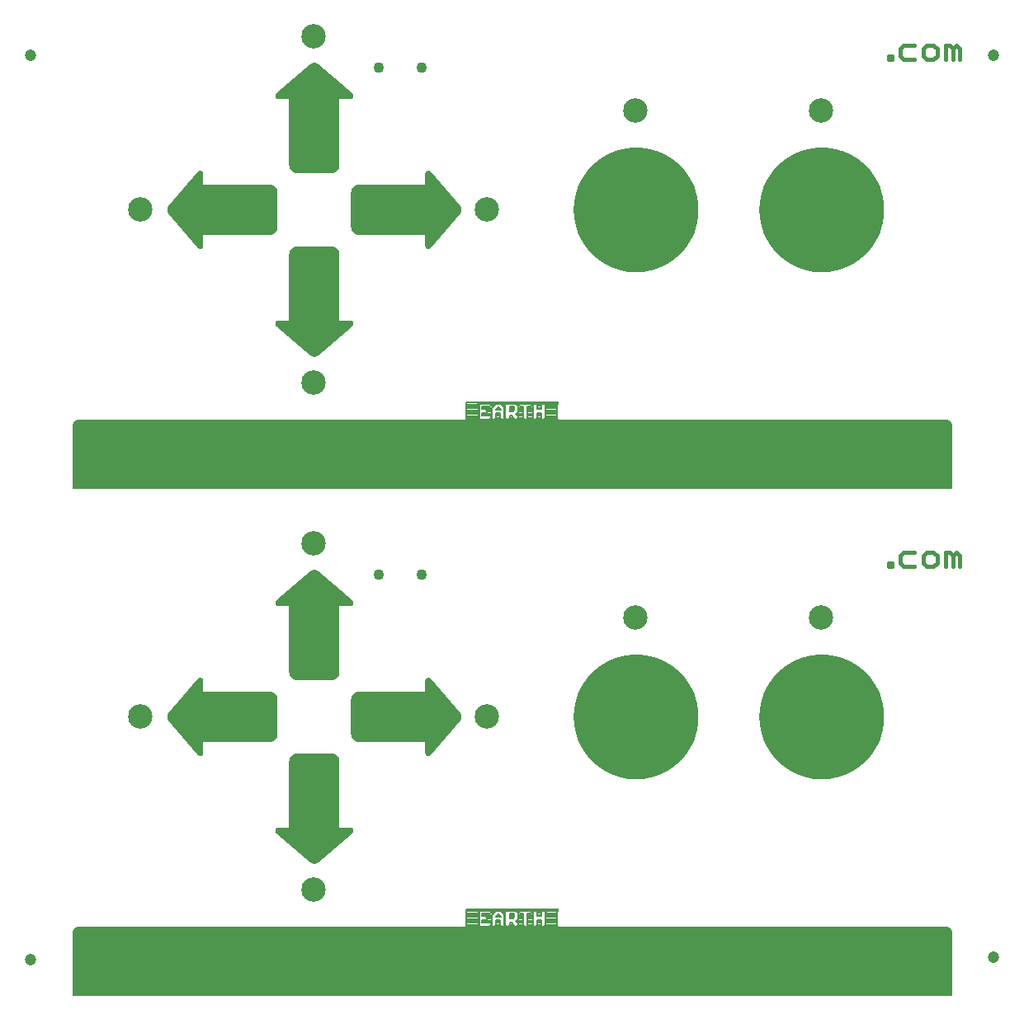
<source format=gts>
G75*
G70*
%OFA0B0*%
%FSLAX24Y24*%
%IPPOS*%
%LPD*%
%AMOC8*
5,1,8,0,0,1.08239X$1,22.5*
%
%ADD10C,0.0000*%
%ADD11C,0.0001*%
%ADD12C,0.0150*%
%ADD13C,0.0080*%
%ADD14C,0.0434*%
%ADD15C,0.1730*%
%ADD16C,0.0986*%
%ADD17C,0.0474*%
D10*
X002590Y000140D02*
X038090Y000140D01*
X038090Y002640D01*
X038085Y002689D01*
X038071Y002736D01*
X038048Y002779D01*
X038017Y002817D01*
X037979Y002848D01*
X037936Y002871D01*
X037889Y002885D01*
X037840Y002890D01*
X002840Y002890D01*
X002791Y002885D01*
X002744Y002871D01*
X002701Y002848D01*
X002663Y002817D01*
X002632Y002779D01*
X002609Y002736D01*
X002595Y002689D01*
X002590Y002640D01*
X002590Y000140D01*
X010799Y006716D02*
X010819Y006693D01*
X012177Y005529D01*
X012219Y005501D01*
X012265Y005481D01*
X012315Y005471D01*
X012365Y005471D01*
X012415Y005481D01*
X012461Y005501D01*
X012503Y005529D01*
X013861Y006693D01*
X013881Y006716D01*
X013894Y006743D01*
X013899Y006772D01*
X013897Y006803D01*
X013886Y006831D01*
X013869Y006855D01*
X013845Y006874D01*
X013818Y006886D01*
X013788Y006890D01*
X013340Y006890D01*
X013340Y009570D01*
X013334Y009632D01*
X013316Y009692D01*
X013286Y009748D01*
X013246Y009796D01*
X013198Y009836D01*
X013142Y009866D01*
X013082Y009884D01*
X013020Y009890D01*
X011660Y009890D01*
X011598Y009884D01*
X011538Y009866D01*
X011482Y009836D01*
X011434Y009796D01*
X011394Y009748D01*
X011364Y009692D01*
X011346Y009632D01*
X011340Y009570D01*
X011340Y006890D01*
X010892Y006890D01*
X010862Y006886D01*
X010835Y006874D01*
X010811Y006855D01*
X010794Y006831D01*
X010783Y006803D01*
X010781Y006772D01*
X010786Y006743D01*
X010799Y006716D01*
X007805Y009861D02*
X007824Y009885D01*
X007836Y009912D01*
X007840Y009942D01*
X007840Y010390D01*
X010520Y010390D01*
X010582Y010396D01*
X010642Y010414D01*
X010698Y010444D01*
X010746Y010484D01*
X010786Y010532D01*
X010816Y010588D01*
X010834Y010648D01*
X010840Y010710D01*
X010840Y012070D01*
X010834Y012132D01*
X010816Y012192D01*
X010786Y012248D01*
X010746Y012296D01*
X010698Y012336D01*
X010642Y012366D01*
X010582Y012384D01*
X010520Y012390D01*
X007840Y012390D01*
X007840Y012838D01*
X007836Y012868D01*
X007824Y012895D01*
X007805Y012919D01*
X007781Y012936D01*
X007753Y012947D01*
X007722Y012949D01*
X007693Y012944D01*
X007666Y012931D01*
X007643Y012911D01*
X006479Y011553D01*
X006451Y011511D01*
X006431Y011465D01*
X006421Y011415D01*
X006421Y011365D01*
X006431Y011315D01*
X006451Y011269D01*
X006479Y011227D01*
X007643Y009869D01*
X007666Y009849D01*
X007693Y009836D01*
X007722Y009831D01*
X007753Y009833D01*
X007781Y009844D01*
X007805Y009861D01*
X011394Y013032D02*
X011364Y013088D01*
X011346Y013148D01*
X011340Y013210D01*
X011340Y015890D01*
X010892Y015890D01*
X010862Y015894D01*
X010835Y015906D01*
X010811Y015925D01*
X010794Y015949D01*
X010783Y015977D01*
X010781Y016008D01*
X010786Y016037D01*
X010799Y016064D01*
X010819Y016087D01*
X012177Y017251D01*
X012219Y017279D01*
X012265Y017299D01*
X012315Y017309D01*
X012365Y017309D01*
X012415Y017299D01*
X012461Y017279D01*
X012503Y017251D01*
X013861Y016087D01*
X013881Y016064D01*
X013894Y016037D01*
X013899Y016008D01*
X013897Y015977D01*
X013886Y015949D01*
X013869Y015925D01*
X013845Y015906D01*
X013818Y015894D01*
X013788Y015890D01*
X013340Y015890D01*
X013340Y013210D01*
X013334Y013148D01*
X013316Y013088D01*
X013286Y013032D01*
X013246Y012984D01*
X013198Y012944D01*
X013142Y012914D01*
X013082Y012896D01*
X013020Y012890D01*
X011660Y012890D01*
X011598Y012896D01*
X011538Y012914D01*
X011482Y012944D01*
X011434Y012984D01*
X011394Y013032D01*
X013864Y012192D02*
X013846Y012132D01*
X013840Y012070D01*
X013840Y010710D01*
X013846Y010648D01*
X013864Y010588D01*
X013894Y010532D01*
X013934Y010484D01*
X013982Y010444D01*
X014038Y010414D01*
X014098Y010396D01*
X014160Y010390D01*
X016840Y010390D01*
X016840Y009942D01*
X016844Y009912D01*
X016856Y009885D01*
X016875Y009861D01*
X016899Y009844D01*
X016927Y009833D01*
X016958Y009831D01*
X016987Y009836D01*
X017014Y009849D01*
X017037Y009869D01*
X018201Y011227D01*
X018229Y011269D01*
X018249Y011315D01*
X018259Y011365D01*
X018259Y011415D01*
X018249Y011465D01*
X018229Y011511D01*
X018201Y011553D01*
X017037Y012911D01*
X017014Y012931D01*
X016987Y012944D01*
X016958Y012949D01*
X016927Y012947D01*
X016899Y012936D01*
X016875Y012919D01*
X016856Y012895D01*
X016844Y012868D01*
X016840Y012838D01*
X016840Y012390D01*
X014160Y012390D01*
X014098Y012384D01*
X014038Y012366D01*
X013982Y012336D01*
X013934Y012296D01*
X013894Y012248D01*
X013864Y012192D01*
X018990Y003640D02*
X022190Y003640D01*
X022190Y003540D01*
X018990Y003540D01*
X018990Y003640D01*
X018969Y003531D02*
X018969Y003530D01*
X018490Y003530D01*
X018490Y003590D01*
X018490Y003530D02*
X018490Y003450D01*
X018969Y003450D01*
X018969Y003370D01*
X018490Y003370D01*
X018490Y003450D01*
X018490Y003370D02*
X018490Y003290D01*
X018969Y003290D01*
X018969Y003210D01*
X018490Y003210D01*
X018490Y003290D01*
X018490Y003210D02*
X018490Y003130D01*
X018969Y003130D01*
X018969Y003050D01*
X018490Y003050D01*
X018490Y003130D01*
X018490Y003050D02*
X018490Y002970D01*
X018969Y002970D01*
X018969Y002950D01*
X018969Y002970D02*
X018969Y003050D01*
X018969Y003130D02*
X018969Y003210D01*
X018969Y003290D02*
X018969Y003370D01*
X018969Y003450D02*
X018969Y003530D01*
X018990Y002930D02*
X022190Y002930D01*
X022190Y002840D01*
X018990Y002840D01*
X018990Y002930D01*
X018490Y002890D02*
X022150Y002890D01*
X022150Y002823D01*
X022163Y002810D01*
X018217Y002860D01*
X018490Y002823D01*
X018490Y002890D01*
X018490Y002970D01*
X018217Y002860D02*
X018207Y002850D01*
X019651Y003279D02*
X019901Y003279D01*
X019901Y003308D01*
X019776Y003432D01*
X019651Y003307D01*
X019651Y003279D01*
X021689Y003290D02*
X022150Y003290D01*
X022150Y003210D01*
X021689Y003210D01*
X021689Y003290D01*
X021689Y003370D01*
X022150Y003370D01*
X022150Y003290D01*
X022150Y003210D02*
X022150Y003130D01*
X021689Y003130D01*
X021689Y003210D01*
X021689Y003130D02*
X021689Y003050D01*
X022150Y003050D01*
X022150Y002970D01*
X021689Y002970D01*
X021689Y003050D01*
X021689Y002970D02*
X021689Y002950D01*
X021689Y003370D02*
X021689Y003450D01*
X022150Y003450D01*
X022150Y003370D01*
X022150Y003450D02*
X022150Y003530D01*
X021689Y003530D01*
X021719Y003501D01*
X021689Y003530D02*
X021689Y003450D01*
X022150Y003530D02*
X022150Y003590D01*
X022150Y003130D02*
X022150Y003050D01*
X022150Y002970D02*
X022150Y002890D01*
X022163Y002810D02*
X022173Y002800D01*
X024453Y009052D02*
X024178Y009176D01*
X023920Y009333D01*
X023682Y009519D01*
X023469Y009732D01*
X023283Y009970D01*
X023126Y010228D01*
X023002Y010503D01*
X022913Y010792D01*
X022858Y011089D01*
X022840Y011390D01*
X022858Y011691D01*
X022913Y011988D01*
X023002Y012277D01*
X023126Y012552D01*
X023283Y012810D01*
X023469Y013048D01*
X023682Y013261D01*
X023920Y013447D01*
X024178Y013604D01*
X024453Y013728D01*
X024742Y013817D01*
X025039Y013872D01*
X025340Y013890D01*
X025641Y013872D01*
X025938Y013817D01*
X026227Y013728D01*
X026502Y013604D01*
X026760Y013447D01*
X026998Y013261D01*
X027211Y013048D01*
X027397Y012810D01*
X027554Y012552D01*
X027678Y012277D01*
X027767Y011988D01*
X027822Y011691D01*
X027840Y011390D01*
X027822Y011089D01*
X027767Y010792D01*
X027678Y010503D01*
X027554Y010228D01*
X027397Y009970D01*
X027211Y009732D01*
X026998Y009519D01*
X026760Y009333D01*
X026502Y009176D01*
X026227Y009052D01*
X025938Y008963D01*
X025641Y008908D01*
X025340Y008890D01*
X025039Y008908D01*
X024742Y008963D01*
X024453Y009052D01*
X030413Y010792D02*
X030358Y011089D01*
X030340Y011390D01*
X030358Y011691D01*
X030413Y011988D01*
X030502Y012277D01*
X030626Y012552D01*
X030783Y012810D01*
X030969Y013048D01*
X031182Y013261D01*
X031420Y013447D01*
X031678Y013604D01*
X031953Y013728D01*
X032242Y013817D01*
X032539Y013872D01*
X032840Y013890D01*
X033141Y013872D01*
X033438Y013817D01*
X033727Y013728D01*
X034002Y013604D01*
X034260Y013447D01*
X034498Y013261D01*
X034711Y013048D01*
X034897Y012810D01*
X035054Y012552D01*
X035178Y012277D01*
X035267Y011988D01*
X035322Y011691D01*
X035340Y011390D01*
X035322Y011089D01*
X035267Y010792D01*
X035178Y010503D01*
X035054Y010228D01*
X034897Y009970D01*
X034711Y009732D01*
X034498Y009519D01*
X034260Y009333D01*
X034002Y009176D01*
X033727Y009052D01*
X033438Y008963D01*
X033141Y008908D01*
X032840Y008890D01*
X032539Y008908D01*
X032242Y008963D01*
X031953Y009052D01*
X031678Y009176D01*
X031420Y009333D01*
X031182Y009519D01*
X030969Y009732D01*
X030783Y009970D01*
X030626Y010228D01*
X030502Y010503D01*
X030413Y010792D01*
X038090Y020640D02*
X002590Y020640D01*
X002590Y023140D01*
X002595Y023189D01*
X002609Y023236D01*
X002632Y023279D01*
X002663Y023317D01*
X002701Y023348D01*
X002744Y023371D01*
X002791Y023385D01*
X002840Y023390D01*
X037840Y023390D01*
X037889Y023385D01*
X037936Y023371D01*
X037979Y023348D01*
X038017Y023317D01*
X038048Y023279D01*
X038071Y023236D01*
X038085Y023189D01*
X038090Y023140D01*
X038090Y020640D01*
X034002Y029676D02*
X033727Y029552D01*
X033438Y029463D01*
X033141Y029408D01*
X032840Y029390D01*
X032539Y029408D01*
X032242Y029463D01*
X031953Y029552D01*
X031678Y029676D01*
X031420Y029833D01*
X031182Y030019D01*
X030969Y030232D01*
X030783Y030470D01*
X030626Y030728D01*
X030502Y031003D01*
X030413Y031292D01*
X030358Y031589D01*
X030340Y031890D01*
X030358Y032191D01*
X030413Y032488D01*
X030502Y032777D01*
X030626Y033052D01*
X030783Y033310D01*
X030969Y033548D01*
X031182Y033761D01*
X031420Y033947D01*
X031678Y034104D01*
X031953Y034228D01*
X032242Y034317D01*
X032539Y034372D01*
X032840Y034390D01*
X033141Y034372D01*
X033438Y034317D01*
X033727Y034228D01*
X034002Y034104D01*
X034260Y033947D01*
X034498Y033761D01*
X034711Y033548D01*
X034897Y033310D01*
X035054Y033052D01*
X035178Y032777D01*
X035267Y032488D01*
X035322Y032191D01*
X035340Y031890D01*
X035322Y031589D01*
X035267Y031292D01*
X035178Y031003D01*
X035054Y030728D01*
X034897Y030470D01*
X034711Y030232D01*
X034498Y030019D01*
X034260Y029833D01*
X034002Y029676D01*
X027767Y031292D02*
X027678Y031003D01*
X027554Y030728D01*
X027397Y030470D01*
X027211Y030232D01*
X026998Y030019D01*
X026760Y029833D01*
X026502Y029676D01*
X026227Y029552D01*
X025938Y029463D01*
X025641Y029408D01*
X025340Y029390D01*
X025039Y029408D01*
X024742Y029463D01*
X024453Y029552D01*
X024178Y029676D01*
X023920Y029833D01*
X023682Y030019D01*
X023469Y030232D01*
X023283Y030470D01*
X023126Y030728D01*
X023002Y031003D01*
X022913Y031292D01*
X022858Y031589D01*
X022840Y031890D01*
X022858Y032191D01*
X022913Y032488D01*
X023002Y032777D01*
X023126Y033052D01*
X023283Y033310D01*
X023469Y033548D01*
X023682Y033761D01*
X023920Y033947D01*
X024178Y034104D01*
X024453Y034228D01*
X024742Y034317D01*
X025039Y034372D01*
X025340Y034390D01*
X025641Y034372D01*
X025938Y034317D01*
X026227Y034228D01*
X026502Y034104D01*
X026760Y033947D01*
X026998Y033761D01*
X027211Y033548D01*
X027397Y033310D01*
X027554Y033052D01*
X027678Y032777D01*
X027767Y032488D01*
X027822Y032191D01*
X027840Y031890D01*
X027822Y031589D01*
X027767Y031292D01*
X022190Y024140D02*
X018990Y024140D01*
X018990Y024040D01*
X022190Y024040D01*
X022190Y024140D01*
X022150Y024090D02*
X022150Y024030D01*
X021689Y024030D01*
X021719Y024001D01*
X021689Y024030D02*
X021689Y023950D01*
X022150Y023950D01*
X022150Y023870D01*
X021689Y023870D01*
X021689Y023950D01*
X021689Y023870D02*
X021689Y023790D01*
X022150Y023790D01*
X022150Y023710D01*
X021689Y023710D01*
X021689Y023790D01*
X021689Y023710D02*
X021689Y023630D01*
X022150Y023630D01*
X022150Y023550D01*
X021689Y023550D01*
X021689Y023630D01*
X021689Y023550D02*
X021689Y023470D01*
X022150Y023470D01*
X022150Y023390D01*
X018490Y023390D01*
X018490Y023470D01*
X018969Y023470D01*
X018969Y023450D01*
X018969Y023470D02*
X018969Y023550D01*
X018490Y023550D01*
X018490Y023630D01*
X018969Y023630D01*
X018969Y023550D01*
X018969Y023630D02*
X018969Y023710D01*
X018490Y023710D01*
X018490Y023790D01*
X018969Y023790D01*
X018969Y023710D01*
X018969Y023790D02*
X018969Y023870D01*
X018490Y023870D01*
X018490Y023950D01*
X018969Y023950D01*
X018969Y023870D01*
X018969Y023950D02*
X018969Y024030D01*
X018490Y024030D01*
X018490Y024090D01*
X018490Y024030D02*
X018490Y023950D01*
X018490Y023870D02*
X018490Y023790D01*
X018490Y023710D02*
X018490Y023630D01*
X018490Y023550D02*
X018490Y023470D01*
X018490Y023390D02*
X018490Y023323D01*
X018217Y023360D01*
X022163Y023310D01*
X022173Y023300D01*
X022163Y023310D02*
X022150Y023323D01*
X022150Y023390D01*
X022190Y023430D02*
X018990Y023430D01*
X018990Y023340D01*
X022190Y023340D01*
X022190Y023430D01*
X022150Y023470D02*
X022150Y023550D01*
X022150Y023630D02*
X022150Y023710D01*
X022150Y023790D02*
X022150Y023870D01*
X022150Y023950D02*
X022150Y024030D01*
X021689Y023470D02*
X021689Y023450D01*
X019901Y023779D02*
X019651Y023779D01*
X019651Y023807D01*
X019776Y023932D01*
X019901Y023808D01*
X019901Y023779D01*
X018969Y024031D02*
X018969Y024030D01*
X018217Y023360D02*
X018207Y023350D01*
X013881Y027216D02*
X013894Y027243D01*
X013899Y027272D01*
X013897Y027303D01*
X013886Y027331D01*
X013869Y027355D01*
X013845Y027374D01*
X013818Y027386D01*
X013788Y027390D01*
X013340Y027390D01*
X013340Y030070D01*
X013334Y030132D01*
X013316Y030192D01*
X013286Y030248D01*
X013246Y030296D01*
X013198Y030336D01*
X013142Y030366D01*
X013082Y030384D01*
X013020Y030390D01*
X011660Y030390D01*
X011598Y030384D01*
X011538Y030366D01*
X011482Y030336D01*
X011434Y030296D01*
X011394Y030248D01*
X011364Y030192D01*
X011346Y030132D01*
X011340Y030070D01*
X011340Y027390D01*
X010892Y027390D01*
X010862Y027386D01*
X010835Y027374D01*
X010811Y027355D01*
X010794Y027331D01*
X010783Y027303D01*
X010781Y027272D01*
X010786Y027243D01*
X010799Y027216D01*
X010819Y027193D01*
X012177Y026029D01*
X012219Y026001D01*
X012265Y025981D01*
X012315Y025971D01*
X012365Y025971D01*
X012415Y025981D01*
X012461Y026001D01*
X012503Y026029D01*
X013861Y027193D01*
X013881Y027216D01*
X016875Y030361D02*
X016899Y030344D01*
X016927Y030333D01*
X016958Y030331D01*
X016987Y030336D01*
X017014Y030349D01*
X017037Y030369D01*
X018201Y031727D01*
X018229Y031769D01*
X018249Y031815D01*
X018259Y031865D01*
X018259Y031915D01*
X018249Y031965D01*
X018229Y032011D01*
X018201Y032053D01*
X017037Y033411D01*
X017014Y033431D01*
X016987Y033444D01*
X016958Y033449D01*
X016927Y033447D01*
X016899Y033436D01*
X016875Y033419D01*
X016856Y033395D01*
X016844Y033368D01*
X016840Y033338D01*
X016840Y032890D01*
X014160Y032890D01*
X014098Y032884D01*
X014038Y032866D01*
X013982Y032836D01*
X013934Y032796D01*
X013894Y032748D01*
X013864Y032692D01*
X013846Y032632D01*
X013840Y032570D01*
X013840Y031210D01*
X013846Y031148D01*
X013864Y031088D01*
X013894Y031032D01*
X013934Y030984D01*
X013982Y030944D01*
X014038Y030914D01*
X014098Y030896D01*
X014160Y030890D01*
X016840Y030890D01*
X016840Y030442D01*
X016844Y030412D01*
X016856Y030385D01*
X016875Y030361D01*
X013246Y033484D02*
X013286Y033532D01*
X013316Y033588D01*
X013334Y033648D01*
X013340Y033710D01*
X013340Y036390D01*
X013788Y036390D01*
X013818Y036394D01*
X013845Y036406D01*
X013869Y036425D01*
X013886Y036449D01*
X013897Y036477D01*
X013899Y036508D01*
X013894Y036537D01*
X013881Y036564D01*
X013861Y036587D01*
X012503Y037751D01*
X012461Y037779D01*
X012415Y037799D01*
X012365Y037809D01*
X012315Y037809D01*
X012265Y037799D01*
X012219Y037779D01*
X012177Y037751D01*
X010819Y036587D01*
X010799Y036564D01*
X010786Y036537D01*
X010781Y036508D01*
X010783Y036477D01*
X010794Y036449D01*
X010811Y036425D01*
X010835Y036406D01*
X010862Y036394D01*
X010892Y036390D01*
X011340Y036390D01*
X011340Y033710D01*
X011346Y033648D01*
X011364Y033588D01*
X011394Y033532D01*
X011434Y033484D01*
X011482Y033444D01*
X011538Y033414D01*
X011598Y033396D01*
X011660Y033390D01*
X013020Y033390D01*
X013082Y033396D01*
X013142Y033414D01*
X013198Y033444D01*
X013246Y033484D01*
X010816Y032692D02*
X010786Y032748D01*
X010746Y032796D01*
X010698Y032836D01*
X010642Y032866D01*
X010582Y032884D01*
X010520Y032890D01*
X007840Y032890D01*
X007840Y033338D01*
X007836Y033368D01*
X007824Y033395D01*
X007805Y033419D01*
X007781Y033436D01*
X007753Y033447D01*
X007722Y033449D01*
X007693Y033444D01*
X007666Y033431D01*
X007643Y033411D01*
X006479Y032053D01*
X006451Y032011D01*
X006431Y031965D01*
X006421Y031915D01*
X006421Y031865D01*
X006431Y031815D01*
X006451Y031769D01*
X006479Y031727D01*
X007643Y030369D01*
X007666Y030349D01*
X007693Y030336D01*
X007722Y030331D01*
X007753Y030333D01*
X007781Y030344D01*
X007805Y030361D01*
X007824Y030385D01*
X007836Y030412D01*
X007840Y030442D01*
X007840Y030890D01*
X010520Y030890D01*
X010582Y030896D01*
X010642Y030914D01*
X010698Y030944D01*
X010746Y030984D01*
X010786Y031032D01*
X010816Y031088D01*
X010834Y031148D01*
X010840Y031210D01*
X010840Y032570D01*
X010834Y032632D01*
X010816Y032692D01*
D11*
X007027Y032692D01*
X007027Y032691D02*
X010816Y032691D01*
X010816Y032690D02*
X007026Y032690D01*
X007025Y032689D02*
X010817Y032689D01*
X010817Y032688D02*
X007024Y032688D01*
X007023Y032687D02*
X010817Y032687D01*
X010818Y032686D02*
X007022Y032686D01*
X007021Y032685D02*
X010818Y032685D01*
X010818Y032684D02*
X007021Y032684D01*
X007020Y032683D02*
X010818Y032683D01*
X010819Y032682D02*
X007019Y032682D01*
X007018Y032681D02*
X010819Y032681D01*
X010819Y032680D02*
X007017Y032680D01*
X007016Y032679D02*
X010820Y032679D01*
X010820Y032678D02*
X007015Y032678D01*
X007015Y032677D02*
X010820Y032677D01*
X010821Y032676D02*
X007014Y032676D01*
X007013Y032675D02*
X010821Y032675D01*
X010821Y032674D02*
X007012Y032674D01*
X007011Y032673D02*
X010822Y032673D01*
X010822Y032672D02*
X007010Y032672D01*
X007009Y032671D02*
X010822Y032671D01*
X010822Y032670D02*
X007009Y032670D01*
X007008Y032669D02*
X010823Y032669D01*
X010823Y032668D02*
X007007Y032668D01*
X007006Y032667D02*
X010823Y032667D01*
X010824Y032666D02*
X007005Y032666D01*
X007004Y032665D02*
X010824Y032665D01*
X010824Y032664D02*
X007003Y032664D01*
X007003Y032663D02*
X010825Y032663D01*
X010825Y032662D02*
X007002Y032662D01*
X007001Y032661D02*
X010825Y032661D01*
X010825Y032660D02*
X007000Y032660D01*
X006999Y032659D02*
X010826Y032659D01*
X010826Y032658D02*
X006998Y032658D01*
X006997Y032657D02*
X010826Y032657D01*
X010827Y032656D02*
X006997Y032656D01*
X006996Y032655D02*
X010827Y032655D01*
X010827Y032654D02*
X006995Y032654D01*
X006994Y032653D02*
X010828Y032653D01*
X010828Y032652D02*
X006993Y032652D01*
X006992Y032651D02*
X010828Y032651D01*
X010828Y032650D02*
X006991Y032650D01*
X006991Y032649D02*
X010829Y032649D01*
X010829Y032648D02*
X006990Y032648D01*
X006989Y032647D02*
X010829Y032647D01*
X010830Y032646D02*
X006988Y032646D01*
X006987Y032645D02*
X010830Y032645D01*
X010830Y032644D02*
X006986Y032644D01*
X006985Y032643D02*
X010831Y032643D01*
X010831Y032642D02*
X006985Y032642D01*
X006984Y032641D02*
X010831Y032641D01*
X010832Y032640D02*
X006983Y032640D01*
X006982Y032639D02*
X010832Y032639D01*
X010832Y032638D02*
X006981Y032638D01*
X006980Y032637D02*
X010832Y032637D01*
X010833Y032636D02*
X006979Y032636D01*
X006979Y032635D02*
X010833Y032635D01*
X010833Y032634D02*
X006978Y032634D01*
X006977Y032633D02*
X010834Y032633D01*
X010834Y032632D02*
X006976Y032632D01*
X006975Y032631D02*
X010834Y032631D01*
X010834Y032630D02*
X006974Y032630D01*
X006973Y032629D02*
X010834Y032629D01*
X010834Y032628D02*
X006973Y032628D01*
X006972Y032627D02*
X010834Y032627D01*
X010834Y032626D02*
X006971Y032626D01*
X006970Y032625D02*
X010835Y032625D01*
X010835Y032624D02*
X006969Y032624D01*
X006968Y032623D02*
X010835Y032623D01*
X010835Y032622D02*
X006967Y032622D01*
X006967Y032621D02*
X010835Y032621D01*
X010835Y032620D02*
X006966Y032620D01*
X006965Y032619D02*
X010835Y032619D01*
X010835Y032618D02*
X006964Y032618D01*
X006963Y032617D02*
X010835Y032617D01*
X010835Y032616D02*
X006962Y032616D01*
X006961Y032615D02*
X010836Y032615D01*
X010836Y032614D02*
X006961Y032614D01*
X006960Y032613D02*
X010836Y032613D01*
X010836Y032612D02*
X006959Y032612D01*
X006958Y032611D02*
X010836Y032611D01*
X010836Y032610D02*
X006957Y032610D01*
X006956Y032609D02*
X010836Y032609D01*
X010836Y032608D02*
X006955Y032608D01*
X006955Y032607D02*
X010836Y032607D01*
X010836Y032606D02*
X006954Y032606D01*
X006953Y032605D02*
X010837Y032605D01*
X010837Y032604D02*
X006952Y032604D01*
X006951Y032603D02*
X010837Y032603D01*
X010837Y032602D02*
X006950Y032602D01*
X006949Y032601D02*
X010837Y032601D01*
X010837Y032600D02*
X006949Y032600D01*
X006948Y032599D02*
X010837Y032599D01*
X010837Y032598D02*
X006947Y032598D01*
X006946Y032597D02*
X010837Y032597D01*
X010837Y032596D02*
X006945Y032596D01*
X006944Y032595D02*
X010838Y032595D01*
X010838Y032594D02*
X006943Y032594D01*
X006943Y032593D02*
X010838Y032593D01*
X010838Y032592D02*
X006942Y032592D01*
X006941Y032591D02*
X010838Y032591D01*
X010838Y032590D02*
X006940Y032590D01*
X006939Y032589D02*
X010838Y032589D01*
X010838Y032588D02*
X006938Y032588D01*
X006937Y032587D02*
X010838Y032587D01*
X010838Y032586D02*
X006937Y032586D01*
X006936Y032585D02*
X010839Y032585D01*
X010839Y032584D02*
X006935Y032584D01*
X006934Y032583D02*
X010839Y032583D01*
X010839Y032582D02*
X006933Y032582D01*
X006932Y032581D02*
X010839Y032581D01*
X010839Y032580D02*
X006931Y032580D01*
X006931Y032579D02*
X010839Y032579D01*
X010839Y032578D02*
X006930Y032578D01*
X006929Y032577D02*
X010839Y032577D01*
X010839Y032576D02*
X006928Y032576D01*
X006927Y032575D02*
X010839Y032575D01*
X010840Y032574D02*
X006926Y032574D01*
X006925Y032573D02*
X010840Y032573D01*
X010840Y032572D02*
X006925Y032572D01*
X006924Y032571D02*
X010840Y032571D01*
X010840Y032570D02*
X006923Y032570D01*
X006922Y032569D02*
X010840Y032569D01*
X010840Y032568D02*
X006921Y032568D01*
X006920Y032567D02*
X010840Y032567D01*
X010840Y032566D02*
X006919Y032566D01*
X006919Y032565D02*
X010840Y032565D01*
X010840Y032564D02*
X006918Y032564D01*
X006917Y032563D02*
X010840Y032563D01*
X010840Y032562D02*
X006916Y032562D01*
X006915Y032561D02*
X010840Y032561D01*
X010840Y032560D02*
X006914Y032560D01*
X006913Y032559D02*
X010840Y032559D01*
X010840Y032558D02*
X006913Y032558D01*
X006912Y032557D02*
X010840Y032557D01*
X010840Y032556D02*
X006911Y032556D01*
X006910Y032555D02*
X010840Y032555D01*
X010840Y032554D02*
X006909Y032554D01*
X006908Y032553D02*
X010840Y032553D01*
X010840Y032552D02*
X006907Y032552D01*
X006907Y032551D02*
X010840Y032551D01*
X010840Y032550D02*
X006906Y032550D01*
X006905Y032549D02*
X010840Y032549D01*
X010840Y032548D02*
X006904Y032548D01*
X006903Y032547D02*
X010840Y032547D01*
X010840Y032546D02*
X006902Y032546D01*
X006901Y032545D02*
X010840Y032545D01*
X010840Y032544D02*
X006901Y032544D01*
X006900Y032543D02*
X010840Y032543D01*
X010840Y032542D02*
X006899Y032542D01*
X006898Y032541D02*
X010840Y032541D01*
X010840Y032540D02*
X006897Y032540D01*
X006896Y032539D02*
X010840Y032539D01*
X010840Y032538D02*
X006895Y032538D01*
X006895Y032537D02*
X010840Y032537D01*
X010840Y032536D02*
X006894Y032536D01*
X006893Y032535D02*
X010840Y032535D01*
X010840Y032534D02*
X006892Y032534D01*
X006891Y032533D02*
X010840Y032533D01*
X010840Y032532D02*
X006890Y032532D01*
X006890Y032531D02*
X010840Y032531D01*
X010840Y032530D02*
X006889Y032530D01*
X006888Y032529D02*
X010840Y032529D01*
X010840Y032528D02*
X006887Y032528D01*
X006886Y032527D02*
X010840Y032527D01*
X010840Y032526D02*
X006885Y032526D01*
X006884Y032525D02*
X010840Y032525D01*
X010840Y032524D02*
X006884Y032524D01*
X006883Y032523D02*
X010840Y032523D01*
X010840Y032522D02*
X006882Y032522D01*
X006881Y032521D02*
X010840Y032521D01*
X010840Y032520D02*
X006880Y032520D01*
X006879Y032519D02*
X010840Y032519D01*
X010840Y032518D02*
X006878Y032518D01*
X006878Y032517D02*
X010840Y032517D01*
X010840Y032516D02*
X006877Y032516D01*
X006876Y032515D02*
X010840Y032515D01*
X010840Y032514D02*
X006875Y032514D01*
X006874Y032513D02*
X010840Y032513D01*
X010840Y032512D02*
X006873Y032512D01*
X006872Y032511D02*
X010840Y032511D01*
X010840Y032510D02*
X006872Y032510D01*
X006871Y032509D02*
X010840Y032509D01*
X010840Y032508D02*
X006870Y032508D01*
X006869Y032507D02*
X010840Y032507D01*
X010840Y032506D02*
X006868Y032506D01*
X006867Y032505D02*
X010840Y032505D01*
X010840Y032504D02*
X006866Y032504D01*
X006866Y032503D02*
X010840Y032503D01*
X010840Y032502D02*
X006865Y032502D01*
X006864Y032501D02*
X010840Y032501D01*
X010840Y032500D02*
X006863Y032500D01*
X006862Y032499D02*
X010840Y032499D01*
X010840Y032498D02*
X006861Y032498D01*
X006860Y032497D02*
X010840Y032497D01*
X010840Y032496D02*
X006860Y032496D01*
X006859Y032495D02*
X010840Y032495D01*
X010840Y032494D02*
X006858Y032494D01*
X006857Y032493D02*
X010840Y032493D01*
X010840Y032492D02*
X006856Y032492D01*
X006855Y032491D02*
X010840Y032491D01*
X010840Y032490D02*
X006854Y032490D01*
X006854Y032489D02*
X010840Y032489D01*
X010840Y032488D02*
X006853Y032488D01*
X006852Y032487D02*
X010840Y032487D01*
X010840Y032486D02*
X006851Y032486D01*
X006850Y032485D02*
X010840Y032485D01*
X010840Y032484D02*
X006849Y032484D01*
X006848Y032483D02*
X010840Y032483D01*
X010840Y032482D02*
X006848Y032482D01*
X006847Y032481D02*
X010840Y032481D01*
X010840Y032480D02*
X006846Y032480D01*
X006845Y032479D02*
X010840Y032479D01*
X010840Y032478D02*
X006844Y032478D01*
X006843Y032477D02*
X010840Y032477D01*
X010840Y032476D02*
X006842Y032476D01*
X006842Y032475D02*
X010840Y032475D01*
X010840Y032474D02*
X006841Y032474D01*
X006840Y032473D02*
X010840Y032473D01*
X010840Y032472D02*
X006839Y032472D01*
X006838Y032471D02*
X010840Y032471D01*
X010840Y032470D02*
X006837Y032470D01*
X006836Y032469D02*
X010840Y032469D01*
X010840Y032468D02*
X006836Y032468D01*
X006835Y032467D02*
X010840Y032467D01*
X010840Y032466D02*
X006834Y032466D01*
X006833Y032465D02*
X010840Y032465D01*
X010840Y032464D02*
X006832Y032464D01*
X006831Y032463D02*
X010840Y032463D01*
X010840Y032462D02*
X006830Y032462D01*
X006830Y032461D02*
X010840Y032461D01*
X010840Y032460D02*
X006829Y032460D01*
X006828Y032459D02*
X010840Y032459D01*
X010840Y032458D02*
X006827Y032458D01*
X006826Y032457D02*
X010840Y032457D01*
X010840Y032456D02*
X006825Y032456D01*
X006824Y032455D02*
X010840Y032455D01*
X010840Y032454D02*
X006824Y032454D01*
X006823Y032453D02*
X010840Y032453D01*
X010840Y032452D02*
X006822Y032452D01*
X006821Y032451D02*
X010840Y032451D01*
X010840Y032450D02*
X006820Y032450D01*
X006819Y032449D02*
X010840Y032449D01*
X010840Y032448D02*
X006818Y032448D01*
X006818Y032447D02*
X010840Y032447D01*
X010840Y032446D02*
X006817Y032446D01*
X006816Y032445D02*
X010840Y032445D01*
X010840Y032444D02*
X006815Y032444D01*
X006814Y032443D02*
X010840Y032443D01*
X010840Y032442D02*
X006813Y032442D01*
X006812Y032441D02*
X010840Y032441D01*
X010840Y032440D02*
X006812Y032440D01*
X006811Y032439D02*
X010840Y032439D01*
X010840Y032438D02*
X006810Y032438D01*
X006809Y032437D02*
X010840Y032437D01*
X010840Y032436D02*
X006808Y032436D01*
X006807Y032435D02*
X010840Y032435D01*
X010840Y032434D02*
X006806Y032434D01*
X006806Y032433D02*
X010840Y032433D01*
X010840Y032432D02*
X006805Y032432D01*
X006804Y032431D02*
X010840Y032431D01*
X010840Y032430D02*
X006803Y032430D01*
X006802Y032429D02*
X010840Y032429D01*
X010840Y032428D02*
X006801Y032428D01*
X006800Y032427D02*
X010840Y032427D01*
X010840Y032426D02*
X006800Y032426D01*
X006799Y032425D02*
X010840Y032425D01*
X010840Y032424D02*
X006798Y032424D01*
X006797Y032423D02*
X010840Y032423D01*
X010840Y032422D02*
X006796Y032422D01*
X006795Y032421D02*
X010840Y032421D01*
X010840Y032420D02*
X006794Y032420D01*
X006794Y032419D02*
X010840Y032419D01*
X010840Y032418D02*
X006793Y032418D01*
X006792Y032417D02*
X010840Y032417D01*
X010840Y032416D02*
X006791Y032416D01*
X006790Y032415D02*
X010840Y032415D01*
X010840Y032414D02*
X006789Y032414D01*
X006788Y032413D02*
X010840Y032413D01*
X010840Y032412D02*
X006788Y032412D01*
X006787Y032411D02*
X010840Y032411D01*
X010840Y032410D02*
X006786Y032410D01*
X006785Y032409D02*
X010840Y032409D01*
X010840Y032408D02*
X006784Y032408D01*
X006783Y032407D02*
X010840Y032407D01*
X010840Y032406D02*
X006782Y032406D01*
X006782Y032405D02*
X010840Y032405D01*
X010840Y032404D02*
X006781Y032404D01*
X006780Y032403D02*
X010840Y032403D01*
X010840Y032402D02*
X006779Y032402D01*
X006778Y032401D02*
X010840Y032401D01*
X010840Y032400D02*
X006777Y032400D01*
X006776Y032399D02*
X010840Y032399D01*
X010840Y032398D02*
X006776Y032398D01*
X006775Y032397D02*
X010840Y032397D01*
X010840Y032396D02*
X006774Y032396D01*
X006773Y032395D02*
X010840Y032395D01*
X010840Y032394D02*
X006772Y032394D01*
X006771Y032393D02*
X010840Y032393D01*
X010840Y032392D02*
X006770Y032392D01*
X006770Y032391D02*
X010840Y032391D01*
X010840Y032390D02*
X006769Y032390D01*
X006768Y032389D02*
X010840Y032389D01*
X010840Y032388D02*
X006767Y032388D01*
X006766Y032387D02*
X010840Y032387D01*
X010840Y032386D02*
X006765Y032386D01*
X006764Y032385D02*
X010840Y032385D01*
X010840Y032384D02*
X006764Y032384D01*
X006763Y032383D02*
X010840Y032383D01*
X010840Y032382D02*
X006762Y032382D01*
X006761Y032381D02*
X010840Y032381D01*
X010840Y032380D02*
X006760Y032380D01*
X006759Y032379D02*
X010840Y032379D01*
X010840Y032378D02*
X006758Y032378D01*
X006758Y032377D02*
X010840Y032377D01*
X010840Y032376D02*
X006757Y032376D01*
X006756Y032375D02*
X010840Y032375D01*
X010840Y032374D02*
X006755Y032374D01*
X006754Y032373D02*
X010840Y032373D01*
X010840Y032372D02*
X006753Y032372D01*
X006752Y032371D02*
X010840Y032371D01*
X010840Y032370D02*
X006752Y032370D01*
X006751Y032369D02*
X010840Y032369D01*
X010840Y032368D02*
X006750Y032368D01*
X006749Y032367D02*
X010840Y032367D01*
X010840Y032366D02*
X006748Y032366D01*
X006747Y032365D02*
X010840Y032365D01*
X010840Y032364D02*
X006747Y032364D01*
X006746Y032363D02*
X010840Y032363D01*
X010840Y032362D02*
X006745Y032362D01*
X006744Y032361D02*
X010840Y032361D01*
X010840Y032360D02*
X006743Y032360D01*
X006742Y032359D02*
X010840Y032359D01*
X010840Y032358D02*
X006741Y032358D01*
X006741Y032357D02*
X010840Y032357D01*
X010840Y032356D02*
X006740Y032356D01*
X006739Y032355D02*
X010840Y032355D01*
X010840Y032354D02*
X006738Y032354D01*
X006737Y032353D02*
X010840Y032353D01*
X010840Y032352D02*
X006736Y032352D01*
X006735Y032351D02*
X010840Y032351D01*
X010840Y032350D02*
X006735Y032350D01*
X006734Y032349D02*
X010840Y032349D01*
X010840Y032348D02*
X006733Y032348D01*
X006732Y032347D02*
X010840Y032347D01*
X010840Y032346D02*
X006731Y032346D01*
X006730Y032345D02*
X010840Y032345D01*
X010840Y032344D02*
X006729Y032344D01*
X006729Y032343D02*
X010840Y032343D01*
X010840Y032342D02*
X006728Y032342D01*
X006727Y032341D02*
X010840Y032341D01*
X010840Y032340D02*
X006726Y032340D01*
X006725Y032339D02*
X010840Y032339D01*
X010840Y032338D02*
X006724Y032338D01*
X006723Y032337D02*
X010840Y032337D01*
X010840Y032336D02*
X006723Y032336D01*
X006722Y032335D02*
X010840Y032335D01*
X010840Y032334D02*
X006721Y032334D01*
X006720Y032333D02*
X010840Y032333D01*
X010840Y032332D02*
X006719Y032332D01*
X006718Y032331D02*
X010840Y032331D01*
X010840Y032330D02*
X006717Y032330D01*
X006717Y032329D02*
X010840Y032329D01*
X010840Y032328D02*
X006716Y032328D01*
X006715Y032327D02*
X010840Y032327D01*
X010840Y032326D02*
X006714Y032326D01*
X006713Y032325D02*
X010840Y032325D01*
X010840Y032324D02*
X006712Y032324D01*
X006711Y032323D02*
X010840Y032323D01*
X010840Y032322D02*
X006711Y032322D01*
X006710Y032321D02*
X010840Y032321D01*
X010840Y032320D02*
X006709Y032320D01*
X006708Y032319D02*
X010840Y032319D01*
X010840Y032318D02*
X006707Y032318D01*
X006706Y032317D02*
X010840Y032317D01*
X010840Y032316D02*
X006705Y032316D01*
X006705Y032315D02*
X010840Y032315D01*
X010840Y032314D02*
X006704Y032314D01*
X006703Y032313D02*
X010840Y032313D01*
X010840Y032312D02*
X006702Y032312D01*
X006701Y032311D02*
X010840Y032311D01*
X010840Y032310D02*
X006700Y032310D01*
X006699Y032309D02*
X010840Y032309D01*
X010840Y032308D02*
X006699Y032308D01*
X006698Y032307D02*
X010840Y032307D01*
X010840Y032306D02*
X006697Y032306D01*
X006696Y032305D02*
X010840Y032305D01*
X010840Y032304D02*
X006695Y032304D01*
X006694Y032303D02*
X010840Y032303D01*
X010840Y032302D02*
X006693Y032302D01*
X006693Y032301D02*
X010840Y032301D01*
X010840Y032300D02*
X006692Y032300D01*
X006691Y032299D02*
X010840Y032299D01*
X010840Y032298D02*
X006690Y032298D01*
X006689Y032297D02*
X010840Y032297D01*
X010840Y032296D02*
X006688Y032296D01*
X006687Y032295D02*
X010840Y032295D01*
X010840Y032294D02*
X006687Y032294D01*
X006686Y032293D02*
X010840Y032293D01*
X010840Y032292D02*
X006685Y032292D01*
X006684Y032291D02*
X010840Y032291D01*
X010840Y032290D02*
X006683Y032290D01*
X006682Y032289D02*
X010840Y032289D01*
X010840Y032288D02*
X006681Y032288D01*
X006681Y032287D02*
X010840Y032287D01*
X010840Y032286D02*
X006680Y032286D01*
X006679Y032285D02*
X010840Y032285D01*
X010840Y032284D02*
X006678Y032284D01*
X006677Y032283D02*
X010840Y032283D01*
X010840Y032282D02*
X006676Y032282D01*
X006675Y032281D02*
X010840Y032281D01*
X010840Y032280D02*
X006675Y032280D01*
X006674Y032279D02*
X010840Y032279D01*
X010840Y032278D02*
X006673Y032278D01*
X006672Y032277D02*
X010840Y032277D01*
X010840Y032276D02*
X006671Y032276D01*
X006670Y032275D02*
X010840Y032275D01*
X010840Y032274D02*
X006669Y032274D01*
X006669Y032273D02*
X010840Y032273D01*
X010840Y032272D02*
X006668Y032272D01*
X006667Y032271D02*
X010840Y032271D01*
X010840Y032270D02*
X006666Y032270D01*
X006665Y032269D02*
X010840Y032269D01*
X010840Y032268D02*
X006664Y032268D01*
X006663Y032267D02*
X010840Y032267D01*
X010840Y032266D02*
X006663Y032266D01*
X006662Y032265D02*
X010840Y032265D01*
X010840Y032264D02*
X006661Y032264D01*
X006660Y032263D02*
X010840Y032263D01*
X010840Y032262D02*
X006659Y032262D01*
X006658Y032261D02*
X010840Y032261D01*
X010840Y032260D02*
X006657Y032260D01*
X006657Y032259D02*
X010840Y032259D01*
X010840Y032258D02*
X006656Y032258D01*
X006655Y032257D02*
X010840Y032257D01*
X010840Y032256D02*
X006654Y032256D01*
X006653Y032255D02*
X010840Y032255D01*
X010840Y032254D02*
X006652Y032254D01*
X006651Y032253D02*
X010840Y032253D01*
X010840Y032252D02*
X006651Y032252D01*
X006650Y032251D02*
X010840Y032251D01*
X010840Y032250D02*
X006649Y032250D01*
X006648Y032249D02*
X010840Y032249D01*
X010840Y032248D02*
X006647Y032248D01*
X006646Y032247D02*
X010840Y032247D01*
X010840Y032246D02*
X006645Y032246D01*
X006645Y032245D02*
X010840Y032245D01*
X010840Y032244D02*
X006644Y032244D01*
X006643Y032243D02*
X010840Y032243D01*
X010840Y032242D02*
X006642Y032242D01*
X006641Y032241D02*
X010840Y032241D01*
X010840Y032240D02*
X006640Y032240D01*
X006639Y032239D02*
X010840Y032239D01*
X010840Y032238D02*
X006639Y032238D01*
X006638Y032237D02*
X010840Y032237D01*
X010840Y032236D02*
X006637Y032236D01*
X006636Y032235D02*
X010840Y032235D01*
X010840Y032234D02*
X006635Y032234D01*
X006634Y032233D02*
X010840Y032233D01*
X010840Y032232D02*
X006633Y032232D01*
X006633Y032231D02*
X010840Y032231D01*
X010840Y032230D02*
X006632Y032230D01*
X006631Y032229D02*
X010840Y032229D01*
X010840Y032228D02*
X006630Y032228D01*
X006629Y032227D02*
X010840Y032227D01*
X010840Y032226D02*
X006628Y032226D01*
X006627Y032225D02*
X010840Y032225D01*
X010840Y032224D02*
X006627Y032224D01*
X006626Y032223D02*
X010840Y032223D01*
X010840Y032222D02*
X006625Y032222D01*
X006624Y032221D02*
X010840Y032221D01*
X010840Y032220D02*
X006623Y032220D01*
X006622Y032219D02*
X010840Y032219D01*
X010840Y032218D02*
X006621Y032218D01*
X006621Y032217D02*
X010840Y032217D01*
X010840Y032216D02*
X006620Y032216D01*
X006619Y032215D02*
X010840Y032215D01*
X010840Y032214D02*
X006618Y032214D01*
X006617Y032213D02*
X010840Y032213D01*
X010840Y032212D02*
X006616Y032212D01*
X006615Y032211D02*
X010840Y032211D01*
X010840Y032210D02*
X006615Y032210D01*
X006614Y032209D02*
X010840Y032209D01*
X010840Y032208D02*
X006613Y032208D01*
X006612Y032207D02*
X010840Y032207D01*
X010840Y032206D02*
X006611Y032206D01*
X006610Y032205D02*
X010840Y032205D01*
X010840Y032204D02*
X006609Y032204D01*
X006609Y032203D02*
X010840Y032203D01*
X010840Y032202D02*
X006608Y032202D01*
X006607Y032201D02*
X010840Y032201D01*
X010840Y032200D02*
X006606Y032200D01*
X006605Y032199D02*
X010840Y032199D01*
X010840Y032198D02*
X006604Y032198D01*
X006604Y032197D02*
X010840Y032197D01*
X010840Y032196D02*
X006603Y032196D01*
X006602Y032195D02*
X010840Y032195D01*
X010840Y032194D02*
X006601Y032194D01*
X006600Y032193D02*
X010840Y032193D01*
X010840Y032192D02*
X006599Y032192D01*
X006598Y032191D02*
X010840Y032191D01*
X010840Y032190D02*
X006598Y032190D01*
X006597Y032189D02*
X010840Y032189D01*
X010840Y032188D02*
X006596Y032188D01*
X006595Y032187D02*
X010840Y032187D01*
X010840Y032186D02*
X006594Y032186D01*
X006593Y032185D02*
X010840Y032185D01*
X010840Y032184D02*
X006592Y032184D01*
X006592Y032183D02*
X010840Y032183D01*
X010840Y032182D02*
X006591Y032182D01*
X006590Y032181D02*
X010840Y032181D01*
X010840Y032180D02*
X006589Y032180D01*
X006588Y032179D02*
X010840Y032179D01*
X010840Y032178D02*
X006587Y032178D01*
X006586Y032177D02*
X010840Y032177D01*
X010840Y032176D02*
X006586Y032176D01*
X006585Y032175D02*
X010840Y032175D01*
X010840Y032174D02*
X006584Y032174D01*
X006583Y032173D02*
X010840Y032173D01*
X010840Y032172D02*
X006582Y032172D01*
X006581Y032171D02*
X010840Y032171D01*
X010840Y032170D02*
X006580Y032170D01*
X006580Y032169D02*
X010840Y032169D01*
X010840Y032168D02*
X006579Y032168D01*
X006578Y032167D02*
X010840Y032167D01*
X010840Y032166D02*
X006577Y032166D01*
X006576Y032165D02*
X010840Y032165D01*
X010840Y032164D02*
X006575Y032164D01*
X006574Y032163D02*
X010840Y032163D01*
X010840Y032162D02*
X006574Y032162D01*
X006573Y032161D02*
X010840Y032161D01*
X010840Y032160D02*
X006572Y032160D01*
X006571Y032159D02*
X010840Y032159D01*
X010840Y032158D02*
X006570Y032158D01*
X006569Y032157D02*
X010840Y032157D01*
X010840Y032156D02*
X006568Y032156D01*
X006568Y032155D02*
X010840Y032155D01*
X010840Y032154D02*
X006567Y032154D01*
X006566Y032153D02*
X010840Y032153D01*
X010840Y032152D02*
X006565Y032152D01*
X006564Y032151D02*
X010840Y032151D01*
X010840Y032150D02*
X006563Y032150D01*
X006562Y032149D02*
X010840Y032149D01*
X010840Y032148D02*
X006562Y032148D01*
X006561Y032147D02*
X010840Y032147D01*
X010840Y032146D02*
X006560Y032146D01*
X006559Y032145D02*
X010840Y032145D01*
X010840Y032144D02*
X006558Y032144D01*
X006557Y032143D02*
X010840Y032143D01*
X010840Y032142D02*
X006556Y032142D01*
X006556Y032141D02*
X010840Y032141D01*
X010840Y032140D02*
X006555Y032140D01*
X006554Y032139D02*
X010840Y032139D01*
X010840Y032138D02*
X006553Y032138D01*
X006552Y032137D02*
X010840Y032137D01*
X010840Y032136D02*
X006551Y032136D01*
X006550Y032135D02*
X010840Y032135D01*
X010840Y032134D02*
X006550Y032134D01*
X006549Y032133D02*
X010840Y032133D01*
X010840Y032132D02*
X006548Y032132D01*
X006547Y032131D02*
X010840Y032131D01*
X010840Y032130D02*
X006546Y032130D01*
X006545Y032129D02*
X010840Y032129D01*
X010840Y032128D02*
X006544Y032128D01*
X006544Y032127D02*
X010840Y032127D01*
X010840Y032126D02*
X006543Y032126D01*
X006542Y032125D02*
X010840Y032125D01*
X010840Y032124D02*
X006541Y032124D01*
X006540Y032123D02*
X010840Y032123D01*
X010840Y032122D02*
X006539Y032122D01*
X006538Y032121D02*
X010840Y032121D01*
X010840Y032120D02*
X006538Y032120D01*
X006537Y032119D02*
X010840Y032119D01*
X010840Y032118D02*
X006536Y032118D01*
X006535Y032117D02*
X010840Y032117D01*
X010840Y032116D02*
X006534Y032116D01*
X006533Y032115D02*
X010840Y032115D01*
X010840Y032114D02*
X006532Y032114D01*
X006532Y032113D02*
X010840Y032113D01*
X006531Y032113D01*
X006530Y032112D02*
X010840Y032112D01*
X010840Y032111D02*
X006529Y032111D01*
X006528Y032110D02*
X010840Y032110D01*
X010840Y032109D02*
X006527Y032109D01*
X006526Y032108D02*
X010840Y032108D01*
X010840Y032107D02*
X006526Y032107D01*
X006525Y032106D02*
X010840Y032106D01*
X010840Y032105D02*
X006524Y032105D01*
X006523Y032104D02*
X010840Y032104D01*
X010840Y032103D02*
X006522Y032103D01*
X006521Y032102D02*
X010840Y032102D01*
X010840Y032101D02*
X006520Y032101D01*
X006520Y032100D02*
X010840Y032100D01*
X010840Y032099D02*
X006519Y032099D01*
X006518Y032098D02*
X010840Y032098D01*
X010840Y032097D02*
X006517Y032097D01*
X006516Y032096D02*
X010840Y032096D01*
X010840Y032095D02*
X006515Y032095D01*
X006514Y032094D02*
X010840Y032094D01*
X010840Y032093D02*
X006514Y032093D01*
X006513Y032092D02*
X010840Y032092D01*
X010840Y032091D02*
X006512Y032091D01*
X006511Y032090D02*
X010840Y032090D01*
X010840Y032089D02*
X006510Y032089D01*
X006509Y032088D02*
X010840Y032088D01*
X010840Y032087D02*
X006508Y032087D01*
X006508Y032086D02*
X010840Y032086D01*
X010840Y032085D02*
X006507Y032085D01*
X006506Y032084D02*
X010840Y032084D01*
X010840Y032083D02*
X006505Y032083D01*
X006504Y032082D02*
X010840Y032082D01*
X010840Y032081D02*
X006503Y032081D01*
X006502Y032080D02*
X010840Y032080D01*
X010840Y032079D02*
X006502Y032079D01*
X006501Y032078D02*
X010840Y032078D01*
X010840Y032077D02*
X006500Y032077D01*
X006499Y032076D02*
X010840Y032076D01*
X010840Y032075D02*
X006498Y032075D01*
X006497Y032074D02*
X010840Y032074D01*
X010840Y032073D02*
X006496Y032073D01*
X006496Y032072D02*
X010840Y032072D01*
X010840Y032071D02*
X006495Y032071D01*
X006494Y032070D02*
X010840Y032070D01*
X010840Y032069D02*
X006493Y032069D01*
X006492Y032068D02*
X010840Y032068D01*
X010840Y032067D02*
X006491Y032067D01*
X006490Y032066D02*
X010840Y032066D01*
X010840Y032065D02*
X006490Y032065D01*
X006489Y032064D02*
X010840Y032064D01*
X010840Y032063D02*
X006488Y032063D01*
X006487Y032062D02*
X010840Y032062D01*
X010840Y032061D02*
X006486Y032061D01*
X006485Y032060D02*
X010840Y032060D01*
X010840Y032059D02*
X006484Y032059D01*
X006484Y032058D02*
X010840Y032058D01*
X010840Y032057D02*
X006483Y032057D01*
X006482Y032056D02*
X010840Y032056D01*
X010840Y032055D02*
X006481Y032055D01*
X006480Y032054D02*
X010840Y032054D01*
X010840Y032053D02*
X006479Y032053D01*
X006479Y032052D02*
X010840Y032052D01*
X010840Y032051D02*
X006478Y032051D01*
X006477Y032050D02*
X010840Y032050D01*
X010840Y032049D02*
X006477Y032049D01*
X006476Y032048D02*
X010840Y032048D01*
X010840Y032047D02*
X006475Y032047D01*
X006474Y032046D02*
X010840Y032046D01*
X010840Y032045D02*
X006474Y032045D01*
X006473Y032044D02*
X010840Y032044D01*
X010840Y032043D02*
X006472Y032043D01*
X006472Y032042D02*
X010840Y032042D01*
X010840Y032041D02*
X006471Y032041D01*
X006470Y032040D02*
X010840Y032040D01*
X010840Y032039D02*
X006470Y032039D01*
X006469Y032038D02*
X010840Y032038D01*
X010840Y032037D02*
X006468Y032037D01*
X006468Y032036D02*
X010840Y032036D01*
X010840Y032035D02*
X006467Y032035D01*
X006466Y032034D02*
X010840Y032034D01*
X010840Y032033D02*
X006465Y032033D01*
X006465Y032032D02*
X010840Y032032D01*
X010840Y032031D02*
X006464Y032031D01*
X006463Y032030D02*
X010840Y032030D01*
X010840Y032029D02*
X006463Y032029D01*
X006462Y032028D02*
X010840Y032028D01*
X010840Y032027D02*
X006461Y032027D01*
X006461Y032026D02*
X010840Y032026D01*
X010840Y032025D02*
X006460Y032025D01*
X006459Y032024D02*
X010840Y032024D01*
X010840Y032023D02*
X006459Y032023D01*
X006458Y032022D02*
X010840Y032022D01*
X010840Y032021D02*
X006457Y032021D01*
X006456Y032020D02*
X010840Y032020D01*
X010840Y032019D02*
X006456Y032019D01*
X006455Y032018D02*
X010840Y032018D01*
X010840Y032017D02*
X006454Y032017D01*
X006454Y032016D02*
X010840Y032016D01*
X010840Y032015D02*
X006453Y032015D01*
X006452Y032014D02*
X010840Y032014D01*
X010840Y032013D02*
X006452Y032013D01*
X006451Y032012D02*
X010840Y032012D01*
X010840Y032011D02*
X006450Y032011D01*
X006450Y032010D02*
X010840Y032010D01*
X010840Y032009D02*
X006450Y032009D01*
X006449Y032008D02*
X010840Y032008D01*
X010840Y032007D02*
X006449Y032007D01*
X006448Y032006D02*
X010840Y032006D01*
X010840Y032005D02*
X006448Y032005D01*
X006447Y032004D02*
X010840Y032004D01*
X010840Y032003D02*
X006447Y032003D01*
X006447Y032002D02*
X010840Y032002D01*
X010840Y032001D02*
X006446Y032001D01*
X006446Y032000D02*
X010840Y032000D01*
X010840Y031999D02*
X006445Y031999D01*
X006445Y031998D02*
X010840Y031998D01*
X010840Y031997D02*
X006444Y031997D01*
X006444Y031996D02*
X010840Y031996D01*
X010840Y031995D02*
X006444Y031995D01*
X006443Y031994D02*
X010840Y031994D01*
X010840Y031993D02*
X006443Y031993D01*
X006442Y031992D02*
X010840Y031992D01*
X010840Y031991D02*
X006442Y031991D01*
X006441Y031990D02*
X010840Y031990D01*
X010840Y031989D02*
X006441Y031989D01*
X006441Y031988D02*
X010840Y031988D01*
X010840Y031987D02*
X006440Y031987D01*
X006440Y031986D02*
X010840Y031986D01*
X010840Y031985D02*
X006439Y031985D01*
X006439Y031984D02*
X010840Y031984D01*
X010840Y031983D02*
X006438Y031983D01*
X006438Y031982D02*
X010840Y031982D01*
X010840Y031981D02*
X006438Y031981D01*
X006437Y031980D02*
X010840Y031980D01*
X010840Y031979D02*
X006437Y031979D01*
X006436Y031978D02*
X010840Y031978D01*
X010840Y031977D02*
X006436Y031977D01*
X006435Y031976D02*
X010840Y031976D01*
X010840Y031975D02*
X006435Y031975D01*
X006435Y031974D02*
X010840Y031974D01*
X010840Y031973D02*
X006434Y031973D01*
X006434Y031972D02*
X010840Y031972D01*
X010840Y031971D02*
X006433Y031971D01*
X006433Y031970D02*
X010840Y031970D01*
X010840Y031969D02*
X006432Y031969D01*
X006432Y031968D02*
X010840Y031968D01*
X010840Y031967D02*
X006432Y031967D01*
X006431Y031966D02*
X010840Y031966D01*
X010840Y031965D02*
X006431Y031965D01*
X006430Y031964D02*
X010840Y031964D01*
X010840Y031963D02*
X006430Y031963D01*
X006430Y031962D02*
X010840Y031962D01*
X010840Y031961D02*
X006430Y031961D01*
X006430Y031960D02*
X010840Y031960D01*
X010840Y031959D02*
X006429Y031959D01*
X006429Y031958D02*
X010840Y031958D01*
X010840Y031957D02*
X006429Y031957D01*
X006429Y031956D02*
X010840Y031956D01*
X010840Y031955D02*
X006429Y031955D01*
X006428Y031954D02*
X010840Y031954D01*
X010840Y031953D02*
X006428Y031953D01*
X006428Y031952D02*
X010840Y031952D01*
X010840Y031951D02*
X006428Y031951D01*
X006428Y031950D02*
X010840Y031950D01*
X010840Y031949D02*
X006427Y031949D01*
X006427Y031948D02*
X010840Y031948D01*
X010840Y031947D02*
X006427Y031947D01*
X006427Y031946D02*
X010840Y031946D01*
X010840Y031945D02*
X006427Y031945D01*
X006426Y031944D02*
X010840Y031944D01*
X010840Y031943D02*
X006426Y031943D01*
X006426Y031942D02*
X010840Y031942D01*
X010840Y031941D02*
X006426Y031941D01*
X006426Y031940D02*
X010840Y031940D01*
X010840Y031939D02*
X006425Y031939D01*
X006425Y031938D02*
X010840Y031938D01*
X010840Y031937D02*
X006425Y031937D01*
X006425Y031936D02*
X010840Y031936D01*
X010840Y031935D02*
X006425Y031935D01*
X006424Y031934D02*
X010840Y031934D01*
X010840Y031933D02*
X006424Y031933D01*
X006424Y031932D02*
X010840Y031932D01*
X010840Y031931D02*
X006424Y031931D01*
X006424Y031930D02*
X010840Y031930D01*
X010840Y031929D02*
X006423Y031929D01*
X006423Y031928D02*
X010840Y031928D01*
X010840Y031927D02*
X006423Y031927D01*
X006423Y031926D02*
X010840Y031926D01*
X010840Y031925D02*
X006422Y031925D01*
X006422Y031924D02*
X010840Y031924D01*
X010840Y031923D02*
X006422Y031923D01*
X006422Y031922D02*
X010840Y031922D01*
X010840Y031921D02*
X006422Y031921D01*
X006421Y031920D02*
X010840Y031920D01*
X010840Y031919D02*
X006421Y031919D01*
X006421Y031918D02*
X010840Y031918D01*
X010840Y031917D02*
X006421Y031917D01*
X006421Y031916D02*
X010840Y031916D01*
X010840Y031915D02*
X006421Y031915D01*
X006421Y031914D02*
X010840Y031914D01*
X010840Y031913D02*
X006421Y031913D01*
X006421Y031912D02*
X010840Y031912D01*
X010840Y031911D02*
X006421Y031911D01*
X006421Y031910D02*
X010840Y031910D01*
X010840Y031909D02*
X006421Y031909D01*
X006421Y031908D02*
X010840Y031908D01*
X010840Y031907D02*
X006421Y031907D01*
X006421Y031906D02*
X010840Y031906D01*
X010840Y031905D02*
X006421Y031905D01*
X006421Y031904D02*
X010840Y031904D01*
X010840Y031903D02*
X006421Y031903D01*
X006421Y031902D02*
X010840Y031902D01*
X010840Y031901D02*
X006421Y031901D01*
X006421Y031900D02*
X010840Y031900D01*
X010840Y031899D02*
X006421Y031899D01*
X006421Y031898D02*
X010840Y031898D01*
X010840Y031897D02*
X006421Y031897D01*
X006421Y031896D02*
X010840Y031896D01*
X010840Y031895D02*
X006421Y031895D01*
X006421Y031894D02*
X010840Y031894D01*
X010840Y031893D02*
X006421Y031893D01*
X006421Y031892D02*
X010840Y031892D01*
X010840Y031891D02*
X006421Y031891D01*
X006421Y031890D02*
X010840Y031890D01*
X010840Y031889D02*
X006421Y031889D01*
X006421Y031888D02*
X010840Y031888D01*
X010840Y031887D02*
X006421Y031887D01*
X006421Y031886D02*
X010840Y031886D01*
X010840Y031885D02*
X006421Y031885D01*
X006421Y031884D02*
X010840Y031884D01*
X010840Y031883D02*
X006421Y031883D01*
X006421Y031882D02*
X010840Y031882D01*
X010840Y031881D02*
X006421Y031881D01*
X006421Y031880D02*
X010840Y031880D01*
X010840Y031879D02*
X006421Y031879D01*
X006421Y031878D02*
X010840Y031878D01*
X010840Y031877D02*
X006421Y031877D01*
X006421Y031876D02*
X010840Y031876D01*
X010840Y031875D02*
X006421Y031875D01*
X006421Y031874D02*
X010840Y031874D01*
X010840Y031873D02*
X006421Y031873D01*
X006421Y031872D02*
X010840Y031872D01*
X010840Y031871D02*
X006421Y031871D01*
X006421Y031870D02*
X010840Y031870D01*
X010840Y031869D02*
X006421Y031869D01*
X006421Y031868D02*
X010840Y031868D01*
X010840Y031867D02*
X006421Y031867D01*
X006421Y031866D02*
X010840Y031866D01*
X010840Y031865D02*
X006421Y031865D01*
X006421Y031864D02*
X010840Y031864D01*
X010840Y031863D02*
X006421Y031863D01*
X006421Y031862D02*
X010840Y031862D01*
X010840Y031861D02*
X006421Y031861D01*
X006422Y031860D02*
X010840Y031860D01*
X010840Y031859D02*
X006422Y031859D01*
X006422Y031858D02*
X010840Y031858D01*
X010840Y031857D02*
X006422Y031857D01*
X006422Y031856D02*
X010840Y031856D01*
X010840Y031855D02*
X006423Y031855D01*
X006423Y031854D02*
X010840Y031854D01*
X010840Y031853D02*
X006423Y031853D01*
X006423Y031852D02*
X010840Y031852D01*
X010840Y031851D02*
X006423Y031851D01*
X006424Y031850D02*
X010840Y031850D01*
X010840Y031849D02*
X006424Y031849D01*
X006424Y031848D02*
X010840Y031848D01*
X010840Y031847D02*
X006424Y031847D01*
X006424Y031846D02*
X010840Y031846D01*
X010840Y031845D02*
X006425Y031845D01*
X006425Y031844D02*
X010840Y031844D01*
X010840Y031843D02*
X006425Y031843D01*
X006425Y031842D02*
X010840Y031842D01*
X010840Y031841D02*
X006425Y031841D01*
X006426Y031840D02*
X010840Y031840D01*
X010840Y031839D02*
X006426Y031839D01*
X006426Y031838D02*
X010840Y031838D01*
X010840Y031837D02*
X006426Y031837D01*
X006426Y031836D02*
X010840Y031836D01*
X010840Y031835D02*
X006427Y031835D01*
X006427Y031834D02*
X010840Y031834D01*
X010840Y031833D02*
X006427Y031833D01*
X006427Y031832D02*
X010840Y031832D01*
X010840Y031831D02*
X006428Y031831D01*
X006428Y031830D02*
X010840Y031830D01*
X010840Y031829D02*
X006428Y031829D01*
X006428Y031828D02*
X010840Y031828D01*
X010840Y031827D02*
X006428Y031827D01*
X006429Y031826D02*
X010840Y031826D01*
X010840Y031825D02*
X006429Y031825D01*
X006429Y031824D02*
X010840Y031824D01*
X010840Y031823D02*
X006429Y031823D01*
X006429Y031822D02*
X010840Y031822D01*
X010840Y031821D02*
X006430Y031821D01*
X006430Y031820D02*
X010840Y031820D01*
X010840Y031819D02*
X006430Y031819D01*
X006430Y031818D02*
X010840Y031818D01*
X010840Y031817D02*
X006430Y031817D01*
X006431Y031816D02*
X010840Y031816D01*
X010840Y031815D02*
X006431Y031815D01*
X006431Y031814D02*
X010840Y031814D01*
X010840Y031813D02*
X006432Y031813D01*
X006432Y031812D02*
X010840Y031812D01*
X010840Y031811D02*
X006433Y031811D01*
X006433Y031810D02*
X010840Y031810D01*
X010840Y031809D02*
X006433Y031809D01*
X006434Y031808D02*
X010840Y031808D01*
X010840Y031807D02*
X006434Y031807D01*
X006435Y031806D02*
X010840Y031806D01*
X010840Y031805D02*
X006435Y031805D01*
X006436Y031804D02*
X010840Y031804D01*
X010840Y031803D02*
X006436Y031803D01*
X006436Y031802D02*
X010840Y031802D01*
X010840Y031801D02*
X006437Y031801D01*
X006437Y031800D02*
X010840Y031800D01*
X010840Y031799D02*
X006438Y031799D01*
X006438Y031798D02*
X010840Y031798D01*
X010840Y031797D02*
X006439Y031797D01*
X006439Y031796D02*
X010840Y031796D01*
X010840Y031795D02*
X006439Y031795D01*
X006440Y031794D02*
X010840Y031794D01*
X010840Y031793D02*
X006440Y031793D01*
X006441Y031792D02*
X010840Y031792D01*
X010840Y031791D02*
X006441Y031791D01*
X006442Y031790D02*
X010840Y031790D01*
X010840Y031789D02*
X006442Y031789D01*
X006442Y031788D02*
X010840Y031788D01*
X010840Y031787D02*
X006443Y031787D01*
X006443Y031786D02*
X010840Y031786D01*
X010840Y031785D02*
X006444Y031785D01*
X006444Y031784D02*
X010840Y031784D01*
X010840Y031783D02*
X006445Y031783D01*
X006445Y031782D02*
X010840Y031782D01*
X010840Y031781D02*
X006445Y031781D01*
X006446Y031780D02*
X010840Y031780D01*
X010840Y031779D02*
X006446Y031779D01*
X006447Y031778D02*
X010840Y031778D01*
X010840Y031777D02*
X006447Y031777D01*
X006448Y031776D02*
X010840Y031776D01*
X010840Y031775D02*
X006448Y031775D01*
X006448Y031774D02*
X010840Y031774D01*
X010840Y031773D02*
X006449Y031773D01*
X006449Y031772D02*
X010840Y031772D01*
X010840Y031771D02*
X006450Y031771D01*
X006450Y031770D02*
X010840Y031770D01*
X010840Y031769D02*
X006451Y031769D01*
X006451Y031768D02*
X010840Y031768D01*
X010840Y031767D02*
X006452Y031767D01*
X006453Y031766D02*
X010840Y031766D01*
X010840Y031765D02*
X006453Y031765D01*
X006454Y031764D02*
X010840Y031764D01*
X010840Y031763D02*
X006455Y031763D01*
X006455Y031762D02*
X010840Y031762D01*
X010840Y031761D02*
X006456Y031761D01*
X006457Y031760D02*
X010840Y031760D01*
X010840Y031759D02*
X006458Y031759D01*
X006458Y031758D02*
X010840Y031758D01*
X010840Y031757D02*
X006459Y031757D01*
X006460Y031756D02*
X010840Y031756D01*
X010840Y031755D02*
X006460Y031755D01*
X006461Y031754D02*
X010840Y031754D01*
X010840Y031753D02*
X006462Y031753D01*
X006462Y031752D02*
X010840Y031752D01*
X010840Y031751D02*
X006463Y031751D01*
X006464Y031750D02*
X010840Y031750D01*
X010840Y031749D02*
X006464Y031749D01*
X006465Y031748D02*
X010840Y031748D01*
X010840Y031747D02*
X006466Y031747D01*
X006467Y031746D02*
X010840Y031746D01*
X010840Y031745D02*
X006467Y031745D01*
X006468Y031744D02*
X010840Y031744D01*
X010840Y031743D02*
X006469Y031743D01*
X006469Y031742D02*
X010840Y031742D01*
X010840Y031741D02*
X006470Y031741D01*
X006471Y031740D02*
X010840Y031740D01*
X010840Y031739D02*
X006471Y031739D01*
X006472Y031738D02*
X010840Y031738D01*
X010840Y031737D02*
X006473Y031737D01*
X006473Y031736D02*
X010840Y031736D01*
X010840Y031735D02*
X006474Y031735D01*
X006475Y031734D02*
X010840Y031734D01*
X010840Y031733D02*
X006476Y031733D01*
X006476Y031732D02*
X010840Y031732D01*
X010840Y031731D02*
X006477Y031731D01*
X006478Y031730D02*
X010840Y031730D01*
X010840Y031729D02*
X006478Y031729D01*
X006479Y031728D02*
X010840Y031728D01*
X010840Y031727D02*
X006480Y031727D01*
X006481Y031726D02*
X010840Y031726D01*
X010840Y031725D02*
X006482Y031725D01*
X006482Y031724D02*
X010840Y031724D01*
X010840Y031723D02*
X006483Y031723D01*
X006484Y031722D02*
X010840Y031722D01*
X010840Y031721D02*
X006485Y031721D01*
X006486Y031720D02*
X010840Y031720D01*
X010840Y031719D02*
X006487Y031719D01*
X006488Y031718D02*
X010840Y031718D01*
X010840Y031717D02*
X006488Y031717D01*
X006489Y031716D02*
X010840Y031716D01*
X010840Y031715D02*
X006490Y031715D01*
X006491Y031714D02*
X010840Y031714D01*
X010840Y031713D02*
X006492Y031713D01*
X006493Y031712D02*
X010840Y031712D01*
X010840Y031711D02*
X006494Y031711D01*
X006494Y031710D02*
X010840Y031710D01*
X010840Y031709D02*
X006495Y031709D01*
X006496Y031708D02*
X010840Y031708D01*
X010840Y031707D02*
X006497Y031707D01*
X006498Y031706D02*
X010840Y031706D01*
X010840Y031705D02*
X006499Y031705D01*
X006500Y031704D02*
X010840Y031704D01*
X010840Y031703D02*
X006500Y031703D01*
X006501Y031702D02*
X010840Y031702D01*
X010840Y031701D02*
X006502Y031701D01*
X006503Y031700D02*
X010840Y031700D01*
X010840Y031699D02*
X006504Y031699D01*
X006505Y031698D02*
X010840Y031698D01*
X010840Y031697D02*
X006506Y031697D01*
X006506Y031696D02*
X010840Y031696D01*
X010840Y031695D02*
X006507Y031695D01*
X006508Y031694D02*
X010840Y031694D01*
X010840Y031693D02*
X006509Y031693D01*
X006510Y031692D02*
X010840Y031692D01*
X010840Y031691D02*
X006511Y031691D01*
X006511Y031690D02*
X010840Y031690D01*
X010840Y031689D02*
X006512Y031689D01*
X006513Y031688D02*
X010840Y031688D01*
X010840Y031687D02*
X006514Y031687D01*
X006515Y031686D02*
X010840Y031686D01*
X010840Y031685D02*
X006516Y031685D01*
X006517Y031684D02*
X010840Y031684D01*
X010840Y031683D02*
X006517Y031683D01*
X006518Y031682D02*
X010840Y031682D01*
X010840Y031681D02*
X006519Y031681D01*
X006520Y031680D02*
X010840Y031680D01*
X010840Y031679D02*
X006521Y031679D01*
X006522Y031678D02*
X010840Y031678D01*
X010840Y031677D02*
X006523Y031677D01*
X006523Y031676D02*
X010840Y031676D01*
X010840Y031675D02*
X006524Y031675D01*
X006525Y031674D02*
X010840Y031674D01*
X010840Y031673D02*
X006526Y031673D01*
X006527Y031672D02*
X010840Y031672D01*
X010840Y031671D02*
X006528Y031671D01*
X006529Y031670D02*
X010840Y031670D01*
X010840Y031669D02*
X006529Y031669D01*
X006530Y031668D02*
X010840Y031668D01*
X010840Y031667D02*
X006531Y031667D01*
X006532Y031666D02*
X010840Y031666D01*
X010840Y031665D02*
X006533Y031665D01*
X006534Y031664D02*
X010840Y031664D01*
X010840Y031663D02*
X006535Y031663D01*
X006535Y031662D02*
X010840Y031662D01*
X010840Y031661D02*
X006536Y031661D01*
X006537Y031660D02*
X010840Y031660D01*
X010840Y031659D02*
X006538Y031659D01*
X006539Y031658D02*
X010840Y031658D01*
X010840Y031657D02*
X006540Y031657D01*
X006541Y031656D02*
X010840Y031656D01*
X010840Y031655D02*
X006541Y031655D01*
X006542Y031654D02*
X010840Y031654D01*
X010840Y031653D02*
X006543Y031653D01*
X006544Y031652D02*
X010840Y031652D01*
X010840Y031651D02*
X006545Y031651D01*
X006546Y031650D02*
X010840Y031650D01*
X010840Y031649D02*
X006547Y031649D01*
X006547Y031648D02*
X010840Y031648D01*
X010840Y031647D02*
X006548Y031647D01*
X006549Y031646D02*
X010840Y031646D01*
X010840Y031645D02*
X006550Y031645D01*
X006551Y031644D02*
X010840Y031644D01*
X010840Y031643D02*
X006552Y031643D01*
X006553Y031642D02*
X010840Y031642D01*
X010840Y031641D02*
X006553Y031641D01*
X006554Y031640D02*
X010840Y031640D01*
X010840Y031639D02*
X006555Y031639D01*
X006556Y031638D02*
X010840Y031638D01*
X010840Y031637D02*
X006557Y031637D01*
X006558Y031636D02*
X010840Y031636D01*
X010840Y031635D02*
X006559Y031635D01*
X006559Y031634D02*
X010840Y031634D01*
X010840Y031633D02*
X006560Y031633D01*
X006561Y031632D02*
X010840Y031632D01*
X010840Y031631D02*
X006562Y031631D01*
X006563Y031630D02*
X010840Y031630D01*
X010840Y031629D02*
X006564Y031629D01*
X006565Y031628D02*
X010840Y031628D01*
X010840Y031627D02*
X006565Y031627D01*
X006566Y031626D02*
X010840Y031626D01*
X010840Y031625D02*
X006567Y031625D01*
X006568Y031624D02*
X010840Y031624D01*
X010840Y031623D02*
X006569Y031623D01*
X006570Y031622D02*
X010840Y031622D01*
X010840Y031621D02*
X006571Y031621D01*
X006571Y031620D02*
X010840Y031620D01*
X010840Y031619D02*
X006572Y031619D01*
X006573Y031618D02*
X010840Y031618D01*
X010840Y031617D02*
X006574Y031617D01*
X006575Y031616D02*
X010840Y031616D01*
X010840Y031615D02*
X006576Y031615D01*
X006577Y031614D02*
X010840Y031614D01*
X010840Y031613D02*
X006577Y031613D01*
X006578Y031612D02*
X010840Y031612D01*
X010840Y031611D02*
X006579Y031611D01*
X006580Y031610D02*
X010840Y031610D01*
X010840Y031609D02*
X006581Y031609D01*
X006582Y031608D02*
X010840Y031608D01*
X010840Y031607D02*
X006583Y031607D01*
X006583Y031606D02*
X010840Y031606D01*
X010840Y031605D02*
X006584Y031605D01*
X006585Y031604D02*
X010840Y031604D01*
X010840Y031603D02*
X006586Y031603D01*
X006587Y031602D02*
X010840Y031602D01*
X010840Y031601D02*
X006588Y031601D01*
X006589Y031600D02*
X010840Y031600D01*
X010840Y031599D02*
X006589Y031599D01*
X006590Y031598D02*
X010840Y031598D01*
X010840Y031597D02*
X006591Y031597D01*
X006592Y031596D02*
X010840Y031596D01*
X010840Y031595D02*
X006593Y031595D01*
X006594Y031594D02*
X010840Y031594D01*
X010840Y031593D02*
X006595Y031593D01*
X006595Y031592D02*
X010840Y031592D01*
X010840Y031591D02*
X006596Y031591D01*
X006597Y031590D02*
X010840Y031590D01*
X010840Y031589D02*
X006598Y031589D01*
X006599Y031588D02*
X010840Y031588D01*
X010840Y031587D02*
X006600Y031587D01*
X006601Y031586D02*
X010840Y031586D01*
X010840Y031585D02*
X006601Y031585D01*
X006602Y031584D02*
X010840Y031584D01*
X010840Y031583D02*
X006603Y031583D01*
X006604Y031582D02*
X010840Y031582D01*
X010840Y031581D02*
X006605Y031581D01*
X006606Y031580D02*
X010840Y031580D01*
X010840Y031579D02*
X006607Y031579D01*
X006607Y031578D02*
X010840Y031578D01*
X010840Y031577D02*
X006608Y031577D01*
X006609Y031576D02*
X010840Y031576D01*
X010840Y031575D02*
X006610Y031575D01*
X006611Y031574D02*
X010840Y031574D01*
X010840Y031573D02*
X006612Y031573D01*
X006613Y031572D02*
X010840Y031572D01*
X010840Y031571D02*
X006613Y031571D01*
X006614Y031570D02*
X010840Y031570D01*
X010840Y031569D02*
X006615Y031569D01*
X006616Y031568D02*
X010840Y031568D01*
X010840Y031567D02*
X006617Y031567D01*
X006618Y031566D02*
X010840Y031566D01*
X010840Y031565D02*
X006619Y031565D01*
X006619Y031564D02*
X010840Y031564D01*
X010840Y031563D02*
X006620Y031563D01*
X006621Y031562D02*
X010840Y031562D01*
X010840Y031561D02*
X006622Y031561D01*
X006623Y031560D02*
X010840Y031560D01*
X010840Y031559D02*
X006624Y031559D01*
X006625Y031558D02*
X010840Y031558D01*
X010840Y031557D02*
X006625Y031557D01*
X006626Y031556D02*
X010840Y031556D01*
X010840Y031555D02*
X006627Y031555D01*
X006628Y031554D02*
X010840Y031554D01*
X010840Y031553D02*
X006629Y031553D01*
X006630Y031552D02*
X010840Y031552D01*
X010840Y031551D02*
X006631Y031551D01*
X006631Y031550D02*
X010840Y031550D01*
X010840Y031549D02*
X006632Y031549D01*
X006633Y031548D02*
X010840Y031548D01*
X010840Y031547D02*
X006634Y031547D01*
X006635Y031546D02*
X010840Y031546D01*
X010840Y031545D02*
X006636Y031545D01*
X006637Y031544D02*
X010840Y031544D01*
X010840Y031543D02*
X006637Y031543D01*
X006638Y031542D02*
X010840Y031542D01*
X010840Y031541D02*
X006639Y031541D01*
X006640Y031540D02*
X010840Y031540D01*
X010840Y031539D02*
X006641Y031539D01*
X006642Y031538D02*
X010840Y031538D01*
X010840Y031537D02*
X006643Y031537D01*
X006643Y031536D02*
X010840Y031536D01*
X010840Y031535D02*
X006644Y031535D01*
X006645Y031534D02*
X010840Y031534D01*
X010840Y031533D02*
X006646Y031533D01*
X006647Y031532D02*
X010840Y031532D01*
X010840Y031531D02*
X006648Y031531D01*
X006649Y031530D02*
X010840Y031530D01*
X010840Y031529D02*
X006649Y031529D01*
X006650Y031528D02*
X010840Y031528D01*
X010840Y031527D02*
X006651Y031527D01*
X006652Y031526D02*
X010840Y031526D01*
X010840Y031525D02*
X006653Y031525D01*
X006654Y031524D02*
X010840Y031524D01*
X010840Y031523D02*
X006655Y031523D01*
X006655Y031522D02*
X010840Y031522D01*
X010840Y031521D02*
X006656Y031521D01*
X006657Y031520D02*
X010840Y031520D01*
X010840Y031519D02*
X006658Y031519D01*
X006659Y031518D02*
X010840Y031518D01*
X010840Y031517D02*
X006660Y031517D01*
X006660Y031516D02*
X010840Y031516D01*
X010840Y031515D02*
X006661Y031515D01*
X006662Y031514D02*
X010840Y031514D01*
X010840Y031513D02*
X006663Y031513D01*
X006664Y031512D02*
X010840Y031512D01*
X010840Y031511D02*
X006665Y031511D01*
X006666Y031510D02*
X010840Y031510D01*
X010840Y031509D02*
X006666Y031509D01*
X006667Y031508D02*
X010840Y031508D01*
X010840Y031507D02*
X006668Y031507D01*
X006669Y031506D02*
X010840Y031506D01*
X010840Y031505D02*
X006670Y031505D01*
X006671Y031504D02*
X010840Y031504D01*
X010840Y031503D02*
X006672Y031503D01*
X006672Y031502D02*
X010840Y031502D01*
X010840Y031501D02*
X006673Y031501D01*
X006674Y031500D02*
X010840Y031500D01*
X010840Y031499D02*
X006675Y031499D01*
X006676Y031498D02*
X010840Y031498D01*
X010840Y031497D02*
X006677Y031497D01*
X006678Y031496D02*
X010840Y031496D01*
X010840Y031495D02*
X006678Y031495D01*
X006679Y031494D02*
X010840Y031494D01*
X010840Y031493D02*
X006680Y031493D01*
X006681Y031492D02*
X010840Y031492D01*
X010840Y031491D02*
X006682Y031491D01*
X006683Y031490D02*
X010840Y031490D01*
X010840Y031489D02*
X006684Y031489D01*
X006684Y031488D02*
X010840Y031488D01*
X010840Y031487D02*
X006685Y031487D01*
X006686Y031486D02*
X010840Y031486D01*
X010840Y031485D02*
X006687Y031485D01*
X006688Y031484D02*
X010840Y031484D01*
X010840Y031483D02*
X006689Y031483D01*
X006690Y031482D02*
X010840Y031482D01*
X010840Y031481D02*
X006690Y031481D01*
X006691Y031480D02*
X010840Y031480D01*
X010840Y031479D02*
X006692Y031479D01*
X006693Y031478D02*
X010840Y031478D01*
X010840Y031477D02*
X006694Y031477D01*
X006695Y031476D02*
X010840Y031476D01*
X010840Y031475D02*
X006696Y031475D01*
X006696Y031474D02*
X010840Y031474D01*
X010840Y031473D02*
X006697Y031473D01*
X006698Y031472D02*
X010840Y031472D01*
X010840Y031471D02*
X006699Y031471D01*
X006700Y031470D02*
X010840Y031470D01*
X010840Y031469D02*
X006701Y031469D01*
X006702Y031468D02*
X010840Y031468D01*
X010840Y031467D02*
X006702Y031467D01*
X006703Y031466D02*
X010840Y031466D01*
X010840Y031465D02*
X006704Y031465D01*
X006705Y031464D02*
X010840Y031464D01*
X010840Y031463D02*
X006706Y031463D01*
X006707Y031462D02*
X010840Y031462D01*
X010840Y031461D02*
X006708Y031461D01*
X006708Y031460D02*
X010840Y031460D01*
X010840Y031459D02*
X006709Y031459D01*
X006710Y031458D02*
X010840Y031458D01*
X010840Y031457D02*
X006711Y031457D01*
X006712Y031456D02*
X010840Y031456D01*
X010840Y031455D02*
X006713Y031455D01*
X006714Y031454D02*
X010840Y031454D01*
X010840Y031453D02*
X006714Y031453D01*
X006715Y031452D02*
X010840Y031452D01*
X010840Y031451D02*
X006716Y031451D01*
X006717Y031450D02*
X010840Y031450D01*
X010840Y031449D02*
X006718Y031449D01*
X006719Y031448D02*
X010840Y031448D01*
X010840Y031447D02*
X006720Y031447D01*
X006720Y031446D02*
X010840Y031446D01*
X010840Y031445D02*
X006721Y031445D01*
X006722Y031444D02*
X010840Y031444D01*
X010840Y031443D02*
X006723Y031443D01*
X006724Y031442D02*
X010840Y031442D01*
X010840Y031441D02*
X006725Y031441D01*
X006726Y031440D02*
X010840Y031440D01*
X010840Y031439D02*
X006726Y031439D01*
X006727Y031438D02*
X010840Y031438D01*
X010840Y031437D02*
X006728Y031437D01*
X006729Y031436D02*
X010840Y031436D01*
X010840Y031435D02*
X006730Y031435D01*
X006731Y031434D02*
X010840Y031434D01*
X010840Y031433D02*
X006732Y031433D01*
X006732Y031432D02*
X010840Y031432D01*
X010840Y031431D02*
X006733Y031431D01*
X006734Y031430D02*
X010840Y031430D01*
X010840Y031429D02*
X006735Y031429D01*
X006736Y031428D02*
X010840Y031428D01*
X010840Y031427D02*
X006737Y031427D01*
X006738Y031426D02*
X010840Y031426D01*
X010840Y031425D02*
X006738Y031425D01*
X006739Y031424D02*
X010840Y031424D01*
X010840Y031423D02*
X006740Y031423D01*
X006741Y031422D02*
X010840Y031422D01*
X010840Y031421D02*
X006742Y031421D01*
X006743Y031420D02*
X010840Y031420D01*
X010840Y031419D02*
X006744Y031419D01*
X006744Y031418D02*
X010840Y031418D01*
X010840Y031417D02*
X006745Y031417D01*
X006746Y031416D02*
X010840Y031416D01*
X010840Y031415D02*
X006747Y031415D01*
X006748Y031414D02*
X010840Y031414D01*
X010840Y031413D02*
X006749Y031413D01*
X006750Y031412D02*
X010840Y031412D01*
X010840Y031411D02*
X006750Y031411D01*
X006751Y031410D02*
X010840Y031410D01*
X010840Y031409D02*
X006752Y031409D01*
X006753Y031408D02*
X010840Y031408D01*
X010840Y031407D02*
X006754Y031407D01*
X006755Y031406D02*
X010840Y031406D01*
X010840Y031405D02*
X006756Y031405D01*
X006756Y031404D02*
X010840Y031404D01*
X010840Y031403D02*
X006757Y031403D01*
X006758Y031402D02*
X010840Y031402D01*
X010840Y031401D02*
X006759Y031401D01*
X006760Y031400D02*
X010840Y031400D01*
X010840Y031399D02*
X006761Y031399D01*
X006762Y031398D02*
X010840Y031398D01*
X010840Y031397D02*
X006762Y031397D01*
X006763Y031396D02*
X010840Y031396D01*
X010840Y031395D02*
X006764Y031395D01*
X006765Y031394D02*
X010840Y031394D01*
X010840Y031393D02*
X006766Y031393D01*
X006767Y031392D02*
X010840Y031392D01*
X010840Y031391D02*
X006768Y031391D01*
X006768Y031390D02*
X010840Y031390D01*
X010840Y031389D02*
X006769Y031389D01*
X006770Y031388D02*
X010840Y031388D01*
X010840Y031387D02*
X006771Y031387D01*
X006772Y031386D02*
X010840Y031386D01*
X010840Y031385D02*
X006773Y031385D01*
X006774Y031384D02*
X010840Y031384D01*
X010840Y031383D02*
X006774Y031383D01*
X006775Y031382D02*
X010840Y031382D01*
X010840Y031381D02*
X006776Y031381D01*
X006777Y031380D02*
X010840Y031380D01*
X010840Y031379D02*
X006778Y031379D01*
X006779Y031378D02*
X010840Y031378D01*
X010840Y031377D02*
X006780Y031377D01*
X006780Y031376D02*
X010840Y031376D01*
X010840Y031375D02*
X006781Y031375D01*
X006782Y031374D02*
X010840Y031374D01*
X010840Y031373D02*
X006783Y031373D01*
X006784Y031372D02*
X010840Y031372D01*
X010840Y031371D02*
X006785Y031371D01*
X006786Y031370D02*
X010840Y031370D01*
X010840Y031369D02*
X006786Y031369D01*
X006787Y031368D02*
X010840Y031368D01*
X010840Y031367D02*
X006788Y031367D01*
X006789Y031366D02*
X010840Y031366D01*
X010840Y031365D02*
X006790Y031365D01*
X006791Y031364D02*
X010840Y031364D01*
X010840Y031363D02*
X006792Y031363D01*
X006792Y031362D02*
X010840Y031362D01*
X010840Y031361D02*
X006793Y031361D01*
X006794Y031360D02*
X010840Y031360D01*
X010840Y031359D02*
X006795Y031359D01*
X006796Y031358D02*
X010840Y031358D01*
X010840Y031357D02*
X006797Y031357D01*
X006798Y031356D02*
X010840Y031356D01*
X010840Y031355D02*
X006798Y031355D01*
X006799Y031354D02*
X010840Y031354D01*
X010840Y031353D02*
X006800Y031353D01*
X006801Y031352D02*
X010840Y031352D01*
X010840Y031351D02*
X006802Y031351D01*
X006803Y031350D02*
X010840Y031350D01*
X010840Y031349D02*
X006803Y031349D01*
X006804Y031348D02*
X010840Y031348D01*
X010840Y031347D02*
X006805Y031347D01*
X006806Y031346D02*
X010840Y031346D01*
X010840Y031345D02*
X006807Y031345D01*
X006808Y031344D02*
X010840Y031344D01*
X010840Y031343D02*
X006809Y031343D01*
X006809Y031342D02*
X010840Y031342D01*
X010840Y031341D02*
X006810Y031341D01*
X006811Y031340D02*
X010840Y031340D01*
X010840Y031339D02*
X006812Y031339D01*
X006813Y031338D02*
X010840Y031338D01*
X010840Y031337D02*
X006814Y031337D01*
X006815Y031336D02*
X010840Y031336D01*
X010840Y031335D02*
X006815Y031335D01*
X006816Y031334D02*
X010840Y031334D01*
X010840Y031333D02*
X006817Y031333D01*
X006818Y031332D02*
X010840Y031332D01*
X010840Y031331D02*
X006819Y031331D01*
X006820Y031330D02*
X010840Y031330D01*
X010840Y031329D02*
X006821Y031329D01*
X006821Y031328D02*
X010840Y031328D01*
X010840Y031327D02*
X006822Y031327D01*
X006823Y031326D02*
X010840Y031326D01*
X010840Y031325D02*
X006824Y031325D01*
X006825Y031324D02*
X010840Y031324D01*
X010840Y031323D02*
X006826Y031323D01*
X006827Y031322D02*
X010840Y031322D01*
X010840Y031321D02*
X006827Y031321D01*
X006828Y031320D02*
X010840Y031320D01*
X010840Y031319D02*
X006829Y031319D01*
X006830Y031318D02*
X010840Y031318D01*
X010840Y031317D02*
X006831Y031317D01*
X006832Y031316D02*
X010840Y031316D01*
X010840Y031315D02*
X006833Y031315D01*
X006833Y031314D02*
X010840Y031314D01*
X010840Y031313D02*
X006834Y031313D01*
X006835Y031312D02*
X010840Y031312D01*
X010840Y031311D02*
X006836Y031311D01*
X006837Y031310D02*
X010840Y031310D01*
X010840Y031309D02*
X006838Y031309D01*
X006839Y031308D02*
X010840Y031308D01*
X010840Y031307D02*
X006839Y031307D01*
X006840Y031306D02*
X010840Y031306D01*
X010840Y031305D02*
X006841Y031305D01*
X006842Y031304D02*
X010840Y031304D01*
X010840Y031303D02*
X006843Y031303D01*
X006844Y031302D02*
X010840Y031302D01*
X010840Y031301D02*
X006845Y031301D01*
X006845Y031300D02*
X010840Y031300D01*
X010840Y031299D02*
X006846Y031299D01*
X006847Y031298D02*
X010840Y031298D01*
X010840Y031297D02*
X006848Y031297D01*
X006849Y031296D02*
X010840Y031296D01*
X010840Y031295D02*
X006850Y031295D01*
X006851Y031294D02*
X010840Y031294D01*
X010840Y031293D02*
X006851Y031293D01*
X006852Y031292D02*
X010840Y031292D01*
X010840Y031291D02*
X006853Y031291D01*
X006854Y031290D02*
X010840Y031290D01*
X010840Y031289D02*
X006855Y031289D01*
X006856Y031288D02*
X010840Y031288D01*
X010840Y031287D02*
X006857Y031287D01*
X006857Y031286D02*
X010840Y031286D01*
X010840Y031285D02*
X006858Y031285D01*
X006859Y031284D02*
X010840Y031284D01*
X010840Y031283D02*
X006860Y031283D01*
X006861Y031282D02*
X010840Y031282D01*
X010840Y031281D02*
X006862Y031281D01*
X006863Y031280D02*
X010840Y031280D01*
X010840Y031279D02*
X006863Y031279D01*
X006864Y031278D02*
X010840Y031278D01*
X010840Y031277D02*
X006865Y031277D01*
X006866Y031276D02*
X010840Y031276D01*
X010840Y031275D02*
X006867Y031275D01*
X006868Y031274D02*
X010840Y031274D01*
X010840Y031273D02*
X006869Y031273D01*
X006869Y031272D02*
X010840Y031272D01*
X010840Y031271D02*
X006870Y031271D01*
X006871Y031270D02*
X010840Y031270D01*
X010840Y031269D02*
X006872Y031269D01*
X006873Y031268D02*
X010840Y031268D01*
X010840Y031267D02*
X006874Y031267D01*
X006875Y031266D02*
X010840Y031266D01*
X010840Y031265D02*
X006875Y031265D01*
X006876Y031264D02*
X010840Y031264D01*
X010840Y031263D02*
X006877Y031263D01*
X006878Y031262D02*
X010840Y031262D01*
X010840Y031261D02*
X006879Y031261D01*
X006880Y031260D02*
X010840Y031260D01*
X010840Y031259D02*
X006881Y031259D01*
X006881Y031258D02*
X010840Y031258D01*
X010840Y031257D02*
X006882Y031257D01*
X006883Y031256D02*
X010840Y031256D01*
X010840Y031255D02*
X006884Y031255D01*
X006885Y031254D02*
X010840Y031254D01*
X010840Y031253D02*
X006886Y031253D01*
X006887Y031252D02*
X010840Y031252D01*
X010840Y031251D02*
X006887Y031251D01*
X006888Y031250D02*
X010840Y031250D01*
X010840Y031249D02*
X006889Y031249D01*
X006890Y031248D02*
X010840Y031248D01*
X010840Y031247D02*
X006891Y031247D01*
X006892Y031246D02*
X010840Y031246D01*
X010840Y031245D02*
X006893Y031245D01*
X006893Y031244D02*
X010840Y031244D01*
X010840Y031243D02*
X006894Y031243D01*
X006895Y031242D02*
X010840Y031242D01*
X010840Y031241D02*
X006896Y031241D01*
X006897Y031240D02*
X010840Y031240D01*
X010840Y031239D02*
X006898Y031239D01*
X006899Y031238D02*
X010840Y031238D01*
X010840Y031237D02*
X006899Y031237D01*
X006900Y031236D02*
X010840Y031236D01*
X010840Y031235D02*
X006901Y031235D01*
X006902Y031234D02*
X010840Y031234D01*
X010840Y031233D02*
X006903Y031233D01*
X006904Y031232D02*
X010840Y031232D01*
X010840Y031231D02*
X006905Y031231D01*
X006905Y031230D02*
X010840Y031230D01*
X010840Y031229D02*
X006906Y031229D01*
X006907Y031228D02*
X010840Y031228D01*
X010840Y031227D02*
X006908Y031227D01*
X006909Y031226D02*
X010840Y031226D01*
X010840Y031225D02*
X006910Y031225D01*
X006911Y031224D02*
X010840Y031224D01*
X010840Y031223D02*
X006911Y031223D01*
X006912Y031222D02*
X010840Y031222D01*
X010840Y031221D02*
X006913Y031221D01*
X006914Y031220D02*
X010840Y031220D01*
X010840Y031219D02*
X006915Y031219D01*
X006916Y031218D02*
X010840Y031218D01*
X010840Y031217D02*
X006917Y031217D01*
X006917Y031216D02*
X010840Y031216D01*
X010840Y031215D02*
X006918Y031215D01*
X006919Y031214D02*
X010840Y031214D01*
X010840Y031213D02*
X006920Y031213D01*
X006921Y031212D02*
X010840Y031212D01*
X010840Y031211D02*
X006922Y031211D01*
X006923Y031210D02*
X010840Y031210D01*
X010840Y031209D02*
X006923Y031209D01*
X006924Y031208D02*
X010840Y031208D01*
X010840Y031207D02*
X006925Y031207D01*
X006926Y031206D02*
X010840Y031206D01*
X010840Y031205D02*
X006927Y031205D01*
X006928Y031204D02*
X010839Y031204D01*
X010839Y031203D02*
X006929Y031203D01*
X006929Y031202D02*
X010839Y031202D01*
X010839Y031201D02*
X006930Y031201D01*
X006931Y031200D02*
X010839Y031200D01*
X010839Y031199D02*
X006932Y031199D01*
X006933Y031198D02*
X010839Y031198D01*
X010839Y031197D02*
X006934Y031197D01*
X006935Y031196D02*
X010839Y031196D01*
X010839Y031195D02*
X006935Y031195D01*
X006936Y031194D02*
X010838Y031194D01*
X010838Y031193D02*
X006937Y031193D01*
X006938Y031192D02*
X010838Y031192D01*
X010838Y031191D02*
X006939Y031191D01*
X006940Y031190D02*
X010838Y031190D01*
X010838Y031189D02*
X006941Y031189D01*
X006941Y031188D02*
X010838Y031188D01*
X010838Y031187D02*
X006942Y031187D01*
X006943Y031186D02*
X010838Y031186D01*
X010838Y031185D02*
X006944Y031185D01*
X006945Y031184D02*
X010837Y031184D01*
X010837Y031183D02*
X006946Y031183D01*
X006946Y031182D02*
X010837Y031182D01*
X010837Y031181D02*
X006947Y031181D01*
X006948Y031180D02*
X010837Y031180D01*
X010837Y031179D02*
X006949Y031179D01*
X006950Y031178D02*
X010837Y031178D01*
X010837Y031177D02*
X006951Y031177D01*
X006952Y031176D02*
X010837Y031176D01*
X010837Y031175D02*
X006952Y031175D01*
X006953Y031174D02*
X010836Y031174D01*
X010836Y031173D02*
X006954Y031173D01*
X006955Y031172D02*
X010836Y031172D01*
X010836Y031171D02*
X006956Y031171D01*
X006957Y031170D02*
X010836Y031170D01*
X010836Y031169D02*
X006958Y031169D01*
X006958Y031168D02*
X010836Y031168D01*
X010836Y031167D02*
X006959Y031167D01*
X006960Y031166D02*
X010836Y031166D01*
X010836Y031165D02*
X006961Y031165D01*
X006962Y031164D02*
X010835Y031164D01*
X010835Y031163D02*
X006963Y031163D01*
X006964Y031162D02*
X010835Y031162D01*
X010835Y031161D02*
X006964Y031161D01*
X006965Y031160D02*
X010835Y031160D01*
X010835Y031159D02*
X006966Y031159D01*
X006967Y031158D02*
X010835Y031158D01*
X010835Y031157D02*
X006968Y031157D01*
X006969Y031156D02*
X010835Y031156D01*
X010835Y031155D02*
X006970Y031155D01*
X006970Y031154D02*
X010835Y031154D01*
X010834Y031153D02*
X006971Y031153D01*
X006972Y031152D02*
X010834Y031152D01*
X010834Y031151D02*
X006973Y031151D01*
X006974Y031150D02*
X010834Y031150D01*
X010834Y031149D02*
X006975Y031149D01*
X006976Y031148D02*
X010834Y031148D01*
X010834Y031147D02*
X006976Y031147D01*
X006977Y031146D02*
X010833Y031146D01*
X010833Y031145D02*
X006978Y031145D01*
X006979Y031144D02*
X010833Y031144D01*
X010833Y031143D02*
X006980Y031143D01*
X006981Y031142D02*
X010832Y031142D01*
X010832Y031141D02*
X006982Y031141D01*
X006982Y031140D02*
X010832Y031140D01*
X010831Y031139D02*
X006983Y031139D01*
X006984Y031138D02*
X010831Y031138D01*
X010831Y031137D02*
X006985Y031137D01*
X006986Y031136D02*
X010830Y031136D01*
X010830Y031135D02*
X006987Y031135D01*
X006988Y031134D02*
X010830Y031134D01*
X010830Y031133D02*
X006988Y031133D01*
X006989Y031132D02*
X010829Y031132D01*
X010829Y031131D02*
X006990Y031131D01*
X006991Y031130D02*
X010829Y031130D01*
X010828Y031129D02*
X006992Y031129D01*
X006993Y031128D02*
X010828Y031128D01*
X010828Y031127D02*
X006994Y031127D01*
X006994Y031126D02*
X010827Y031126D01*
X010827Y031125D02*
X006995Y031125D01*
X006996Y031124D02*
X010827Y031124D01*
X010827Y031123D02*
X006997Y031123D01*
X006998Y031122D02*
X010826Y031122D01*
X010826Y031121D02*
X006999Y031121D01*
X007000Y031120D02*
X010826Y031120D01*
X010825Y031119D02*
X007000Y031119D01*
X007001Y031118D02*
X010825Y031118D01*
X010825Y031117D02*
X007002Y031117D01*
X007003Y031116D02*
X010824Y031116D01*
X010824Y031115D02*
X007004Y031115D01*
X007005Y031114D02*
X010824Y031114D01*
X010823Y031113D02*
X007006Y031113D01*
X007006Y031112D02*
X010823Y031112D01*
X010823Y031111D02*
X007007Y031111D01*
X007008Y031110D02*
X010823Y031110D01*
X010822Y031109D02*
X007009Y031109D01*
X007010Y031108D02*
X010822Y031108D01*
X010822Y031107D02*
X007011Y031107D01*
X007012Y031106D02*
X010821Y031106D01*
X010821Y031105D02*
X007012Y031105D01*
X007013Y031104D02*
X010821Y031104D01*
X010820Y031103D02*
X007014Y031103D01*
X007015Y031102D02*
X010820Y031102D01*
X010820Y031101D02*
X007016Y031101D01*
X007017Y031100D02*
X010820Y031100D01*
X010819Y031099D02*
X007018Y031099D01*
X007018Y031098D02*
X010819Y031098D01*
X007019Y031098D01*
X007020Y031097D02*
X010818Y031097D01*
X010818Y031096D02*
X007021Y031096D01*
X007022Y031095D02*
X010818Y031095D01*
X010817Y031094D02*
X007023Y031094D01*
X007024Y031093D02*
X010817Y031093D01*
X010817Y031092D02*
X007024Y031092D01*
X007025Y031091D02*
X010816Y031091D01*
X010816Y031090D02*
X007026Y031090D01*
X007027Y031089D02*
X010816Y031089D01*
X010816Y031088D02*
X007028Y031088D01*
X007029Y031087D02*
X010815Y031087D01*
X010814Y031086D02*
X007030Y031086D01*
X007030Y031085D02*
X010814Y031085D01*
X010813Y031084D02*
X007031Y031084D01*
X007032Y031083D02*
X010813Y031083D01*
X010812Y031082D02*
X007033Y031082D01*
X007034Y031081D02*
X010812Y031081D01*
X010811Y031080D02*
X007035Y031080D01*
X007036Y031079D02*
X010811Y031079D01*
X010810Y031078D02*
X007036Y031078D01*
X007037Y031077D02*
X010810Y031077D01*
X010809Y031076D02*
X007038Y031076D01*
X007039Y031075D02*
X010809Y031075D01*
X010808Y031074D02*
X007040Y031074D01*
X007041Y031073D02*
X010808Y031073D01*
X010807Y031072D02*
X007042Y031072D01*
X007042Y031071D02*
X010806Y031071D01*
X010806Y031070D02*
X007043Y031070D01*
X007044Y031069D02*
X010805Y031069D01*
X010805Y031068D02*
X007045Y031068D01*
X007046Y031067D02*
X010804Y031067D01*
X010804Y031066D02*
X007047Y031066D01*
X007048Y031065D02*
X010803Y031065D01*
X010803Y031064D02*
X007048Y031064D01*
X007049Y031063D02*
X010802Y031063D01*
X010802Y031062D02*
X007050Y031062D01*
X007051Y031061D02*
X010801Y031061D01*
X010801Y031060D02*
X007052Y031060D01*
X007053Y031059D02*
X010800Y031059D01*
X010800Y031058D02*
X007054Y031058D01*
X007054Y031057D02*
X010799Y031057D01*
X010798Y031056D02*
X007055Y031056D01*
X007056Y031055D02*
X010798Y031055D01*
X010797Y031054D02*
X007057Y031054D01*
X007058Y031053D02*
X010797Y031053D01*
X010796Y031052D02*
X007059Y031052D01*
X007060Y031051D02*
X010796Y031051D01*
X010795Y031050D02*
X007060Y031050D01*
X007061Y031049D02*
X010795Y031049D01*
X010794Y031048D02*
X007062Y031048D01*
X007063Y031047D02*
X010794Y031047D01*
X010793Y031046D02*
X007064Y031046D01*
X007065Y031045D02*
X010793Y031045D01*
X010792Y031044D02*
X007066Y031044D01*
X007066Y031043D02*
X010792Y031043D01*
X010791Y031042D02*
X007067Y031042D01*
X007068Y031041D02*
X010790Y031041D01*
X010790Y031040D02*
X007069Y031040D01*
X007070Y031039D02*
X010789Y031039D01*
X010789Y031038D02*
X007071Y031038D01*
X007072Y031037D02*
X010788Y031037D01*
X010788Y031036D02*
X007072Y031036D01*
X007073Y031035D02*
X010787Y031035D01*
X010787Y031034D02*
X007074Y031034D01*
X007075Y031033D02*
X010786Y031033D01*
X010785Y031032D02*
X007076Y031032D01*
X007077Y031031D02*
X010785Y031031D01*
X010784Y031030D02*
X007078Y031030D01*
X007078Y031029D02*
X010783Y031029D01*
X010782Y031028D02*
X007079Y031028D01*
X007080Y031027D02*
X010781Y031027D01*
X010781Y031026D02*
X007081Y031026D01*
X007082Y031025D02*
X010780Y031025D01*
X010779Y031024D02*
X007083Y031024D01*
X007084Y031023D02*
X010778Y031023D01*
X010777Y031022D02*
X007084Y031022D01*
X007085Y031021D02*
X010776Y031021D01*
X010776Y031020D02*
X007086Y031020D01*
X007087Y031019D02*
X010775Y031019D01*
X010774Y031018D02*
X007088Y031018D01*
X007089Y031017D02*
X010773Y031017D01*
X010772Y031016D02*
X007090Y031016D01*
X007090Y031015D02*
X010772Y031015D01*
X010771Y031014D02*
X007091Y031014D01*
X007092Y031013D02*
X010770Y031013D01*
X010769Y031012D02*
X007093Y031012D01*
X007094Y031011D02*
X010768Y031011D01*
X010767Y031010D02*
X007095Y031010D01*
X007095Y031009D02*
X010767Y031009D01*
X010766Y031008D02*
X007096Y031008D01*
X007097Y031007D02*
X010765Y031007D01*
X010764Y031006D02*
X007098Y031006D01*
X007099Y031005D02*
X010763Y031005D01*
X010762Y031004D02*
X007100Y031004D01*
X007101Y031003D02*
X010762Y031003D01*
X010761Y031002D02*
X007101Y031002D01*
X007102Y031001D02*
X010760Y031001D01*
X010759Y031000D02*
X007103Y031000D01*
X007104Y030999D02*
X010758Y030999D01*
X010758Y030998D02*
X007105Y030998D01*
X007106Y030997D02*
X010757Y030997D01*
X010756Y030996D02*
X007107Y030996D01*
X007107Y030995D02*
X010755Y030995D01*
X010754Y030994D02*
X007108Y030994D01*
X007109Y030993D02*
X010753Y030993D01*
X010753Y030992D02*
X007110Y030992D01*
X007111Y030991D02*
X010752Y030991D01*
X010751Y030990D02*
X007112Y030990D01*
X007113Y030989D02*
X010750Y030989D01*
X010749Y030988D02*
X007113Y030988D01*
X007114Y030987D02*
X010749Y030987D01*
X010748Y030986D02*
X007115Y030986D01*
X007116Y030985D02*
X010747Y030985D01*
X010746Y030984D02*
X007117Y030984D01*
X007118Y030983D02*
X010745Y030983D01*
X010744Y030982D02*
X007119Y030982D01*
X007119Y030981D02*
X010742Y030981D01*
X010741Y030980D02*
X007120Y030980D01*
X007121Y030979D02*
X010740Y030979D01*
X010739Y030978D02*
X007122Y030978D01*
X007123Y030977D02*
X010738Y030977D01*
X010736Y030976D02*
X007124Y030976D01*
X007125Y030975D02*
X010735Y030975D01*
X010734Y030974D02*
X007125Y030974D01*
X007126Y030973D02*
X010733Y030973D01*
X010731Y030972D02*
X007127Y030972D01*
X007128Y030971D02*
X010730Y030971D01*
X010729Y030970D02*
X007129Y030970D01*
X007130Y030969D02*
X010728Y030969D01*
X010727Y030968D02*
X007131Y030968D01*
X007131Y030967D02*
X010725Y030967D01*
X010724Y030966D02*
X007132Y030966D01*
X007133Y030965D02*
X010723Y030965D01*
X010722Y030964D02*
X007134Y030964D01*
X007135Y030963D02*
X010720Y030963D01*
X010719Y030962D02*
X007136Y030962D01*
X007137Y030961D02*
X010718Y030961D01*
X010717Y030960D02*
X007137Y030960D01*
X007138Y030959D02*
X010716Y030959D01*
X010714Y030958D02*
X007139Y030958D01*
X007140Y030957D02*
X010713Y030957D01*
X010712Y030956D02*
X007141Y030956D01*
X007142Y030955D02*
X010711Y030955D01*
X010710Y030954D02*
X007143Y030954D01*
X007143Y030953D02*
X010708Y030953D01*
X010707Y030952D02*
X007144Y030952D01*
X007145Y030951D02*
X010706Y030951D01*
X010705Y030950D02*
X007146Y030950D01*
X007147Y030949D02*
X010703Y030949D01*
X010702Y030948D02*
X007148Y030948D01*
X007149Y030947D02*
X010701Y030947D01*
X010700Y030946D02*
X007149Y030946D01*
X007150Y030945D02*
X010699Y030945D01*
X010697Y030944D02*
X007151Y030944D01*
X007152Y030943D02*
X010695Y030943D01*
X010693Y030942D02*
X007153Y030942D01*
X007154Y030941D02*
X010692Y030941D01*
X010690Y030940D02*
X007155Y030940D01*
X007155Y030939D02*
X010688Y030939D01*
X010686Y030938D02*
X007156Y030938D01*
X007157Y030937D02*
X010684Y030937D01*
X010682Y030936D02*
X007158Y030936D01*
X007159Y030935D02*
X010680Y030935D01*
X010678Y030934D02*
X007160Y030934D01*
X007161Y030933D02*
X010677Y030933D01*
X010675Y030932D02*
X007161Y030932D01*
X007162Y030931D02*
X010673Y030931D01*
X010671Y030930D02*
X007163Y030930D01*
X007164Y030929D02*
X010669Y030929D01*
X010667Y030928D02*
X007165Y030928D01*
X007166Y030927D02*
X010665Y030927D01*
X010664Y030926D02*
X007167Y030926D01*
X007167Y030925D02*
X010662Y030925D01*
X010660Y030924D02*
X007168Y030924D01*
X007169Y030923D02*
X010658Y030923D01*
X010656Y030922D02*
X007170Y030922D01*
X007171Y030921D02*
X010654Y030921D01*
X010652Y030920D02*
X007172Y030920D01*
X007173Y030919D02*
X010650Y030919D01*
X010649Y030918D02*
X007173Y030918D01*
X007174Y030917D02*
X010647Y030917D01*
X010645Y030916D02*
X007175Y030916D01*
X007176Y030915D02*
X010643Y030915D01*
X010640Y030914D02*
X007177Y030914D01*
X007178Y030913D02*
X010637Y030913D01*
X010634Y030912D02*
X007179Y030912D01*
X007179Y030911D02*
X010630Y030911D01*
X010627Y030910D02*
X007180Y030910D01*
X007181Y030909D02*
X010624Y030909D01*
X010620Y030908D02*
X007182Y030908D01*
X007183Y030907D02*
X010617Y030907D01*
X010614Y030906D02*
X007184Y030906D01*
X007185Y030905D02*
X010610Y030905D01*
X010607Y030904D02*
X007185Y030904D01*
X007186Y030903D02*
X010604Y030903D01*
X010601Y030902D02*
X007187Y030902D01*
X007188Y030901D02*
X010597Y030901D01*
X010594Y030900D02*
X007189Y030900D01*
X007190Y030899D02*
X010591Y030899D01*
X010587Y030898D02*
X007191Y030898D01*
X007191Y030897D02*
X010584Y030897D01*
X010578Y030896D02*
X007192Y030896D01*
X007193Y030895D02*
X010568Y030895D01*
X010557Y030894D02*
X007194Y030894D01*
X007195Y030893D02*
X010547Y030893D01*
X010537Y030892D02*
X007196Y030892D01*
X007197Y030891D02*
X010527Y030891D01*
X011390Y030240D02*
X013290Y030240D01*
X013291Y030239D02*
X011389Y030239D01*
X011389Y030238D02*
X013291Y030238D01*
X013292Y030237D02*
X011388Y030237D01*
X011388Y030236D02*
X013292Y030236D01*
X013293Y030235D02*
X011387Y030235D01*
X011387Y030234D02*
X013293Y030234D01*
X013294Y030233D02*
X011386Y030233D01*
X011386Y030232D02*
X013294Y030232D01*
X013295Y030231D02*
X011385Y030231D01*
X011385Y030230D02*
X013295Y030230D01*
X013296Y030229D02*
X011384Y030229D01*
X011384Y030228D02*
X013296Y030228D01*
X013297Y030227D02*
X011383Y030227D01*
X011383Y030226D02*
X013297Y030226D01*
X013298Y030225D02*
X011382Y030225D01*
X011381Y030224D02*
X013299Y030224D01*
X013299Y030223D02*
X011381Y030223D01*
X011380Y030222D02*
X013300Y030222D01*
X013300Y030221D02*
X011380Y030221D01*
X011379Y030220D02*
X013301Y030220D01*
X013301Y030219D02*
X011379Y030219D01*
X011378Y030218D02*
X013302Y030218D01*
X013302Y030217D02*
X011378Y030217D01*
X011377Y030216D02*
X013303Y030216D01*
X013303Y030215D02*
X011377Y030215D01*
X011376Y030214D02*
X013304Y030214D01*
X013304Y030213D02*
X011376Y030213D01*
X011375Y030212D02*
X013305Y030212D01*
X013305Y030211D02*
X011375Y030211D01*
X011374Y030210D02*
X013306Y030210D01*
X013307Y030209D02*
X011373Y030209D01*
X011373Y030208D02*
X013307Y030208D01*
X013308Y030207D02*
X011372Y030207D01*
X011372Y030206D02*
X013308Y030206D01*
X013309Y030205D02*
X011371Y030205D01*
X011371Y030204D02*
X013309Y030204D01*
X013310Y030203D02*
X011370Y030203D01*
X011370Y030202D02*
X013310Y030202D01*
X013311Y030201D02*
X011369Y030201D01*
X011369Y030200D02*
X013311Y030200D01*
X013312Y030199D02*
X011368Y030199D01*
X011368Y030198D02*
X013312Y030198D01*
X013313Y030197D02*
X011367Y030197D01*
X011367Y030196D02*
X013313Y030196D01*
X013314Y030195D02*
X011366Y030195D01*
X011365Y030194D02*
X013315Y030194D01*
X013315Y030193D02*
X011365Y030193D01*
X011364Y030192D02*
X013316Y030192D01*
X013316Y030191D02*
X011364Y030191D01*
X011364Y030190D02*
X013316Y030190D01*
X013317Y030189D02*
X011363Y030189D01*
X011363Y030188D02*
X013317Y030188D01*
X013317Y030187D02*
X011363Y030187D01*
X011363Y030186D02*
X013317Y030186D01*
X013318Y030185D02*
X011362Y030185D01*
X011362Y030184D02*
X013318Y030184D01*
X013318Y030183D02*
X011362Y030183D01*
X011361Y030182D02*
X013319Y030182D01*
X013319Y030181D02*
X011361Y030181D01*
X011361Y030180D02*
X013319Y030180D01*
X013320Y030179D02*
X011360Y030179D01*
X011360Y030178D02*
X013320Y030178D01*
X013320Y030177D02*
X011360Y030177D01*
X011360Y030176D02*
X013320Y030176D01*
X013321Y030175D02*
X011359Y030175D01*
X011359Y030174D02*
X013321Y030174D01*
X013321Y030173D02*
X011359Y030173D01*
X011358Y030172D02*
X013322Y030172D01*
X013322Y030171D02*
X011358Y030171D01*
X011358Y030170D02*
X013322Y030170D01*
X013323Y030169D02*
X011357Y030169D01*
X011357Y030168D02*
X013323Y030168D01*
X013323Y030167D02*
X011357Y030167D01*
X011356Y030166D02*
X013324Y030166D01*
X013324Y030165D02*
X011356Y030165D01*
X011356Y030164D02*
X013324Y030164D01*
X013324Y030163D02*
X011356Y030163D01*
X011355Y030162D02*
X013325Y030162D01*
X013325Y030161D02*
X011355Y030161D01*
X011355Y030160D02*
X013325Y030160D01*
X013326Y030159D02*
X011354Y030159D01*
X011354Y030158D02*
X013326Y030158D01*
X013326Y030157D02*
X011354Y030157D01*
X011353Y030156D02*
X013327Y030156D01*
X013327Y030155D02*
X011353Y030155D01*
X011353Y030154D02*
X013327Y030154D01*
X013327Y030153D02*
X011353Y030153D01*
X011352Y030152D02*
X013328Y030152D01*
X013328Y030151D02*
X011352Y030151D01*
X011352Y030150D02*
X013328Y030150D01*
X013329Y030149D02*
X011351Y030149D01*
X011351Y030148D02*
X013329Y030148D01*
X013329Y030147D02*
X011351Y030147D01*
X011350Y030146D02*
X013330Y030146D01*
X013330Y030145D02*
X011350Y030145D01*
X011350Y030144D02*
X013330Y030144D01*
X013330Y030143D02*
X011350Y030143D01*
X011349Y030142D02*
X013331Y030142D01*
X013331Y030141D02*
X011349Y030141D01*
X011349Y030140D02*
X013331Y030140D01*
X013332Y030139D02*
X011348Y030139D01*
X011348Y030138D02*
X013332Y030138D01*
X013332Y030137D02*
X011348Y030137D01*
X011347Y030136D02*
X013333Y030136D01*
X013333Y030135D02*
X011347Y030135D01*
X011347Y030134D02*
X013333Y030134D01*
X013334Y030133D02*
X011346Y030133D01*
X011346Y030132D02*
X013334Y030132D01*
X013334Y030131D02*
X011346Y030131D01*
X011346Y030130D02*
X013334Y030130D01*
X013334Y030129D02*
X011346Y030129D01*
X011346Y030128D02*
X013334Y030128D01*
X013334Y030127D02*
X011346Y030127D01*
X011346Y030126D02*
X013334Y030126D01*
X013335Y030125D02*
X011345Y030125D01*
X011345Y030124D02*
X013335Y030124D01*
X013335Y030123D02*
X011345Y030123D01*
X011345Y030122D02*
X013335Y030122D01*
X013335Y030121D02*
X011345Y030121D01*
X011345Y030120D02*
X013335Y030120D01*
X013335Y030119D02*
X011345Y030119D01*
X011345Y030118D02*
X013335Y030118D01*
X013335Y030117D02*
X011345Y030117D01*
X011345Y030116D02*
X013335Y030116D01*
X013336Y030115D02*
X011344Y030115D01*
X011344Y030114D02*
X013336Y030114D01*
X013336Y030113D02*
X011344Y030113D01*
X011344Y030112D02*
X013336Y030112D01*
X013336Y030111D02*
X011344Y030111D01*
X011344Y030110D02*
X013336Y030110D01*
X013336Y030109D02*
X011344Y030109D01*
X011344Y030108D02*
X013336Y030108D01*
X013336Y030107D02*
X011344Y030107D01*
X011344Y030106D02*
X013336Y030106D01*
X013336Y030105D02*
X011344Y030105D01*
X011343Y030104D02*
X013337Y030104D01*
X013337Y030103D02*
X011343Y030103D01*
X011343Y030102D02*
X013337Y030102D01*
X013337Y030101D02*
X011343Y030101D01*
X011343Y030100D02*
X013337Y030100D01*
X013337Y030099D02*
X011343Y030099D01*
X011343Y030098D02*
X013337Y030098D01*
X013337Y030097D02*
X011343Y030097D01*
X011343Y030096D02*
X013337Y030096D01*
X013337Y030095D02*
X011343Y030095D01*
X011342Y030094D02*
X013338Y030094D01*
X013338Y030093D02*
X011342Y030093D01*
X011342Y030092D02*
X013338Y030092D01*
X013338Y030091D02*
X011342Y030091D01*
X011342Y030090D02*
X013338Y030090D01*
X013338Y030089D02*
X011342Y030089D01*
X011342Y030088D02*
X013338Y030088D01*
X013338Y030087D02*
X011342Y030087D01*
X011342Y030086D02*
X013338Y030086D01*
X013338Y030085D02*
X011342Y030085D01*
X011341Y030084D02*
X013339Y030084D01*
X013339Y030083D02*
X011341Y030083D01*
X013339Y030083D01*
X013339Y030082D02*
X011341Y030082D01*
X011341Y030081D02*
X013339Y030081D01*
X013339Y030080D02*
X011341Y030080D01*
X011341Y030079D02*
X013339Y030079D01*
X013339Y030078D02*
X011341Y030078D01*
X011341Y030077D02*
X013339Y030077D01*
X013339Y030076D02*
X011341Y030076D01*
X011340Y030075D02*
X013340Y030075D01*
X013340Y030074D02*
X011340Y030074D01*
X011340Y030073D02*
X013340Y030073D01*
X013340Y030072D02*
X011340Y030072D01*
X011340Y030071D02*
X013340Y030071D01*
X013340Y030070D02*
X011340Y030070D01*
X011340Y030069D02*
X013340Y030069D01*
X013340Y030068D02*
X011340Y030068D01*
X011340Y030067D02*
X013340Y030067D01*
X013340Y030066D02*
X011340Y030066D01*
X011340Y030065D02*
X013340Y030065D01*
X013340Y030064D02*
X011340Y030064D01*
X011340Y030063D02*
X013340Y030063D01*
X013340Y030062D02*
X011340Y030062D01*
X011340Y030061D02*
X013340Y030061D01*
X013340Y030060D02*
X011340Y030060D01*
X011340Y030059D02*
X013340Y030059D01*
X013340Y030058D02*
X011340Y030058D01*
X011340Y030057D02*
X013340Y030057D01*
X013340Y030056D02*
X011340Y030056D01*
X011340Y030055D02*
X013340Y030055D01*
X013340Y030054D02*
X011340Y030054D01*
X011340Y030053D02*
X013340Y030053D01*
X013340Y030052D02*
X011340Y030052D01*
X011340Y030051D02*
X013340Y030051D01*
X013340Y030050D02*
X011340Y030050D01*
X011340Y030049D02*
X013340Y030049D01*
X013340Y030048D02*
X011340Y030048D01*
X011340Y030047D02*
X013340Y030047D01*
X013340Y030046D02*
X011340Y030046D01*
X011340Y030045D02*
X013340Y030045D01*
X013340Y030044D02*
X011340Y030044D01*
X011340Y030043D02*
X013340Y030043D01*
X013340Y030042D02*
X011340Y030042D01*
X011340Y030041D02*
X013340Y030041D01*
X013340Y030040D02*
X011340Y030040D01*
X011340Y030039D02*
X013340Y030039D01*
X013340Y030038D02*
X011340Y030038D01*
X011340Y030037D02*
X013340Y030037D01*
X013340Y030036D02*
X011340Y030036D01*
X011340Y030035D02*
X013340Y030035D01*
X013340Y030034D02*
X011340Y030034D01*
X011340Y030033D02*
X013340Y030033D01*
X013340Y030032D02*
X011340Y030032D01*
X011340Y030031D02*
X013340Y030031D01*
X013340Y030030D02*
X011340Y030030D01*
X011340Y030029D02*
X013340Y030029D01*
X013340Y030028D02*
X011340Y030028D01*
X011340Y030027D02*
X013340Y030027D01*
X013340Y030026D02*
X011340Y030026D01*
X011340Y030025D02*
X013340Y030025D01*
X013340Y030024D02*
X011340Y030024D01*
X011340Y030023D02*
X013340Y030023D01*
X013340Y030022D02*
X011340Y030022D01*
X011340Y030021D02*
X013340Y030021D01*
X013340Y030020D02*
X011340Y030020D01*
X011340Y030019D02*
X013340Y030019D01*
X013340Y030018D02*
X011340Y030018D01*
X011340Y030017D02*
X013340Y030017D01*
X013340Y030016D02*
X011340Y030016D01*
X011340Y030015D02*
X013340Y030015D01*
X013340Y030014D02*
X011340Y030014D01*
X011340Y030013D02*
X013340Y030013D01*
X013340Y030012D02*
X011340Y030012D01*
X011340Y030011D02*
X013340Y030011D01*
X013340Y030010D02*
X011340Y030010D01*
X011340Y030009D02*
X013340Y030009D01*
X013340Y030008D02*
X011340Y030008D01*
X011340Y030007D02*
X013340Y030007D01*
X013340Y030006D02*
X011340Y030006D01*
X011340Y030005D02*
X013340Y030005D01*
X013340Y030004D02*
X011340Y030004D01*
X011340Y030003D02*
X013340Y030003D01*
X013340Y030002D02*
X011340Y030002D01*
X011340Y030001D02*
X013340Y030001D01*
X013340Y030000D02*
X011340Y030000D01*
X011340Y029999D02*
X013340Y029999D01*
X013340Y029998D02*
X011340Y029998D01*
X011340Y029997D02*
X013340Y029997D01*
X013340Y029996D02*
X011340Y029996D01*
X011340Y029995D02*
X013340Y029995D01*
X013340Y029994D02*
X011340Y029994D01*
X011340Y029993D02*
X013340Y029993D01*
X013340Y029992D02*
X011340Y029992D01*
X011340Y029991D02*
X013340Y029991D01*
X013340Y029990D02*
X011340Y029990D01*
X011340Y029989D02*
X013340Y029989D01*
X013340Y029988D02*
X011340Y029988D01*
X011340Y029987D02*
X013340Y029987D01*
X013340Y029986D02*
X011340Y029986D01*
X011340Y029985D02*
X013340Y029985D01*
X013340Y029984D02*
X011340Y029984D01*
X011340Y029983D02*
X013340Y029983D01*
X013340Y029982D02*
X011340Y029982D01*
X011340Y029981D02*
X013340Y029981D01*
X013340Y029980D02*
X011340Y029980D01*
X011340Y029979D02*
X013340Y029979D01*
X013340Y029978D02*
X011340Y029978D01*
X011340Y029977D02*
X013340Y029977D01*
X013340Y029976D02*
X011340Y029976D01*
X011340Y029975D02*
X013340Y029975D01*
X013340Y029974D02*
X011340Y029974D01*
X011340Y029973D02*
X013340Y029973D01*
X013340Y029972D02*
X011340Y029972D01*
X011340Y029971D02*
X013340Y029971D01*
X013340Y029970D02*
X011340Y029970D01*
X011340Y029969D02*
X013340Y029969D01*
X013340Y029968D02*
X011340Y029968D01*
X011340Y029967D02*
X013340Y029967D01*
X013340Y029966D02*
X011340Y029966D01*
X011340Y029965D02*
X013340Y029965D01*
X013340Y029964D02*
X011340Y029964D01*
X011340Y029963D02*
X013340Y029963D01*
X013340Y029962D02*
X011340Y029962D01*
X011340Y029961D02*
X013340Y029961D01*
X013340Y029960D02*
X011340Y029960D01*
X011340Y029959D02*
X013340Y029959D01*
X013340Y029958D02*
X011340Y029958D01*
X011340Y029957D02*
X013340Y029957D01*
X013340Y029956D02*
X011340Y029956D01*
X011340Y029955D02*
X013340Y029955D01*
X013340Y029954D02*
X011340Y029954D01*
X011340Y029953D02*
X013340Y029953D01*
X013340Y029952D02*
X011340Y029952D01*
X011340Y029951D02*
X013340Y029951D01*
X013340Y029950D02*
X011340Y029950D01*
X011340Y029949D02*
X013340Y029949D01*
X013340Y029948D02*
X011340Y029948D01*
X011340Y029947D02*
X013340Y029947D01*
X013340Y029946D02*
X011340Y029946D01*
X011340Y029945D02*
X013340Y029945D01*
X013340Y029944D02*
X011340Y029944D01*
X011340Y029943D02*
X013340Y029943D01*
X013340Y029942D02*
X011340Y029942D01*
X011340Y029941D02*
X013340Y029941D01*
X013340Y029940D02*
X011340Y029940D01*
X011340Y029939D02*
X013340Y029939D01*
X013340Y029938D02*
X011340Y029938D01*
X011340Y029937D02*
X013340Y029937D01*
X013340Y029936D02*
X011340Y029936D01*
X011340Y029935D02*
X013340Y029935D01*
X013340Y029934D02*
X011340Y029934D01*
X011340Y029933D02*
X013340Y029933D01*
X013340Y029932D02*
X011340Y029932D01*
X011340Y029931D02*
X013340Y029931D01*
X013340Y029930D02*
X011340Y029930D01*
X011340Y029929D02*
X013340Y029929D01*
X013340Y029928D02*
X011340Y029928D01*
X011340Y029927D02*
X013340Y029927D01*
X013340Y029926D02*
X011340Y029926D01*
X011340Y029925D02*
X013340Y029925D01*
X013340Y029924D02*
X011340Y029924D01*
X011340Y029923D02*
X013340Y029923D01*
X013340Y029922D02*
X011340Y029922D01*
X011340Y029921D02*
X013340Y029921D01*
X013340Y029920D02*
X011340Y029920D01*
X011340Y029919D02*
X013340Y029919D01*
X013340Y029918D02*
X011340Y029918D01*
X011340Y029917D02*
X013340Y029917D01*
X013340Y029916D02*
X011340Y029916D01*
X011340Y029915D02*
X013340Y029915D01*
X013340Y029914D02*
X011340Y029914D01*
X011340Y029913D02*
X013340Y029913D01*
X013340Y029912D02*
X011340Y029912D01*
X011340Y029911D02*
X013340Y029911D01*
X013340Y029910D02*
X011340Y029910D01*
X011340Y029909D02*
X013340Y029909D01*
X013340Y029908D02*
X011340Y029908D01*
X011340Y029907D02*
X013340Y029907D01*
X013340Y029906D02*
X011340Y029906D01*
X011340Y029905D02*
X013340Y029905D01*
X013340Y029904D02*
X011340Y029904D01*
X011340Y029903D02*
X013340Y029903D01*
X013340Y029902D02*
X011340Y029902D01*
X011340Y029901D02*
X013340Y029901D01*
X013340Y029900D02*
X011340Y029900D01*
X011340Y029899D02*
X013340Y029899D01*
X013340Y029898D02*
X011340Y029898D01*
X011340Y029897D02*
X013340Y029897D01*
X013340Y029896D02*
X011340Y029896D01*
X011340Y029895D02*
X013340Y029895D01*
X013340Y029894D02*
X011340Y029894D01*
X011340Y029893D02*
X013340Y029893D01*
X013340Y029892D02*
X011340Y029892D01*
X011340Y029891D02*
X013340Y029891D01*
X013340Y029890D02*
X011340Y029890D01*
X011340Y029889D02*
X013340Y029889D01*
X013340Y029888D02*
X011340Y029888D01*
X011340Y029887D02*
X013340Y029887D01*
X013340Y029886D02*
X011340Y029886D01*
X011340Y029885D02*
X013340Y029885D01*
X013340Y029884D02*
X011340Y029884D01*
X011340Y029883D02*
X013340Y029883D01*
X013340Y029882D02*
X011340Y029882D01*
X011340Y029881D02*
X013340Y029881D01*
X013340Y029880D02*
X011340Y029880D01*
X011340Y029879D02*
X013340Y029879D01*
X013340Y029878D02*
X011340Y029878D01*
X011340Y029877D02*
X013340Y029877D01*
X013340Y029876D02*
X011340Y029876D01*
X011340Y029875D02*
X013340Y029875D01*
X013340Y029874D02*
X011340Y029874D01*
X011340Y029873D02*
X013340Y029873D01*
X013340Y029872D02*
X011340Y029872D01*
X011340Y029871D02*
X013340Y029871D01*
X013340Y029870D02*
X011340Y029870D01*
X011340Y029869D02*
X013340Y029869D01*
X013340Y029868D02*
X011340Y029868D01*
X011340Y029867D02*
X013340Y029867D01*
X013340Y029866D02*
X011340Y029866D01*
X011340Y029865D02*
X013340Y029865D01*
X013340Y029864D02*
X011340Y029864D01*
X011340Y029863D02*
X013340Y029863D01*
X013340Y029862D02*
X011340Y029862D01*
X011340Y029861D02*
X013340Y029861D01*
X013340Y029860D02*
X011340Y029860D01*
X011340Y029859D02*
X013340Y029859D01*
X013340Y029858D02*
X011340Y029858D01*
X011340Y029857D02*
X013340Y029857D01*
X013340Y029856D02*
X011340Y029856D01*
X011340Y029855D02*
X013340Y029855D01*
X013340Y029854D02*
X011340Y029854D01*
X011340Y029853D02*
X013340Y029853D01*
X013340Y029852D02*
X011340Y029852D01*
X011340Y029851D02*
X013340Y029851D01*
X013340Y029850D02*
X011340Y029850D01*
X011340Y029849D02*
X013340Y029849D01*
X013340Y029848D02*
X011340Y029848D01*
X011340Y029847D02*
X013340Y029847D01*
X013340Y029846D02*
X011340Y029846D01*
X011340Y029845D02*
X013340Y029845D01*
X013340Y029844D02*
X011340Y029844D01*
X011340Y029843D02*
X013340Y029843D01*
X013340Y029842D02*
X011340Y029842D01*
X011340Y029841D02*
X013340Y029841D01*
X013340Y029840D02*
X011340Y029840D01*
X011340Y029839D02*
X013340Y029839D01*
X013340Y029838D02*
X011340Y029838D01*
X011340Y029837D02*
X013340Y029837D01*
X013340Y029836D02*
X011340Y029836D01*
X011340Y029835D02*
X013340Y029835D01*
X013340Y029834D02*
X011340Y029834D01*
X011340Y029833D02*
X013340Y029833D01*
X013340Y029832D02*
X011340Y029832D01*
X011340Y029831D02*
X013340Y029831D01*
X013340Y029830D02*
X011340Y029830D01*
X011340Y029829D02*
X013340Y029829D01*
X013340Y029828D02*
X011340Y029828D01*
X011340Y029827D02*
X013340Y029827D01*
X013340Y029826D02*
X011340Y029826D01*
X011340Y029825D02*
X013340Y029825D01*
X013340Y029824D02*
X011340Y029824D01*
X011340Y029823D02*
X013340Y029823D01*
X013340Y029822D02*
X011340Y029822D01*
X011340Y029821D02*
X013340Y029821D01*
X013340Y029820D02*
X011340Y029820D01*
X011340Y029819D02*
X013340Y029819D01*
X013340Y029818D02*
X011340Y029818D01*
X011340Y029817D02*
X013340Y029817D01*
X013340Y029816D02*
X011340Y029816D01*
X011340Y029815D02*
X013340Y029815D01*
X013340Y029814D02*
X011340Y029814D01*
X011340Y029813D02*
X013340Y029813D01*
X013340Y029812D02*
X011340Y029812D01*
X011340Y029811D02*
X013340Y029811D01*
X013340Y029810D02*
X011340Y029810D01*
X011340Y029809D02*
X013340Y029809D01*
X013340Y029808D02*
X011340Y029808D01*
X011340Y029807D02*
X013340Y029807D01*
X013340Y029806D02*
X011340Y029806D01*
X011340Y029805D02*
X013340Y029805D01*
X013340Y029804D02*
X011340Y029804D01*
X011340Y029803D02*
X013340Y029803D01*
X013340Y029802D02*
X011340Y029802D01*
X011340Y029801D02*
X013340Y029801D01*
X013340Y029800D02*
X011340Y029800D01*
X011340Y029799D02*
X013340Y029799D01*
X013340Y029798D02*
X011340Y029798D01*
X011340Y029797D02*
X013340Y029797D01*
X013340Y029796D02*
X011340Y029796D01*
X011340Y029795D02*
X013340Y029795D01*
X013340Y029794D02*
X011340Y029794D01*
X011340Y029793D02*
X013340Y029793D01*
X013340Y029792D02*
X011340Y029792D01*
X011340Y029791D02*
X013340Y029791D01*
X013340Y029790D02*
X011340Y029790D01*
X011340Y029789D02*
X013340Y029789D01*
X013340Y029788D02*
X011340Y029788D01*
X011340Y029787D02*
X013340Y029787D01*
X013340Y029786D02*
X011340Y029786D01*
X011340Y029785D02*
X013340Y029785D01*
X013340Y029784D02*
X011340Y029784D01*
X011340Y029783D02*
X013340Y029783D01*
X013340Y029782D02*
X011340Y029782D01*
X011340Y029781D02*
X013340Y029781D01*
X013340Y029780D02*
X011340Y029780D01*
X011340Y029779D02*
X013340Y029779D01*
X013340Y029778D02*
X011340Y029778D01*
X011340Y029777D02*
X013340Y029777D01*
X013340Y029776D02*
X011340Y029776D01*
X011340Y029775D02*
X013340Y029775D01*
X013340Y029774D02*
X011340Y029774D01*
X011340Y029773D02*
X013340Y029773D01*
X013340Y029772D02*
X011340Y029772D01*
X011340Y029771D02*
X013340Y029771D01*
X013340Y029770D02*
X011340Y029770D01*
X011340Y029769D02*
X013340Y029769D01*
X013340Y029768D02*
X011340Y029768D01*
X011340Y029767D02*
X013340Y029767D01*
X013340Y029766D02*
X011340Y029766D01*
X011340Y029765D02*
X013340Y029765D01*
X013340Y029764D02*
X011340Y029764D01*
X011340Y029763D02*
X013340Y029763D01*
X013340Y029762D02*
X011340Y029762D01*
X011340Y029761D02*
X013340Y029761D01*
X013340Y029760D02*
X011340Y029760D01*
X011340Y029759D02*
X013340Y029759D01*
X013340Y029758D02*
X011340Y029758D01*
X011340Y029757D02*
X013340Y029757D01*
X013340Y029756D02*
X011340Y029756D01*
X011340Y029755D02*
X013340Y029755D01*
X013340Y029754D02*
X011340Y029754D01*
X011340Y029753D02*
X013340Y029753D01*
X013340Y029752D02*
X011340Y029752D01*
X011340Y029751D02*
X013340Y029751D01*
X013340Y029750D02*
X011340Y029750D01*
X011340Y029749D02*
X013340Y029749D01*
X013340Y029748D02*
X011340Y029748D01*
X011340Y029747D02*
X013340Y029747D01*
X013340Y029746D02*
X011340Y029746D01*
X011340Y029745D02*
X013340Y029745D01*
X013340Y029744D02*
X011340Y029744D01*
X011340Y029743D02*
X013340Y029743D01*
X013340Y029742D02*
X011340Y029742D01*
X011340Y029741D02*
X013340Y029741D01*
X013340Y029740D02*
X011340Y029740D01*
X011340Y029739D02*
X013340Y029739D01*
X013340Y029738D02*
X011340Y029738D01*
X011340Y029737D02*
X013340Y029737D01*
X013340Y029736D02*
X011340Y029736D01*
X011340Y029735D02*
X013340Y029735D01*
X013340Y029734D02*
X011340Y029734D01*
X011340Y029733D02*
X013340Y029733D01*
X013340Y029732D02*
X011340Y029732D01*
X011340Y029731D02*
X013340Y029731D01*
X013340Y029730D02*
X011340Y029730D01*
X011340Y029729D02*
X013340Y029729D01*
X013340Y029728D02*
X011340Y029728D01*
X011340Y029727D02*
X013340Y029727D01*
X013340Y029726D02*
X011340Y029726D01*
X011340Y029725D02*
X013340Y029725D01*
X013340Y029724D02*
X011340Y029724D01*
X011340Y029723D02*
X013340Y029723D01*
X013340Y029722D02*
X011340Y029722D01*
X011340Y029721D02*
X013340Y029721D01*
X013340Y029720D02*
X011340Y029720D01*
X011340Y029719D02*
X013340Y029719D01*
X013340Y029718D02*
X011340Y029718D01*
X011340Y029717D02*
X013340Y029717D01*
X013340Y029716D02*
X011340Y029716D01*
X011340Y029715D02*
X013340Y029715D01*
X013340Y029714D02*
X011340Y029714D01*
X011340Y029713D02*
X013340Y029713D01*
X013340Y029712D02*
X011340Y029712D01*
X011340Y029711D02*
X013340Y029711D01*
X013340Y029710D02*
X011340Y029710D01*
X011340Y029709D02*
X013340Y029709D01*
X013340Y029708D02*
X011340Y029708D01*
X011340Y029707D02*
X013340Y029707D01*
X013340Y029706D02*
X011340Y029706D01*
X011340Y029705D02*
X013340Y029705D01*
X013340Y029704D02*
X011340Y029704D01*
X011340Y029703D02*
X013340Y029703D01*
X013340Y029702D02*
X011340Y029702D01*
X011340Y029701D02*
X013340Y029701D01*
X013340Y029700D02*
X011340Y029700D01*
X011340Y029699D02*
X013340Y029699D01*
X013340Y029698D02*
X011340Y029698D01*
X011340Y029697D02*
X013340Y029697D01*
X013340Y029696D02*
X011340Y029696D01*
X011340Y029695D02*
X013340Y029695D01*
X013340Y029694D02*
X011340Y029694D01*
X011340Y029693D02*
X013340Y029693D01*
X013340Y029692D02*
X011340Y029692D01*
X011340Y029691D02*
X013340Y029691D01*
X013340Y029690D02*
X011340Y029690D01*
X011340Y029689D02*
X013340Y029689D01*
X013340Y029688D02*
X011340Y029688D01*
X011340Y029687D02*
X013340Y029687D01*
X013340Y029686D02*
X011340Y029686D01*
X011340Y029685D02*
X013340Y029685D01*
X013340Y029684D02*
X011340Y029684D01*
X011340Y029683D02*
X013340Y029683D01*
X013340Y029682D02*
X011340Y029682D01*
X011340Y029681D02*
X013340Y029681D01*
X013340Y029680D02*
X011340Y029680D01*
X011340Y029679D02*
X013340Y029679D01*
X013340Y029678D02*
X011340Y029678D01*
X011340Y029677D02*
X013340Y029677D01*
X013340Y029676D02*
X011340Y029676D01*
X011340Y029675D02*
X013340Y029675D01*
X013340Y029674D02*
X011340Y029674D01*
X011340Y029673D02*
X013340Y029673D01*
X013340Y029672D02*
X011340Y029672D01*
X011340Y029671D02*
X013340Y029671D01*
X013340Y029670D02*
X011340Y029670D01*
X011340Y029669D02*
X013340Y029669D01*
X013340Y029668D02*
X011340Y029668D01*
X011340Y029667D02*
X013340Y029667D01*
X013340Y029666D02*
X011340Y029666D01*
X011340Y029665D02*
X013340Y029665D01*
X013340Y029664D02*
X011340Y029664D01*
X011340Y029663D02*
X013340Y029663D01*
X013340Y029662D02*
X011340Y029662D01*
X011340Y029661D02*
X013340Y029661D01*
X013340Y029660D02*
X011340Y029660D01*
X011340Y029659D02*
X013340Y029659D01*
X013340Y029658D02*
X011340Y029658D01*
X011340Y029657D02*
X013340Y029657D01*
X013340Y029656D02*
X011340Y029656D01*
X011340Y029655D02*
X013340Y029655D01*
X013340Y029654D02*
X011340Y029654D01*
X011340Y029653D02*
X013340Y029653D01*
X013340Y029652D02*
X011340Y029652D01*
X011340Y029651D02*
X013340Y029651D01*
X013340Y029650D02*
X011340Y029650D01*
X011340Y029649D02*
X013340Y029649D01*
X013340Y029648D02*
X011340Y029648D01*
X011340Y029647D02*
X013340Y029647D01*
X013340Y029646D02*
X011340Y029646D01*
X011340Y029645D02*
X013340Y029645D01*
X013340Y029644D02*
X011340Y029644D01*
X011340Y029643D02*
X013340Y029643D01*
X013340Y029642D02*
X011340Y029642D01*
X011340Y029641D02*
X013340Y029641D01*
X013340Y029640D02*
X011340Y029640D01*
X011340Y029639D02*
X013340Y029639D01*
X013340Y029638D02*
X011340Y029638D01*
X011340Y029637D02*
X013340Y029637D01*
X013340Y029636D02*
X011340Y029636D01*
X011340Y029635D02*
X013340Y029635D01*
X013340Y029634D02*
X011340Y029634D01*
X011340Y029633D02*
X013340Y029633D01*
X013340Y029632D02*
X011340Y029632D01*
X011340Y029631D02*
X013340Y029631D01*
X013340Y029630D02*
X011340Y029630D01*
X011340Y029629D02*
X013340Y029629D01*
X013340Y029628D02*
X011340Y029628D01*
X011340Y029627D02*
X013340Y029627D01*
X013340Y029626D02*
X011340Y029626D01*
X011340Y029625D02*
X013340Y029625D01*
X013340Y029624D02*
X011340Y029624D01*
X011340Y029623D02*
X013340Y029623D01*
X013340Y029622D02*
X011340Y029622D01*
X011340Y029621D02*
X013340Y029621D01*
X013340Y029620D02*
X011340Y029620D01*
X011340Y029619D02*
X013340Y029619D01*
X013340Y029618D02*
X011340Y029618D01*
X011340Y029617D02*
X013340Y029617D01*
X013340Y029616D02*
X011340Y029616D01*
X011340Y029615D02*
X013340Y029615D01*
X013340Y029614D02*
X011340Y029614D01*
X011340Y029613D02*
X013340Y029613D01*
X013340Y029612D02*
X011340Y029612D01*
X011340Y029611D02*
X013340Y029611D01*
X013340Y029610D02*
X011340Y029610D01*
X011340Y029609D02*
X013340Y029609D01*
X013340Y029608D02*
X011340Y029608D01*
X011340Y029607D02*
X013340Y029607D01*
X013340Y029606D02*
X011340Y029606D01*
X011340Y029605D02*
X013340Y029605D01*
X013340Y029604D02*
X011340Y029604D01*
X011340Y029603D02*
X013340Y029603D01*
X013340Y029602D02*
X011340Y029602D01*
X011340Y029601D02*
X013340Y029601D01*
X013340Y029600D02*
X011340Y029600D01*
X011340Y029599D02*
X013340Y029599D01*
X013340Y029598D02*
X011340Y029598D01*
X011340Y029597D02*
X013340Y029597D01*
X013340Y029596D02*
X011340Y029596D01*
X011340Y029595D02*
X013340Y029595D01*
X013340Y029594D02*
X011340Y029594D01*
X011340Y029593D02*
X013340Y029593D01*
X013340Y029592D02*
X011340Y029592D01*
X011340Y029591D02*
X013340Y029591D01*
X013340Y029590D02*
X011340Y029590D01*
X011340Y029589D02*
X013340Y029589D01*
X013340Y029588D02*
X011340Y029588D01*
X011340Y029587D02*
X013340Y029587D01*
X013340Y029586D02*
X011340Y029586D01*
X011340Y029585D02*
X013340Y029585D01*
X013340Y029584D02*
X011340Y029584D01*
X011340Y029583D02*
X013340Y029583D01*
X013340Y029582D02*
X011340Y029582D01*
X011340Y029581D02*
X013340Y029581D01*
X013340Y029580D02*
X011340Y029580D01*
X011340Y029579D02*
X013340Y029579D01*
X013340Y029578D02*
X011340Y029578D01*
X011340Y029577D02*
X013340Y029577D01*
X013340Y029576D02*
X011340Y029576D01*
X011340Y029575D02*
X013340Y029575D01*
X013340Y029574D02*
X011340Y029574D01*
X011340Y029573D02*
X013340Y029573D01*
X013340Y029572D02*
X011340Y029572D01*
X011340Y029571D02*
X013340Y029571D01*
X013340Y029570D02*
X011340Y029570D01*
X011340Y029569D02*
X013340Y029569D01*
X013340Y029568D02*
X011340Y029568D01*
X011340Y029567D02*
X013340Y029567D01*
X013340Y029566D02*
X011340Y029566D01*
X011340Y029565D02*
X013340Y029565D01*
X013340Y029564D02*
X011340Y029564D01*
X011340Y029563D02*
X013340Y029563D01*
X013340Y029562D02*
X011340Y029562D01*
X011340Y029561D02*
X013340Y029561D01*
X013340Y029560D02*
X011340Y029560D01*
X011340Y029559D02*
X013340Y029559D01*
X013340Y029558D02*
X011340Y029558D01*
X011340Y029557D02*
X013340Y029557D01*
X013340Y029556D02*
X011340Y029556D01*
X011340Y029555D02*
X013340Y029555D01*
X013340Y029554D02*
X011340Y029554D01*
X011340Y029553D02*
X013340Y029553D01*
X013340Y029552D02*
X011340Y029552D01*
X011340Y029551D02*
X013340Y029551D01*
X013340Y029550D02*
X011340Y029550D01*
X011340Y029549D02*
X013340Y029549D01*
X013340Y029548D02*
X011340Y029548D01*
X011340Y029547D02*
X013340Y029547D01*
X013340Y029546D02*
X011340Y029546D01*
X011340Y029545D02*
X013340Y029545D01*
X013340Y029544D02*
X011340Y029544D01*
X011340Y029543D02*
X013340Y029543D01*
X013340Y029542D02*
X011340Y029542D01*
X011340Y029541D02*
X013340Y029541D01*
X013340Y029540D02*
X011340Y029540D01*
X011340Y029539D02*
X013340Y029539D01*
X013340Y029538D02*
X011340Y029538D01*
X011340Y029537D02*
X013340Y029537D01*
X013340Y029536D02*
X011340Y029536D01*
X011340Y029535D02*
X013340Y029535D01*
X013340Y029534D02*
X011340Y029534D01*
X011340Y029533D02*
X013340Y029533D01*
X013340Y029532D02*
X011340Y029532D01*
X011340Y029531D02*
X013340Y029531D01*
X013340Y029530D02*
X011340Y029530D01*
X011340Y029529D02*
X013340Y029529D01*
X013340Y029528D02*
X011340Y029528D01*
X011340Y029527D02*
X013340Y029527D01*
X013340Y029526D02*
X011340Y029526D01*
X011340Y029525D02*
X013340Y029525D01*
X013340Y029524D02*
X011340Y029524D01*
X011340Y029523D02*
X013340Y029523D01*
X013340Y029522D02*
X011340Y029522D01*
X011340Y029521D02*
X013340Y029521D01*
X013340Y029520D02*
X011340Y029520D01*
X011340Y029519D02*
X013340Y029519D01*
X013340Y029518D02*
X011340Y029518D01*
X011340Y029517D02*
X013340Y029517D01*
X013340Y029516D02*
X011340Y029516D01*
X011340Y029515D02*
X013340Y029515D01*
X013340Y029514D02*
X011340Y029514D01*
X011340Y029513D02*
X013340Y029513D01*
X013340Y029512D02*
X011340Y029512D01*
X011340Y029511D02*
X013340Y029511D01*
X013340Y029510D02*
X011340Y029510D01*
X011340Y029509D02*
X013340Y029509D01*
X013340Y029508D02*
X011340Y029508D01*
X011340Y029507D02*
X013340Y029507D01*
X013340Y029506D02*
X011340Y029506D01*
X011340Y029505D02*
X013340Y029505D01*
X013340Y029504D02*
X011340Y029504D01*
X011340Y029503D02*
X013340Y029503D01*
X013340Y029502D02*
X011340Y029502D01*
X011340Y029501D02*
X013340Y029501D01*
X013340Y029500D02*
X011340Y029500D01*
X011340Y029499D02*
X013340Y029499D01*
X013340Y029498D02*
X011340Y029498D01*
X011340Y029497D02*
X013340Y029497D01*
X013340Y029496D02*
X011340Y029496D01*
X011340Y029495D02*
X013340Y029495D01*
X013340Y029494D02*
X011340Y029494D01*
X011340Y029493D02*
X013340Y029493D01*
X013340Y029492D02*
X011340Y029492D01*
X011340Y029491D02*
X013340Y029491D01*
X013340Y029490D02*
X011340Y029490D01*
X011340Y029489D02*
X013340Y029489D01*
X013340Y029488D02*
X011340Y029488D01*
X011340Y029487D02*
X013340Y029487D01*
X013340Y029486D02*
X011340Y029486D01*
X011340Y029485D02*
X013340Y029485D01*
X013340Y029484D02*
X011340Y029484D01*
X011340Y029483D02*
X013340Y029483D01*
X013340Y029482D02*
X011340Y029482D01*
X011340Y029481D02*
X013340Y029481D01*
X013340Y029480D02*
X011340Y029480D01*
X011340Y029479D02*
X013340Y029479D01*
X013340Y029478D02*
X011340Y029478D01*
X011340Y029477D02*
X013340Y029477D01*
X013340Y029476D02*
X011340Y029476D01*
X011340Y029475D02*
X013340Y029475D01*
X013340Y029474D02*
X011340Y029474D01*
X011340Y029473D02*
X013340Y029473D01*
X013340Y029472D02*
X011340Y029472D01*
X011340Y029471D02*
X013340Y029471D01*
X013340Y029470D02*
X011340Y029470D01*
X011340Y029469D02*
X013340Y029469D01*
X013340Y029468D02*
X011340Y029468D01*
X011340Y029467D02*
X013340Y029467D01*
X013340Y029466D02*
X011340Y029466D01*
X011340Y029465D02*
X013340Y029465D01*
X013340Y029464D02*
X011340Y029464D01*
X011340Y029463D02*
X013340Y029463D01*
X013340Y029462D02*
X011340Y029462D01*
X011340Y029461D02*
X013340Y029461D01*
X013340Y029460D02*
X011340Y029460D01*
X011340Y029459D02*
X013340Y029459D01*
X013340Y029458D02*
X011340Y029458D01*
X011340Y029457D02*
X013340Y029457D01*
X013340Y029456D02*
X011340Y029456D01*
X011340Y029455D02*
X013340Y029455D01*
X013340Y029454D02*
X011340Y029454D01*
X011340Y029453D02*
X013340Y029453D01*
X013340Y029452D02*
X011340Y029452D01*
X011340Y029451D02*
X013340Y029451D01*
X013340Y029450D02*
X011340Y029450D01*
X011340Y029449D02*
X013340Y029449D01*
X013340Y029448D02*
X011340Y029448D01*
X011340Y029447D02*
X013340Y029447D01*
X013340Y029446D02*
X011340Y029446D01*
X011340Y029445D02*
X013340Y029445D01*
X013340Y029444D02*
X011340Y029444D01*
X011340Y029443D02*
X013340Y029443D01*
X013340Y029442D02*
X011340Y029442D01*
X011340Y029441D02*
X013340Y029441D01*
X013340Y029440D02*
X011340Y029440D01*
X011340Y029439D02*
X013340Y029439D01*
X013340Y029438D02*
X011340Y029438D01*
X011340Y029437D02*
X013340Y029437D01*
X013340Y029436D02*
X011340Y029436D01*
X011340Y029435D02*
X013340Y029435D01*
X013340Y029434D02*
X011340Y029434D01*
X011340Y029433D02*
X013340Y029433D01*
X013340Y029432D02*
X011340Y029432D01*
X011340Y029431D02*
X013340Y029431D01*
X013340Y029430D02*
X011340Y029430D01*
X011340Y029429D02*
X013340Y029429D01*
X013340Y029428D02*
X011340Y029428D01*
X011340Y029427D02*
X013340Y029427D01*
X013340Y029426D02*
X011340Y029426D01*
X011340Y029425D02*
X013340Y029425D01*
X013340Y029424D02*
X011340Y029424D01*
X011340Y029423D02*
X013340Y029423D01*
X013340Y029422D02*
X011340Y029422D01*
X011340Y029421D02*
X013340Y029421D01*
X013340Y029420D02*
X011340Y029420D01*
X011340Y029419D02*
X013340Y029419D01*
X013340Y029418D02*
X011340Y029418D01*
X011340Y029417D02*
X013340Y029417D01*
X013340Y029416D02*
X011340Y029416D01*
X011340Y029415D02*
X013340Y029415D01*
X013340Y029414D02*
X011340Y029414D01*
X011340Y029413D02*
X013340Y029413D01*
X013340Y029412D02*
X011340Y029412D01*
X011340Y029411D02*
X013340Y029411D01*
X013340Y029410D02*
X011340Y029410D01*
X011340Y029409D02*
X013340Y029409D01*
X013340Y029408D02*
X011340Y029408D01*
X011340Y029407D02*
X013340Y029407D01*
X013340Y029406D02*
X011340Y029406D01*
X011340Y029405D02*
X013340Y029405D01*
X013340Y029404D02*
X011340Y029404D01*
X011340Y029403D02*
X013340Y029403D01*
X013340Y029402D02*
X011340Y029402D01*
X011340Y029401D02*
X013340Y029401D01*
X013340Y029400D02*
X011340Y029400D01*
X011340Y029399D02*
X013340Y029399D01*
X013340Y029398D02*
X011340Y029398D01*
X011340Y029397D02*
X013340Y029397D01*
X013340Y029396D02*
X011340Y029396D01*
X011340Y029395D02*
X013340Y029395D01*
X013340Y029394D02*
X011340Y029394D01*
X011340Y029393D02*
X013340Y029393D01*
X013340Y029392D02*
X011340Y029392D01*
X011340Y029391D02*
X013340Y029391D01*
X013340Y029390D02*
X011340Y029390D01*
X011340Y029389D02*
X013340Y029389D01*
X013340Y029388D02*
X011340Y029388D01*
X011340Y029387D02*
X013340Y029387D01*
X013340Y029386D02*
X011340Y029386D01*
X011340Y029385D02*
X013340Y029385D01*
X013340Y029384D02*
X011340Y029384D01*
X011340Y029383D02*
X013340Y029383D01*
X013340Y029382D02*
X011340Y029382D01*
X011340Y029381D02*
X013340Y029381D01*
X013340Y029380D02*
X011340Y029380D01*
X011340Y029379D02*
X013340Y029379D01*
X013340Y029378D02*
X011340Y029378D01*
X011340Y029377D02*
X013340Y029377D01*
X013340Y029376D02*
X011340Y029376D01*
X011340Y029375D02*
X013340Y029375D01*
X013340Y029374D02*
X011340Y029374D01*
X011340Y029373D02*
X013340Y029373D01*
X013340Y029372D02*
X011340Y029372D01*
X011340Y029371D02*
X013340Y029371D01*
X013340Y029370D02*
X011340Y029370D01*
X011340Y029369D02*
X013340Y029369D01*
X013340Y029368D02*
X011340Y029368D01*
X011340Y029367D02*
X013340Y029367D01*
X013340Y029366D02*
X011340Y029366D01*
X011340Y029365D02*
X013340Y029365D01*
X013340Y029364D02*
X011340Y029364D01*
X011340Y029363D02*
X013340Y029363D01*
X013340Y029362D02*
X011340Y029362D01*
X011340Y029361D02*
X013340Y029361D01*
X013340Y029360D02*
X011340Y029360D01*
X011340Y029359D02*
X013340Y029359D01*
X013340Y029358D02*
X011340Y029358D01*
X011340Y029357D02*
X013340Y029357D01*
X013340Y029356D02*
X011340Y029356D01*
X011340Y029355D02*
X013340Y029355D01*
X013340Y029354D02*
X011340Y029354D01*
X011340Y029353D02*
X013340Y029353D01*
X013340Y029352D02*
X011340Y029352D01*
X011340Y029351D02*
X013340Y029351D01*
X013340Y029350D02*
X011340Y029350D01*
X011340Y029349D02*
X013340Y029349D01*
X013340Y029348D02*
X011340Y029348D01*
X011340Y029347D02*
X013340Y029347D01*
X013340Y029346D02*
X011340Y029346D01*
X011340Y029345D02*
X013340Y029345D01*
X013340Y029344D02*
X011340Y029344D01*
X011340Y029343D02*
X013340Y029343D01*
X013340Y029342D02*
X011340Y029342D01*
X011340Y029341D02*
X013340Y029341D01*
X013340Y029340D02*
X011340Y029340D01*
X011340Y029339D02*
X013340Y029339D01*
X013340Y029338D02*
X011340Y029338D01*
X011340Y029337D02*
X013340Y029337D01*
X013340Y029336D02*
X011340Y029336D01*
X011340Y029335D02*
X013340Y029335D01*
X013340Y029334D02*
X011340Y029334D01*
X011340Y029333D02*
X013340Y029333D01*
X013340Y029332D02*
X011340Y029332D01*
X011340Y029331D02*
X013340Y029331D01*
X013340Y029330D02*
X011340Y029330D01*
X011340Y029329D02*
X013340Y029329D01*
X013340Y029328D02*
X011340Y029328D01*
X011340Y029327D02*
X013340Y029327D01*
X013340Y029326D02*
X011340Y029326D01*
X011340Y029325D02*
X013340Y029325D01*
X013340Y029324D02*
X011340Y029324D01*
X011340Y029323D02*
X013340Y029323D01*
X013340Y029322D02*
X011340Y029322D01*
X011340Y029321D02*
X013340Y029321D01*
X013340Y029320D02*
X011340Y029320D01*
X011340Y029319D02*
X013340Y029319D01*
X013340Y029318D02*
X011340Y029318D01*
X011340Y029317D02*
X013340Y029317D01*
X013340Y029316D02*
X011340Y029316D01*
X011340Y029315D02*
X013340Y029315D01*
X013340Y029314D02*
X011340Y029314D01*
X011340Y029313D02*
X013340Y029313D01*
X013340Y029312D02*
X011340Y029312D01*
X011340Y029311D02*
X013340Y029311D01*
X013340Y029310D02*
X011340Y029310D01*
X011340Y029309D02*
X013340Y029309D01*
X013340Y029308D02*
X011340Y029308D01*
X011340Y029307D02*
X013340Y029307D01*
X013340Y029306D02*
X011340Y029306D01*
X011340Y029305D02*
X013340Y029305D01*
X013340Y029304D02*
X011340Y029304D01*
X011340Y029303D02*
X013340Y029303D01*
X013340Y029302D02*
X011340Y029302D01*
X011340Y029301D02*
X013340Y029301D01*
X013340Y029300D02*
X011340Y029300D01*
X011340Y029299D02*
X013340Y029299D01*
X013340Y029298D02*
X011340Y029298D01*
X011340Y029297D02*
X013340Y029297D01*
X013340Y029296D02*
X011340Y029296D01*
X011340Y029295D02*
X013340Y029295D01*
X013340Y029294D02*
X011340Y029294D01*
X011340Y029293D02*
X013340Y029293D01*
X013340Y029292D02*
X011340Y029292D01*
X011340Y029291D02*
X013340Y029291D01*
X013340Y029290D02*
X011340Y029290D01*
X011340Y029289D02*
X013340Y029289D01*
X013340Y029288D02*
X011340Y029288D01*
X011340Y029287D02*
X013340Y029287D01*
X013340Y029286D02*
X011340Y029286D01*
X011340Y029285D02*
X013340Y029285D01*
X013340Y029284D02*
X011340Y029284D01*
X011340Y029283D02*
X013340Y029283D01*
X013340Y029282D02*
X011340Y029282D01*
X011340Y029281D02*
X013340Y029281D01*
X013340Y029280D02*
X011340Y029280D01*
X011340Y029279D02*
X013340Y029279D01*
X013340Y029278D02*
X011340Y029278D01*
X011340Y029277D02*
X013340Y029277D01*
X013340Y029276D02*
X011340Y029276D01*
X011340Y029275D02*
X013340Y029275D01*
X013340Y029274D02*
X011340Y029274D01*
X011340Y029273D02*
X013340Y029273D01*
X013340Y029272D02*
X011340Y029272D01*
X011340Y029271D02*
X013340Y029271D01*
X013340Y029270D02*
X011340Y029270D01*
X011340Y029269D02*
X013340Y029269D01*
X013340Y029268D02*
X011340Y029268D01*
X011340Y029267D02*
X013340Y029267D01*
X013340Y029266D02*
X011340Y029266D01*
X011340Y029265D02*
X013340Y029265D01*
X013340Y029264D02*
X011340Y029264D01*
X011340Y029263D02*
X013340Y029263D01*
X013340Y029262D02*
X011340Y029262D01*
X011340Y029261D02*
X013340Y029261D01*
X013340Y029260D02*
X011340Y029260D01*
X011340Y029259D02*
X013340Y029259D01*
X013340Y029258D02*
X011340Y029258D01*
X011340Y029257D02*
X013340Y029257D01*
X013340Y029256D02*
X011340Y029256D01*
X011340Y029255D02*
X013340Y029255D01*
X013340Y029254D02*
X011340Y029254D01*
X011340Y029253D02*
X013340Y029253D01*
X013340Y029252D02*
X011340Y029252D01*
X011340Y029251D02*
X013340Y029251D01*
X013340Y029250D02*
X011340Y029250D01*
X011340Y029249D02*
X013340Y029249D01*
X013340Y029248D02*
X011340Y029248D01*
X011340Y029247D02*
X013340Y029247D01*
X013340Y029246D02*
X011340Y029246D01*
X011340Y029245D02*
X013340Y029245D01*
X013340Y029244D02*
X011340Y029244D01*
X011340Y029243D02*
X013340Y029243D01*
X013340Y029242D02*
X011340Y029242D01*
X011340Y029241D02*
X013340Y029241D01*
X013340Y029240D02*
X011340Y029240D01*
X011340Y029239D02*
X013340Y029239D01*
X013340Y029238D02*
X011340Y029238D01*
X011340Y029237D02*
X013340Y029237D01*
X013340Y029236D02*
X011340Y029236D01*
X011340Y029235D02*
X013340Y029235D01*
X013340Y029234D02*
X011340Y029234D01*
X011340Y029233D02*
X013340Y029233D01*
X013340Y029232D02*
X011340Y029232D01*
X011340Y029231D02*
X013340Y029231D01*
X013340Y029230D02*
X011340Y029230D01*
X011340Y029229D02*
X013340Y029229D01*
X013340Y029228D02*
X011340Y029228D01*
X011340Y029227D02*
X013340Y029227D01*
X013340Y029226D02*
X011340Y029226D01*
X011340Y029225D02*
X013340Y029225D01*
X013340Y029224D02*
X011340Y029224D01*
X011340Y029223D02*
X013340Y029223D01*
X013340Y029222D02*
X011340Y029222D01*
X011340Y029221D02*
X013340Y029221D01*
X013340Y029220D02*
X011340Y029220D01*
X011340Y029219D02*
X013340Y029219D01*
X013340Y029218D02*
X011340Y029218D01*
X011340Y029217D02*
X013340Y029217D01*
X013340Y029216D02*
X011340Y029216D01*
X011340Y029215D02*
X013340Y029215D01*
X013340Y029214D02*
X011340Y029214D01*
X011340Y029213D02*
X013340Y029213D01*
X013340Y029212D02*
X011340Y029212D01*
X011340Y029211D02*
X013340Y029211D01*
X013340Y029210D02*
X011340Y029210D01*
X011340Y029209D02*
X013340Y029209D01*
X013340Y029208D02*
X011340Y029208D01*
X011340Y029207D02*
X013340Y029207D01*
X013340Y029206D02*
X011340Y029206D01*
X011340Y029205D02*
X013340Y029205D01*
X013340Y029204D02*
X011340Y029204D01*
X011340Y029203D02*
X013340Y029203D01*
X013340Y029202D02*
X011340Y029202D01*
X011340Y029201D02*
X013340Y029201D01*
X013340Y029200D02*
X011340Y029200D01*
X011340Y029199D02*
X013340Y029199D01*
X013340Y029198D02*
X011340Y029198D01*
X011340Y029197D02*
X013340Y029197D01*
X013340Y029196D02*
X011340Y029196D01*
X011340Y029195D02*
X013340Y029195D01*
X013340Y029194D02*
X011340Y029194D01*
X011340Y029193D02*
X013340Y029193D01*
X013340Y029192D02*
X011340Y029192D01*
X011340Y029191D02*
X013340Y029191D01*
X013340Y029190D02*
X011340Y029190D01*
X011340Y029189D02*
X013340Y029189D01*
X013340Y029188D02*
X011340Y029188D01*
X011340Y029187D02*
X013340Y029187D01*
X013340Y029186D02*
X011340Y029186D01*
X011340Y029185D02*
X013340Y029185D01*
X013340Y029184D02*
X011340Y029184D01*
X011340Y029183D02*
X013340Y029183D01*
X013340Y029182D02*
X011340Y029182D01*
X011340Y029181D02*
X013340Y029181D01*
X013340Y029180D02*
X011340Y029180D01*
X011340Y029179D02*
X013340Y029179D01*
X013340Y029178D02*
X011340Y029178D01*
X011340Y029177D02*
X013340Y029177D01*
X013340Y029176D02*
X011340Y029176D01*
X011340Y029175D02*
X013340Y029175D01*
X013340Y029174D02*
X011340Y029174D01*
X011340Y029173D02*
X013340Y029173D01*
X013340Y029172D02*
X011340Y029172D01*
X011340Y029171D02*
X013340Y029171D01*
X013340Y029170D02*
X011340Y029170D01*
X011340Y029169D02*
X013340Y029169D01*
X013340Y029168D02*
X011340Y029168D01*
X011340Y029167D02*
X013340Y029167D01*
X013340Y029166D02*
X011340Y029166D01*
X011340Y029165D02*
X013340Y029165D01*
X013340Y029164D02*
X011340Y029164D01*
X011340Y029163D02*
X013340Y029163D01*
X013340Y029162D02*
X011340Y029162D01*
X011340Y029161D02*
X013340Y029161D01*
X013340Y029160D02*
X011340Y029160D01*
X011340Y029159D02*
X013340Y029159D01*
X013340Y029158D02*
X011340Y029158D01*
X011340Y029157D02*
X013340Y029157D01*
X013340Y029156D02*
X011340Y029156D01*
X011340Y029155D02*
X013340Y029155D01*
X013340Y029154D02*
X011340Y029154D01*
X011340Y029153D02*
X013340Y029153D01*
X013340Y029152D02*
X011340Y029152D01*
X011340Y029151D02*
X013340Y029151D01*
X013340Y029150D02*
X011340Y029150D01*
X011340Y029149D02*
X013340Y029149D01*
X013340Y029148D02*
X011340Y029148D01*
X011340Y029147D02*
X013340Y029147D01*
X013340Y029146D02*
X011340Y029146D01*
X011340Y029145D02*
X013340Y029145D01*
X013340Y029144D02*
X011340Y029144D01*
X011340Y029143D02*
X013340Y029143D01*
X013340Y029142D02*
X011340Y029142D01*
X011340Y029141D02*
X013340Y029141D01*
X013340Y029140D02*
X011340Y029140D01*
X011340Y029139D02*
X013340Y029139D01*
X013340Y029138D02*
X011340Y029138D01*
X011340Y029137D02*
X013340Y029137D01*
X013340Y029136D02*
X011340Y029136D01*
X011340Y029135D02*
X013340Y029135D01*
X013340Y029134D02*
X011340Y029134D01*
X011340Y029133D02*
X013340Y029133D01*
X013340Y029132D02*
X011340Y029132D01*
X011340Y029131D02*
X013340Y029131D01*
X013340Y029130D02*
X011340Y029130D01*
X011340Y029129D02*
X013340Y029129D01*
X013340Y029128D02*
X011340Y029128D01*
X011340Y029127D02*
X013340Y029127D01*
X013340Y029126D02*
X011340Y029126D01*
X011340Y029125D02*
X013340Y029125D01*
X013340Y029124D02*
X011340Y029124D01*
X011340Y029123D02*
X013340Y029123D01*
X013340Y029122D02*
X011340Y029122D01*
X011340Y029121D02*
X013340Y029121D01*
X013340Y029120D02*
X011340Y029120D01*
X011340Y029119D02*
X013340Y029119D01*
X013340Y029118D02*
X011340Y029118D01*
X011340Y029117D02*
X013340Y029117D01*
X013340Y029116D02*
X011340Y029116D01*
X011340Y029115D02*
X013340Y029115D01*
X013340Y029114D02*
X011340Y029114D01*
X011340Y029113D02*
X013340Y029113D01*
X013340Y029112D02*
X011340Y029112D01*
X011340Y029111D02*
X013340Y029111D01*
X013340Y029110D02*
X011340Y029110D01*
X011340Y029109D02*
X013340Y029109D01*
X013340Y029108D02*
X011340Y029108D01*
X011340Y029107D02*
X013340Y029107D01*
X013340Y029106D02*
X011340Y029106D01*
X011340Y029105D02*
X013340Y029105D01*
X013340Y029104D02*
X011340Y029104D01*
X011340Y029103D02*
X013340Y029103D01*
X013340Y029102D02*
X011340Y029102D01*
X011340Y029101D02*
X013340Y029101D01*
X013340Y029100D02*
X011340Y029100D01*
X011340Y029099D02*
X013340Y029099D01*
X013340Y029098D02*
X011340Y029098D01*
X011340Y029097D02*
X013340Y029097D01*
X013340Y029096D02*
X011340Y029096D01*
X011340Y029095D02*
X013340Y029095D01*
X013340Y029094D02*
X011340Y029094D01*
X011340Y029093D02*
X013340Y029093D01*
X013340Y029092D02*
X011340Y029092D01*
X011340Y029091D02*
X013340Y029091D01*
X013340Y029090D02*
X011340Y029090D01*
X011340Y029089D02*
X013340Y029089D01*
X013340Y029088D02*
X011340Y029088D01*
X011340Y029087D02*
X013340Y029087D01*
X013340Y029086D02*
X011340Y029086D01*
X011340Y029085D02*
X013340Y029085D01*
X013340Y029084D02*
X011340Y029084D01*
X011340Y029083D02*
X013340Y029083D01*
X013340Y029082D02*
X011340Y029082D01*
X011340Y029081D02*
X013340Y029081D01*
X013340Y029080D02*
X011340Y029080D01*
X011340Y029079D02*
X013340Y029079D01*
X013340Y029078D02*
X011340Y029078D01*
X011340Y029077D02*
X013340Y029077D01*
X013340Y029076D02*
X011340Y029076D01*
X011340Y029075D02*
X013340Y029075D01*
X013340Y029074D02*
X011340Y029074D01*
X011340Y029073D02*
X013340Y029073D01*
X013340Y029072D02*
X011340Y029072D01*
X011340Y029071D02*
X013340Y029071D01*
X013340Y029070D02*
X011340Y029070D01*
X011340Y029069D02*
X013340Y029069D01*
X013340Y029068D02*
X011340Y029068D01*
X013340Y029068D01*
X013340Y029067D02*
X011340Y029067D01*
X011340Y029066D02*
X013340Y029066D01*
X013340Y029065D02*
X011340Y029065D01*
X011340Y029064D02*
X013340Y029064D01*
X013340Y029063D02*
X011340Y029063D01*
X011340Y029062D02*
X013340Y029062D01*
X013340Y029061D02*
X011340Y029061D01*
X011340Y029060D02*
X013340Y029060D01*
X013340Y029059D02*
X011340Y029059D01*
X011340Y029058D02*
X013340Y029058D01*
X013340Y029057D02*
X011340Y029057D01*
X011340Y029056D02*
X013340Y029056D01*
X013340Y029055D02*
X011340Y029055D01*
X011340Y029054D02*
X013340Y029054D01*
X013340Y029053D02*
X011340Y029053D01*
X011340Y029052D02*
X013340Y029052D01*
X013340Y029051D02*
X011340Y029051D01*
X011340Y029050D02*
X013340Y029050D01*
X013340Y029049D02*
X011340Y029049D01*
X011340Y029048D02*
X013340Y029048D01*
X013340Y029047D02*
X011340Y029047D01*
X011340Y029046D02*
X013340Y029046D01*
X013340Y029045D02*
X011340Y029045D01*
X011340Y029044D02*
X013340Y029044D01*
X013340Y029043D02*
X011340Y029043D01*
X011340Y029042D02*
X013340Y029042D01*
X013340Y029041D02*
X011340Y029041D01*
X011340Y029040D02*
X013340Y029040D01*
X013340Y029039D02*
X011340Y029039D01*
X011340Y029038D02*
X013340Y029038D01*
X013340Y029037D02*
X011340Y029037D01*
X011340Y029036D02*
X013340Y029036D01*
X013340Y029035D02*
X011340Y029035D01*
X011340Y029034D02*
X013340Y029034D01*
X013340Y029033D02*
X011340Y029033D01*
X011340Y029032D02*
X013340Y029032D01*
X013340Y029031D02*
X011340Y029031D01*
X011340Y029030D02*
X013340Y029030D01*
X013340Y029029D02*
X011340Y029029D01*
X011340Y029028D02*
X013340Y029028D01*
X013340Y029027D02*
X011340Y029027D01*
X011340Y029026D02*
X013340Y029026D01*
X013340Y029025D02*
X011340Y029025D01*
X011340Y029024D02*
X013340Y029024D01*
X013340Y029023D02*
X011340Y029023D01*
X011340Y029022D02*
X013340Y029022D01*
X013340Y029021D02*
X011340Y029021D01*
X011340Y029020D02*
X013340Y029020D01*
X013340Y029019D02*
X011340Y029019D01*
X011340Y029018D02*
X013340Y029018D01*
X013340Y029017D02*
X011340Y029017D01*
X011340Y029016D02*
X013340Y029016D01*
X013340Y029015D02*
X011340Y029015D01*
X011340Y029014D02*
X013340Y029014D01*
X013340Y029013D02*
X011340Y029013D01*
X011340Y029012D02*
X013340Y029012D01*
X013340Y029011D02*
X011340Y029011D01*
X011340Y029010D02*
X013340Y029010D01*
X013340Y029009D02*
X011340Y029009D01*
X011340Y029008D02*
X013340Y029008D01*
X013340Y029007D02*
X011340Y029007D01*
X011340Y029006D02*
X013340Y029006D01*
X013340Y029005D02*
X011340Y029005D01*
X011340Y029004D02*
X013340Y029004D01*
X013340Y029003D02*
X011340Y029003D01*
X011340Y029002D02*
X013340Y029002D01*
X013340Y029001D02*
X011340Y029001D01*
X011340Y029000D02*
X013340Y029000D01*
X013340Y028999D02*
X011340Y028999D01*
X011340Y028998D02*
X013340Y028998D01*
X013340Y028997D02*
X011340Y028997D01*
X011340Y028996D02*
X013340Y028996D01*
X013340Y028995D02*
X011340Y028995D01*
X011340Y028994D02*
X013340Y028994D01*
X013340Y028993D02*
X011340Y028993D01*
X011340Y028992D02*
X013340Y028992D01*
X013340Y028991D02*
X011340Y028991D01*
X011340Y028990D02*
X013340Y028990D01*
X013340Y028989D02*
X011340Y028989D01*
X011340Y028988D02*
X013340Y028988D01*
X013340Y028987D02*
X011340Y028987D01*
X011340Y028986D02*
X013340Y028986D01*
X013340Y028985D02*
X011340Y028985D01*
X011340Y028984D02*
X013340Y028984D01*
X013340Y028983D02*
X011340Y028983D01*
X011340Y028982D02*
X013340Y028982D01*
X013340Y028981D02*
X011340Y028981D01*
X011340Y028980D02*
X013340Y028980D01*
X013340Y028979D02*
X011340Y028979D01*
X011340Y028978D02*
X013340Y028978D01*
X013340Y028977D02*
X011340Y028977D01*
X011340Y028976D02*
X013340Y028976D01*
X013340Y028975D02*
X011340Y028975D01*
X011340Y028974D02*
X013340Y028974D01*
X013340Y028973D02*
X011340Y028973D01*
X011340Y028972D02*
X013340Y028972D01*
X013340Y028971D02*
X011340Y028971D01*
X011340Y028970D02*
X013340Y028970D01*
X013340Y028969D02*
X011340Y028969D01*
X011340Y028968D02*
X013340Y028968D01*
X013340Y028967D02*
X011340Y028967D01*
X011340Y028966D02*
X013340Y028966D01*
X013340Y028965D02*
X011340Y028965D01*
X011340Y028964D02*
X013340Y028964D01*
X013340Y028963D02*
X011340Y028963D01*
X011340Y028962D02*
X013340Y028962D01*
X013340Y028961D02*
X011340Y028961D01*
X011340Y028960D02*
X013340Y028960D01*
X013340Y028959D02*
X011340Y028959D01*
X011340Y028958D02*
X013340Y028958D01*
X013340Y028957D02*
X011340Y028957D01*
X011340Y028956D02*
X013340Y028956D01*
X013340Y028955D02*
X011340Y028955D01*
X011340Y028954D02*
X013340Y028954D01*
X013340Y028953D02*
X011340Y028953D01*
X011340Y028952D02*
X013340Y028952D01*
X013340Y028951D02*
X011340Y028951D01*
X011340Y028950D02*
X013340Y028950D01*
X013340Y028949D02*
X011340Y028949D01*
X011340Y028948D02*
X013340Y028948D01*
X013340Y028947D02*
X011340Y028947D01*
X011340Y028946D02*
X013340Y028946D01*
X013340Y028945D02*
X011340Y028945D01*
X011340Y028944D02*
X013340Y028944D01*
X013340Y028943D02*
X011340Y028943D01*
X011340Y028942D02*
X013340Y028942D01*
X013340Y028941D02*
X011340Y028941D01*
X011340Y028940D02*
X013340Y028940D01*
X013340Y028939D02*
X011340Y028939D01*
X011340Y028938D02*
X013340Y028938D01*
X013340Y028937D02*
X011340Y028937D01*
X011340Y028936D02*
X013340Y028936D01*
X013340Y028935D02*
X011340Y028935D01*
X011340Y028934D02*
X013340Y028934D01*
X013340Y028933D02*
X011340Y028933D01*
X011340Y028932D02*
X013340Y028932D01*
X013340Y028931D02*
X011340Y028931D01*
X011340Y028930D02*
X013340Y028930D01*
X013340Y028929D02*
X011340Y028929D01*
X011340Y028928D02*
X013340Y028928D01*
X013340Y028927D02*
X011340Y028927D01*
X011340Y028926D02*
X013340Y028926D01*
X013340Y028925D02*
X011340Y028925D01*
X011340Y028924D02*
X013340Y028924D01*
X013340Y028923D02*
X011340Y028923D01*
X011340Y028922D02*
X013340Y028922D01*
X013340Y028921D02*
X011340Y028921D01*
X011340Y028920D02*
X013340Y028920D01*
X013340Y028919D02*
X011340Y028919D01*
X011340Y028918D02*
X013340Y028918D01*
X013340Y028917D02*
X011340Y028917D01*
X011340Y028916D02*
X013340Y028916D01*
X013340Y028915D02*
X011340Y028915D01*
X011340Y028914D02*
X013340Y028914D01*
X013340Y028913D02*
X011340Y028913D01*
X011340Y028912D02*
X013340Y028912D01*
X013340Y028911D02*
X011340Y028911D01*
X011340Y028910D02*
X013340Y028910D01*
X013340Y028909D02*
X011340Y028909D01*
X011340Y028908D02*
X013340Y028908D01*
X013340Y028907D02*
X011340Y028907D01*
X011340Y028906D02*
X013340Y028906D01*
X013340Y028905D02*
X011340Y028905D01*
X011340Y028904D02*
X013340Y028904D01*
X013340Y028903D02*
X011340Y028903D01*
X011340Y028902D02*
X013340Y028902D01*
X013340Y028901D02*
X011340Y028901D01*
X011340Y028900D02*
X013340Y028900D01*
X013340Y028899D02*
X011340Y028899D01*
X011340Y028898D02*
X013340Y028898D01*
X013340Y028897D02*
X011340Y028897D01*
X011340Y028896D02*
X013340Y028896D01*
X013340Y028895D02*
X011340Y028895D01*
X011340Y028894D02*
X013340Y028894D01*
X013340Y028893D02*
X011340Y028893D01*
X011340Y028892D02*
X013340Y028892D01*
X013340Y028891D02*
X011340Y028891D01*
X011340Y028890D02*
X013340Y028890D01*
X013340Y028889D02*
X011340Y028889D01*
X011340Y028888D02*
X013340Y028888D01*
X013340Y028887D02*
X011340Y028887D01*
X011340Y028886D02*
X013340Y028886D01*
X013340Y028885D02*
X011340Y028885D01*
X011340Y028884D02*
X013340Y028884D01*
X013340Y028883D02*
X011340Y028883D01*
X011340Y028882D02*
X013340Y028882D01*
X013340Y028881D02*
X011340Y028881D01*
X011340Y028880D02*
X013340Y028880D01*
X013340Y028879D02*
X011340Y028879D01*
X011340Y028878D02*
X013340Y028878D01*
X013340Y028877D02*
X011340Y028877D01*
X011340Y028876D02*
X013340Y028876D01*
X013340Y028875D02*
X011340Y028875D01*
X011340Y028874D02*
X013340Y028874D01*
X013340Y028873D02*
X011340Y028873D01*
X011340Y028872D02*
X013340Y028872D01*
X013340Y028871D02*
X011340Y028871D01*
X011340Y028870D02*
X013340Y028870D01*
X013340Y028869D02*
X011340Y028869D01*
X011340Y028868D02*
X013340Y028868D01*
X013340Y028867D02*
X011340Y028867D01*
X011340Y028866D02*
X013340Y028866D01*
X013340Y028865D02*
X011340Y028865D01*
X011340Y028864D02*
X013340Y028864D01*
X013340Y028863D02*
X011340Y028863D01*
X011340Y028862D02*
X013340Y028862D01*
X013340Y028861D02*
X011340Y028861D01*
X011340Y028860D02*
X013340Y028860D01*
X013340Y028859D02*
X011340Y028859D01*
X011340Y028858D02*
X013340Y028858D01*
X013340Y028857D02*
X011340Y028857D01*
X011340Y028856D02*
X013340Y028856D01*
X013340Y028855D02*
X011340Y028855D01*
X011340Y028854D02*
X013340Y028854D01*
X013340Y028853D02*
X011340Y028853D01*
X011340Y028852D02*
X013340Y028852D01*
X013340Y028851D02*
X011340Y028851D01*
X011340Y028850D02*
X013340Y028850D01*
X013340Y028849D02*
X011340Y028849D01*
X011340Y028848D02*
X013340Y028848D01*
X013340Y028847D02*
X011340Y028847D01*
X011340Y028846D02*
X013340Y028846D01*
X013340Y028845D02*
X011340Y028845D01*
X011340Y028844D02*
X013340Y028844D01*
X013340Y028843D02*
X011340Y028843D01*
X011340Y028842D02*
X013340Y028842D01*
X013340Y028841D02*
X011340Y028841D01*
X011340Y028840D02*
X013340Y028840D01*
X013340Y028839D02*
X011340Y028839D01*
X011340Y028838D02*
X013340Y028838D01*
X013340Y028837D02*
X011340Y028837D01*
X011340Y028836D02*
X013340Y028836D01*
X013340Y028835D02*
X011340Y028835D01*
X011340Y028834D02*
X013340Y028834D01*
X013340Y028833D02*
X011340Y028833D01*
X011340Y028832D02*
X013340Y028832D01*
X013340Y028831D02*
X011340Y028831D01*
X011340Y028830D02*
X013340Y028830D01*
X013340Y028829D02*
X011340Y028829D01*
X011340Y028828D02*
X013340Y028828D01*
X013340Y028827D02*
X011340Y028827D01*
X011340Y028826D02*
X013340Y028826D01*
X013340Y028825D02*
X011340Y028825D01*
X011340Y028824D02*
X013340Y028824D01*
X013340Y028823D02*
X011340Y028823D01*
X011340Y028822D02*
X013340Y028822D01*
X013340Y028821D02*
X011340Y028821D01*
X011340Y028820D02*
X013340Y028820D01*
X013340Y028819D02*
X011340Y028819D01*
X011340Y028818D02*
X013340Y028818D01*
X013340Y028817D02*
X011340Y028817D01*
X011340Y028816D02*
X013340Y028816D01*
X013340Y028815D02*
X011340Y028815D01*
X011340Y028814D02*
X013340Y028814D01*
X013340Y028813D02*
X011340Y028813D01*
X011340Y028812D02*
X013340Y028812D01*
X013340Y028811D02*
X011340Y028811D01*
X011340Y028810D02*
X013340Y028810D01*
X013340Y028809D02*
X011340Y028809D01*
X011340Y028808D02*
X013340Y028808D01*
X013340Y028807D02*
X011340Y028807D01*
X011340Y028806D02*
X013340Y028806D01*
X013340Y028805D02*
X011340Y028805D01*
X011340Y028804D02*
X013340Y028804D01*
X013340Y028803D02*
X011340Y028803D01*
X011340Y028802D02*
X013340Y028802D01*
X013340Y028801D02*
X011340Y028801D01*
X011340Y028800D02*
X013340Y028800D01*
X013340Y028799D02*
X011340Y028799D01*
X011340Y028798D02*
X013340Y028798D01*
X013340Y028797D02*
X011340Y028797D01*
X011340Y028796D02*
X013340Y028796D01*
X013340Y028795D02*
X011340Y028795D01*
X011340Y028794D02*
X013340Y028794D01*
X013340Y028793D02*
X011340Y028793D01*
X011340Y028792D02*
X013340Y028792D01*
X013340Y028791D02*
X011340Y028791D01*
X011340Y028790D02*
X013340Y028790D01*
X013340Y028789D02*
X011340Y028789D01*
X011340Y028788D02*
X013340Y028788D01*
X013340Y028787D02*
X011340Y028787D01*
X011340Y028786D02*
X013340Y028786D01*
X013340Y028785D02*
X011340Y028785D01*
X011340Y028784D02*
X013340Y028784D01*
X013340Y028783D02*
X011340Y028783D01*
X011340Y028782D02*
X013340Y028782D01*
X013340Y028781D02*
X011340Y028781D01*
X011340Y028780D02*
X013340Y028780D01*
X013340Y028779D02*
X011340Y028779D01*
X011340Y028778D02*
X013340Y028778D01*
X013340Y028777D02*
X011340Y028777D01*
X011340Y028776D02*
X013340Y028776D01*
X013340Y028775D02*
X011340Y028775D01*
X011340Y028774D02*
X013340Y028774D01*
X013340Y028773D02*
X011340Y028773D01*
X011340Y028772D02*
X013340Y028772D01*
X013340Y028771D02*
X011340Y028771D01*
X011340Y028770D02*
X013340Y028770D01*
X013340Y028769D02*
X011340Y028769D01*
X011340Y028768D02*
X013340Y028768D01*
X013340Y028767D02*
X011340Y028767D01*
X011340Y028766D02*
X013340Y028766D01*
X013340Y028765D02*
X011340Y028765D01*
X011340Y028764D02*
X013340Y028764D01*
X013340Y028763D02*
X011340Y028763D01*
X011340Y028762D02*
X013340Y028762D01*
X013340Y028761D02*
X011340Y028761D01*
X011340Y028760D02*
X013340Y028760D01*
X013340Y028759D02*
X011340Y028759D01*
X011340Y028758D02*
X013340Y028758D01*
X013340Y028757D02*
X011340Y028757D01*
X011340Y028756D02*
X013340Y028756D01*
X013340Y028755D02*
X011340Y028755D01*
X011340Y028754D02*
X013340Y028754D01*
X013340Y028753D02*
X011340Y028753D01*
X011340Y028752D02*
X013340Y028752D01*
X013340Y028751D02*
X011340Y028751D01*
X011340Y028750D02*
X013340Y028750D01*
X013340Y028749D02*
X011340Y028749D01*
X011340Y028748D02*
X013340Y028748D01*
X013340Y028747D02*
X011340Y028747D01*
X011340Y028746D02*
X013340Y028746D01*
X013340Y028745D02*
X011340Y028745D01*
X011340Y028744D02*
X013340Y028744D01*
X013340Y028743D02*
X011340Y028743D01*
X011340Y028742D02*
X013340Y028742D01*
X013340Y028741D02*
X011340Y028741D01*
X011340Y028740D02*
X013340Y028740D01*
X013340Y028739D02*
X011340Y028739D01*
X011340Y028738D02*
X013340Y028738D01*
X013340Y028737D02*
X011340Y028737D01*
X011340Y028736D02*
X013340Y028736D01*
X013340Y028735D02*
X011340Y028735D01*
X011340Y028734D02*
X013340Y028734D01*
X013340Y028733D02*
X011340Y028733D01*
X011340Y028732D02*
X013340Y028732D01*
X013340Y028731D02*
X011340Y028731D01*
X011340Y028730D02*
X013340Y028730D01*
X013340Y028729D02*
X011340Y028729D01*
X011340Y028728D02*
X013340Y028728D01*
X013340Y028727D02*
X011340Y028727D01*
X011340Y028726D02*
X013340Y028726D01*
X013340Y028725D02*
X011340Y028725D01*
X011340Y028724D02*
X013340Y028724D01*
X013340Y028723D02*
X011340Y028723D01*
X011340Y028722D02*
X013340Y028722D01*
X013340Y028721D02*
X011340Y028721D01*
X011340Y028720D02*
X013340Y028720D01*
X013340Y028719D02*
X011340Y028719D01*
X011340Y028718D02*
X013340Y028718D01*
X013340Y028717D02*
X011340Y028717D01*
X011340Y028716D02*
X013340Y028716D01*
X013340Y028715D02*
X011340Y028715D01*
X011340Y028714D02*
X013340Y028714D01*
X013340Y028713D02*
X011340Y028713D01*
X011340Y028712D02*
X013340Y028712D01*
X013340Y028711D02*
X011340Y028711D01*
X011340Y028710D02*
X013340Y028710D01*
X013340Y028709D02*
X011340Y028709D01*
X011340Y028708D02*
X013340Y028708D01*
X013340Y028707D02*
X011340Y028707D01*
X011340Y028706D02*
X013340Y028706D01*
X013340Y028705D02*
X011340Y028705D01*
X011340Y028704D02*
X013340Y028704D01*
X013340Y028703D02*
X011340Y028703D01*
X011340Y028702D02*
X013340Y028702D01*
X013340Y028701D02*
X011340Y028701D01*
X011340Y028700D02*
X013340Y028700D01*
X013340Y028699D02*
X011340Y028699D01*
X011340Y028698D02*
X013340Y028698D01*
X013340Y028697D02*
X011340Y028697D01*
X011340Y028696D02*
X013340Y028696D01*
X013340Y028695D02*
X011340Y028695D01*
X011340Y028694D02*
X013340Y028694D01*
X013340Y028693D02*
X011340Y028693D01*
X011340Y028692D02*
X013340Y028692D01*
X013340Y028691D02*
X011340Y028691D01*
X011340Y028690D02*
X013340Y028690D01*
X013340Y028689D02*
X011340Y028689D01*
X011340Y028688D02*
X013340Y028688D01*
X013340Y028687D02*
X011340Y028687D01*
X011340Y028686D02*
X013340Y028686D01*
X013340Y028685D02*
X011340Y028685D01*
X011340Y028684D02*
X013340Y028684D01*
X013340Y028683D02*
X011340Y028683D01*
X011340Y028682D02*
X013340Y028682D01*
X013340Y028681D02*
X011340Y028681D01*
X011340Y028680D02*
X013340Y028680D01*
X013340Y028679D02*
X011340Y028679D01*
X011340Y028678D02*
X013340Y028678D01*
X013340Y028677D02*
X011340Y028677D01*
X011340Y028676D02*
X013340Y028676D01*
X013340Y028675D02*
X011340Y028675D01*
X011340Y028674D02*
X013340Y028674D01*
X013340Y028673D02*
X011340Y028673D01*
X011340Y028672D02*
X013340Y028672D01*
X013340Y028671D02*
X011340Y028671D01*
X011340Y028670D02*
X013340Y028670D01*
X013340Y028669D02*
X011340Y028669D01*
X011340Y028668D02*
X013340Y028668D01*
X013340Y028667D02*
X011340Y028667D01*
X011340Y028666D02*
X013340Y028666D01*
X013340Y028665D02*
X011340Y028665D01*
X011340Y028664D02*
X013340Y028664D01*
X013340Y028663D02*
X011340Y028663D01*
X011340Y028662D02*
X013340Y028662D01*
X013340Y028661D02*
X011340Y028661D01*
X011340Y028660D02*
X013340Y028660D01*
X013340Y028659D02*
X011340Y028659D01*
X011340Y028658D02*
X013340Y028658D01*
X013340Y028657D02*
X011340Y028657D01*
X011340Y028656D02*
X013340Y028656D01*
X013340Y028655D02*
X011340Y028655D01*
X011340Y028654D02*
X013340Y028654D01*
X013340Y028653D02*
X011340Y028653D01*
X011340Y028652D02*
X013340Y028652D01*
X013340Y028651D02*
X011340Y028651D01*
X011340Y028650D02*
X013340Y028650D01*
X013340Y028649D02*
X011340Y028649D01*
X011340Y028648D02*
X013340Y028648D01*
X013340Y028647D02*
X011340Y028647D01*
X011340Y028646D02*
X013340Y028646D01*
X013340Y028645D02*
X011340Y028645D01*
X011340Y028644D02*
X013340Y028644D01*
X013340Y028643D02*
X011340Y028643D01*
X011340Y028642D02*
X013340Y028642D01*
X013340Y028641D02*
X011340Y028641D01*
X011340Y028640D02*
X013340Y028640D01*
X013340Y028639D02*
X011340Y028639D01*
X011340Y028638D02*
X013340Y028638D01*
X013340Y028637D02*
X011340Y028637D01*
X011340Y028636D02*
X013340Y028636D01*
X013340Y028635D02*
X011340Y028635D01*
X011340Y028634D02*
X013340Y028634D01*
X013340Y028633D02*
X011340Y028633D01*
X011340Y028632D02*
X013340Y028632D01*
X013340Y028631D02*
X011340Y028631D01*
X011340Y028630D02*
X013340Y028630D01*
X013340Y028629D02*
X011340Y028629D01*
X011340Y028628D02*
X013340Y028628D01*
X013340Y028627D02*
X011340Y028627D01*
X011340Y028626D02*
X013340Y028626D01*
X013340Y028625D02*
X011340Y028625D01*
X011340Y028624D02*
X013340Y028624D01*
X013340Y028623D02*
X011340Y028623D01*
X011340Y028622D02*
X013340Y028622D01*
X013340Y028621D02*
X011340Y028621D01*
X011340Y028620D02*
X013340Y028620D01*
X013340Y028619D02*
X011340Y028619D01*
X011340Y028618D02*
X013340Y028618D01*
X013340Y028617D02*
X011340Y028617D01*
X011340Y028616D02*
X013340Y028616D01*
X013340Y028615D02*
X011340Y028615D01*
X011340Y028614D02*
X013340Y028614D01*
X013340Y028613D02*
X011340Y028613D01*
X011340Y028612D02*
X013340Y028612D01*
X013340Y028611D02*
X011340Y028611D01*
X011340Y028610D02*
X013340Y028610D01*
X013340Y028609D02*
X011340Y028609D01*
X011340Y028608D02*
X013340Y028608D01*
X013340Y028607D02*
X011340Y028607D01*
X011340Y028606D02*
X013340Y028606D01*
X013340Y028605D02*
X011340Y028605D01*
X011340Y028604D02*
X013340Y028604D01*
X013340Y028603D02*
X011340Y028603D01*
X011340Y028602D02*
X013340Y028602D01*
X013340Y028601D02*
X011340Y028601D01*
X011340Y028600D02*
X013340Y028600D01*
X013340Y028599D02*
X011340Y028599D01*
X011340Y028598D02*
X013340Y028598D01*
X013340Y028597D02*
X011340Y028597D01*
X011340Y028596D02*
X013340Y028596D01*
X013340Y028595D02*
X011340Y028595D01*
X011340Y028594D02*
X013340Y028594D01*
X013340Y028593D02*
X011340Y028593D01*
X011340Y028592D02*
X013340Y028592D01*
X013340Y028591D02*
X011340Y028591D01*
X011340Y028590D02*
X013340Y028590D01*
X013340Y028589D02*
X011340Y028589D01*
X011340Y028588D02*
X013340Y028588D01*
X013340Y028587D02*
X011340Y028587D01*
X011340Y028586D02*
X013340Y028586D01*
X013340Y028585D02*
X011340Y028585D01*
X011340Y028584D02*
X013340Y028584D01*
X013340Y028583D02*
X011340Y028583D01*
X011340Y028582D02*
X013340Y028582D01*
X013340Y028581D02*
X011340Y028581D01*
X011340Y028580D02*
X013340Y028580D01*
X013340Y028579D02*
X011340Y028579D01*
X011340Y028578D02*
X013340Y028578D01*
X013340Y028577D02*
X011340Y028577D01*
X011340Y028576D02*
X013340Y028576D01*
X013340Y028575D02*
X011340Y028575D01*
X011340Y028574D02*
X013340Y028574D01*
X013340Y028573D02*
X011340Y028573D01*
X011340Y028572D02*
X013340Y028572D01*
X013340Y028571D02*
X011340Y028571D01*
X011340Y028570D02*
X013340Y028570D01*
X013340Y028569D02*
X011340Y028569D01*
X011340Y028568D02*
X013340Y028568D01*
X013340Y028567D02*
X011340Y028567D01*
X011340Y028566D02*
X013340Y028566D01*
X013340Y028565D02*
X011340Y028565D01*
X011340Y028564D02*
X013340Y028564D01*
X013340Y028563D02*
X011340Y028563D01*
X011340Y028562D02*
X013340Y028562D01*
X013340Y028561D02*
X011340Y028561D01*
X011340Y028560D02*
X013340Y028560D01*
X013340Y028559D02*
X011340Y028559D01*
X011340Y028558D02*
X013340Y028558D01*
X013340Y028557D02*
X011340Y028557D01*
X011340Y028556D02*
X013340Y028556D01*
X013340Y028555D02*
X011340Y028555D01*
X011340Y028554D02*
X013340Y028554D01*
X013340Y028553D02*
X011340Y028553D01*
X011340Y028552D02*
X013340Y028552D01*
X013340Y028551D02*
X011340Y028551D01*
X011340Y028550D02*
X013340Y028550D01*
X013340Y028549D02*
X011340Y028549D01*
X011340Y028548D02*
X013340Y028548D01*
X013340Y028547D02*
X011340Y028547D01*
X011340Y028546D02*
X013340Y028546D01*
X013340Y028545D02*
X011340Y028545D01*
X011340Y028544D02*
X013340Y028544D01*
X013340Y028543D02*
X011340Y028543D01*
X011340Y028542D02*
X013340Y028542D01*
X013340Y028541D02*
X011340Y028541D01*
X011340Y028540D02*
X013340Y028540D01*
X013340Y028539D02*
X011340Y028539D01*
X011340Y028538D02*
X013340Y028538D01*
X013340Y028537D02*
X011340Y028537D01*
X011340Y028536D02*
X013340Y028536D01*
X013340Y028535D02*
X011340Y028535D01*
X011340Y028534D02*
X013340Y028534D01*
X013340Y028533D02*
X011340Y028533D01*
X011340Y028532D02*
X013340Y028532D01*
X013340Y028531D02*
X011340Y028531D01*
X011340Y028530D02*
X013340Y028530D01*
X013340Y028529D02*
X011340Y028529D01*
X011340Y028528D02*
X013340Y028528D01*
X013340Y028527D02*
X011340Y028527D01*
X011340Y028526D02*
X013340Y028526D01*
X013340Y028525D02*
X011340Y028525D01*
X011340Y028524D02*
X013340Y028524D01*
X013340Y028523D02*
X011340Y028523D01*
X011340Y028522D02*
X013340Y028522D01*
X013340Y028521D02*
X011340Y028521D01*
X011340Y028520D02*
X013340Y028520D01*
X013340Y028519D02*
X011340Y028519D01*
X011340Y028518D02*
X013340Y028518D01*
X013340Y028517D02*
X011340Y028517D01*
X011340Y028516D02*
X013340Y028516D01*
X013340Y028515D02*
X011340Y028515D01*
X011340Y028514D02*
X013340Y028514D01*
X013340Y028513D02*
X011340Y028513D01*
X011340Y028512D02*
X013340Y028512D01*
X013340Y028511D02*
X011340Y028511D01*
X011340Y028510D02*
X013340Y028510D01*
X013340Y028509D02*
X011340Y028509D01*
X011340Y028508D02*
X013340Y028508D01*
X013340Y028507D02*
X011340Y028507D01*
X011340Y028506D02*
X013340Y028506D01*
X013340Y028505D02*
X011340Y028505D01*
X011340Y028504D02*
X013340Y028504D01*
X013340Y028503D02*
X011340Y028503D01*
X011340Y028502D02*
X013340Y028502D01*
X013340Y028501D02*
X011340Y028501D01*
X011340Y028500D02*
X013340Y028500D01*
X013340Y028499D02*
X011340Y028499D01*
X011340Y028498D02*
X013340Y028498D01*
X013340Y028497D02*
X011340Y028497D01*
X011340Y028496D02*
X013340Y028496D01*
X013340Y028495D02*
X011340Y028495D01*
X011340Y028494D02*
X013340Y028494D01*
X013340Y028493D02*
X011340Y028493D01*
X011340Y028492D02*
X013340Y028492D01*
X013340Y028491D02*
X011340Y028491D01*
X011340Y028490D02*
X013340Y028490D01*
X013340Y028489D02*
X011340Y028489D01*
X011340Y028488D02*
X013340Y028488D01*
X013340Y028487D02*
X011340Y028487D01*
X011340Y028486D02*
X013340Y028486D01*
X013340Y028485D02*
X011340Y028485D01*
X011340Y028484D02*
X013340Y028484D01*
X013340Y028483D02*
X011340Y028483D01*
X011340Y028482D02*
X013340Y028482D01*
X013340Y028481D02*
X011340Y028481D01*
X011340Y028480D02*
X013340Y028480D01*
X013340Y028479D02*
X011340Y028479D01*
X011340Y028478D02*
X013340Y028478D01*
X013340Y028477D02*
X011340Y028477D01*
X011340Y028476D02*
X013340Y028476D01*
X013340Y028475D02*
X011340Y028475D01*
X011340Y028474D02*
X013340Y028474D01*
X013340Y028473D02*
X011340Y028473D01*
X011340Y028472D02*
X013340Y028472D01*
X013340Y028471D02*
X011340Y028471D01*
X011340Y028470D02*
X013340Y028470D01*
X013340Y028469D02*
X011340Y028469D01*
X011340Y028468D02*
X013340Y028468D01*
X013340Y028467D02*
X011340Y028467D01*
X011340Y028466D02*
X013340Y028466D01*
X013340Y028465D02*
X011340Y028465D01*
X011340Y028464D02*
X013340Y028464D01*
X013340Y028463D02*
X011340Y028463D01*
X011340Y028462D02*
X013340Y028462D01*
X013340Y028461D02*
X011340Y028461D01*
X011340Y028460D02*
X013340Y028460D01*
X013340Y028459D02*
X011340Y028459D01*
X011340Y028458D02*
X013340Y028458D01*
X013340Y028457D02*
X011340Y028457D01*
X011340Y028456D02*
X013340Y028456D01*
X013340Y028455D02*
X011340Y028455D01*
X011340Y028454D02*
X013340Y028454D01*
X013340Y028453D02*
X011340Y028453D01*
X011340Y028452D02*
X013340Y028452D01*
X013340Y028451D02*
X011340Y028451D01*
X011340Y028450D02*
X013340Y028450D01*
X013340Y028449D02*
X011340Y028449D01*
X011340Y028448D02*
X013340Y028448D01*
X013340Y028447D02*
X011340Y028447D01*
X011340Y028446D02*
X013340Y028446D01*
X013340Y028445D02*
X011340Y028445D01*
X011340Y028444D02*
X013340Y028444D01*
X013340Y028443D02*
X011340Y028443D01*
X011340Y028442D02*
X013340Y028442D01*
X013340Y028441D02*
X011340Y028441D01*
X011340Y028440D02*
X013340Y028440D01*
X013340Y028439D02*
X011340Y028439D01*
X011340Y028438D02*
X013340Y028438D01*
X013340Y028437D02*
X011340Y028437D01*
X011340Y028436D02*
X013340Y028436D01*
X013340Y028435D02*
X011340Y028435D01*
X011340Y028434D02*
X013340Y028434D01*
X013340Y028433D02*
X011340Y028433D01*
X011340Y028432D02*
X013340Y028432D01*
X013340Y028431D02*
X011340Y028431D01*
X011340Y028430D02*
X013340Y028430D01*
X013340Y028429D02*
X011340Y028429D01*
X011340Y028428D02*
X013340Y028428D01*
X013340Y028427D02*
X011340Y028427D01*
X011340Y028426D02*
X013340Y028426D01*
X013340Y028425D02*
X011340Y028425D01*
X011340Y028424D02*
X013340Y028424D01*
X013340Y028423D02*
X011340Y028423D01*
X011340Y028422D02*
X013340Y028422D01*
X013340Y028421D02*
X011340Y028421D01*
X011340Y028420D02*
X013340Y028420D01*
X013340Y028419D02*
X011340Y028419D01*
X011340Y028418D02*
X013340Y028418D01*
X013340Y028417D02*
X011340Y028417D01*
X011340Y028416D02*
X013340Y028416D01*
X013340Y028415D02*
X011340Y028415D01*
X011340Y028414D02*
X013340Y028414D01*
X013340Y028413D02*
X011340Y028413D01*
X011340Y028412D02*
X013340Y028412D01*
X013340Y028411D02*
X011340Y028411D01*
X011340Y028410D02*
X013340Y028410D01*
X013340Y028409D02*
X011340Y028409D01*
X011340Y028408D02*
X013340Y028408D01*
X013340Y028407D02*
X011340Y028407D01*
X011340Y028406D02*
X013340Y028406D01*
X013340Y028405D02*
X011340Y028405D01*
X011340Y028404D02*
X013340Y028404D01*
X013340Y028403D02*
X011340Y028403D01*
X011340Y028402D02*
X013340Y028402D01*
X013340Y028401D02*
X011340Y028401D01*
X011340Y028400D02*
X013340Y028400D01*
X013340Y028399D02*
X011340Y028399D01*
X011340Y028398D02*
X013340Y028398D01*
X013340Y028397D02*
X011340Y028397D01*
X011340Y028396D02*
X013340Y028396D01*
X013340Y028395D02*
X011340Y028395D01*
X011340Y028394D02*
X013340Y028394D01*
X013340Y028393D02*
X011340Y028393D01*
X011340Y028392D02*
X013340Y028392D01*
X013340Y028391D02*
X011340Y028391D01*
X011340Y028390D02*
X013340Y028390D01*
X013340Y028389D02*
X011340Y028389D01*
X011340Y028388D02*
X013340Y028388D01*
X013340Y028387D02*
X011340Y028387D01*
X011340Y028386D02*
X013340Y028386D01*
X013340Y028385D02*
X011340Y028385D01*
X011340Y028384D02*
X013340Y028384D01*
X013340Y028383D02*
X011340Y028383D01*
X011340Y028382D02*
X013340Y028382D01*
X013340Y028381D02*
X011340Y028381D01*
X011340Y028380D02*
X013340Y028380D01*
X013340Y028379D02*
X011340Y028379D01*
X011340Y028378D02*
X013340Y028378D01*
X013340Y028377D02*
X011340Y028377D01*
X011340Y028376D02*
X013340Y028376D01*
X013340Y028375D02*
X011340Y028375D01*
X011340Y028374D02*
X013340Y028374D01*
X013340Y028373D02*
X011340Y028373D01*
X011340Y028372D02*
X013340Y028372D01*
X013340Y028371D02*
X011340Y028371D01*
X011340Y028370D02*
X013340Y028370D01*
X013340Y028369D02*
X011340Y028369D01*
X011340Y028368D02*
X013340Y028368D01*
X013340Y028367D02*
X011340Y028367D01*
X011340Y028366D02*
X013340Y028366D01*
X013340Y028365D02*
X011340Y028365D01*
X011340Y028364D02*
X013340Y028364D01*
X013340Y028363D02*
X011340Y028363D01*
X011340Y028362D02*
X013340Y028362D01*
X013340Y028361D02*
X011340Y028361D01*
X011340Y028360D02*
X013340Y028360D01*
X013340Y028359D02*
X011340Y028359D01*
X011340Y028358D02*
X013340Y028358D01*
X013340Y028357D02*
X011340Y028357D01*
X011340Y028356D02*
X013340Y028356D01*
X013340Y028355D02*
X011340Y028355D01*
X011340Y028354D02*
X013340Y028354D01*
X013340Y028353D02*
X011340Y028353D01*
X011340Y028352D02*
X013340Y028352D01*
X013340Y028351D02*
X011340Y028351D01*
X011340Y028350D02*
X013340Y028350D01*
X013340Y028349D02*
X011340Y028349D01*
X011340Y028348D02*
X013340Y028348D01*
X013340Y028347D02*
X011340Y028347D01*
X011340Y028346D02*
X013340Y028346D01*
X013340Y028345D02*
X011340Y028345D01*
X011340Y028344D02*
X013340Y028344D01*
X013340Y028343D02*
X011340Y028343D01*
X011340Y028342D02*
X013340Y028342D01*
X013340Y028341D02*
X011340Y028341D01*
X011340Y028340D02*
X013340Y028340D01*
X013340Y028339D02*
X011340Y028339D01*
X011340Y028338D02*
X013340Y028338D01*
X013340Y028337D02*
X011340Y028337D01*
X011340Y028336D02*
X013340Y028336D01*
X013340Y028335D02*
X011340Y028335D01*
X011340Y028334D02*
X013340Y028334D01*
X013340Y028333D02*
X011340Y028333D01*
X011340Y028332D02*
X013340Y028332D01*
X013340Y028331D02*
X011340Y028331D01*
X011340Y028330D02*
X013340Y028330D01*
X013340Y028329D02*
X011340Y028329D01*
X011340Y028328D02*
X013340Y028328D01*
X013340Y028327D02*
X011340Y028327D01*
X011340Y028326D02*
X013340Y028326D01*
X013340Y028325D02*
X011340Y028325D01*
X011340Y028324D02*
X013340Y028324D01*
X013340Y028323D02*
X011340Y028323D01*
X011340Y028322D02*
X013340Y028322D01*
X013340Y028321D02*
X011340Y028321D01*
X011340Y028320D02*
X013340Y028320D01*
X013340Y028319D02*
X011340Y028319D01*
X011340Y028318D02*
X013340Y028318D01*
X013340Y028317D02*
X011340Y028317D01*
X011340Y028316D02*
X013340Y028316D01*
X013340Y028315D02*
X011340Y028315D01*
X011340Y028314D02*
X013340Y028314D01*
X013340Y028313D02*
X011340Y028313D01*
X011340Y028312D02*
X013340Y028312D01*
X013340Y028311D02*
X011340Y028311D01*
X011340Y028310D02*
X013340Y028310D01*
X013340Y028309D02*
X011340Y028309D01*
X011340Y028308D02*
X013340Y028308D01*
X013340Y028307D02*
X011340Y028307D01*
X011340Y028306D02*
X013340Y028306D01*
X013340Y028305D02*
X011340Y028305D01*
X011340Y028304D02*
X013340Y028304D01*
X013340Y028303D02*
X011340Y028303D01*
X011340Y028302D02*
X013340Y028302D01*
X013340Y028301D02*
X011340Y028301D01*
X011340Y028300D02*
X013340Y028300D01*
X013340Y028299D02*
X011340Y028299D01*
X011340Y028298D02*
X013340Y028298D01*
X013340Y028297D02*
X011340Y028297D01*
X011340Y028296D02*
X013340Y028296D01*
X013340Y028295D02*
X011340Y028295D01*
X011340Y028294D02*
X013340Y028294D01*
X013340Y028293D02*
X011340Y028293D01*
X011340Y028292D02*
X013340Y028292D01*
X013340Y028291D02*
X011340Y028291D01*
X011340Y028290D02*
X013340Y028290D01*
X013340Y028289D02*
X011340Y028289D01*
X011340Y028288D02*
X013340Y028288D01*
X013340Y028287D02*
X011340Y028287D01*
X011340Y028286D02*
X013340Y028286D01*
X013340Y028285D02*
X011340Y028285D01*
X011340Y028284D02*
X013340Y028284D01*
X013340Y028283D02*
X011340Y028283D01*
X011340Y028282D02*
X013340Y028282D01*
X013340Y028281D02*
X011340Y028281D01*
X011340Y028280D02*
X013340Y028280D01*
X013340Y028279D02*
X011340Y028279D01*
X011340Y028278D02*
X013340Y028278D01*
X013340Y028277D02*
X011340Y028277D01*
X011340Y028276D02*
X013340Y028276D01*
X013340Y028275D02*
X011340Y028275D01*
X011340Y028274D02*
X013340Y028274D01*
X013340Y028273D02*
X011340Y028273D01*
X011340Y028272D02*
X013340Y028272D01*
X013340Y028271D02*
X011340Y028271D01*
X011340Y028270D02*
X013340Y028270D01*
X013340Y028269D02*
X011340Y028269D01*
X011340Y028268D02*
X013340Y028268D01*
X013340Y028267D02*
X011340Y028267D01*
X011340Y028266D02*
X013340Y028266D01*
X013340Y028265D02*
X011340Y028265D01*
X011340Y028264D02*
X013340Y028264D01*
X013340Y028263D02*
X011340Y028263D01*
X011340Y028262D02*
X013340Y028262D01*
X013340Y028261D02*
X011340Y028261D01*
X011340Y028260D02*
X013340Y028260D01*
X013340Y028259D02*
X011340Y028259D01*
X011340Y028258D02*
X013340Y028258D01*
X013340Y028257D02*
X011340Y028257D01*
X011340Y028256D02*
X013340Y028256D01*
X013340Y028255D02*
X011340Y028255D01*
X011340Y028254D02*
X013340Y028254D01*
X013340Y028253D02*
X011340Y028253D01*
X011340Y028252D02*
X013340Y028252D01*
X013340Y028251D02*
X011340Y028251D01*
X011340Y028250D02*
X013340Y028250D01*
X013340Y028249D02*
X011340Y028249D01*
X011340Y028248D02*
X013340Y028248D01*
X013340Y028247D02*
X011340Y028247D01*
X011340Y028246D02*
X013340Y028246D01*
X013340Y028245D02*
X011340Y028245D01*
X011340Y028244D02*
X013340Y028244D01*
X013340Y028243D02*
X011340Y028243D01*
X011340Y028242D02*
X013340Y028242D01*
X013340Y028241D02*
X011340Y028241D01*
X011340Y028240D02*
X013340Y028240D01*
X013340Y028239D02*
X011340Y028239D01*
X011340Y028238D02*
X013340Y028238D01*
X013340Y028237D02*
X011340Y028237D01*
X011340Y028236D02*
X013340Y028236D01*
X013340Y028235D02*
X011340Y028235D01*
X011340Y028234D02*
X013340Y028234D01*
X013340Y028233D02*
X011340Y028233D01*
X011340Y028232D02*
X013340Y028232D01*
X013340Y028231D02*
X011340Y028231D01*
X011340Y028230D02*
X013340Y028230D01*
X013340Y028229D02*
X011340Y028229D01*
X011340Y028228D02*
X013340Y028228D01*
X013340Y028227D02*
X011340Y028227D01*
X011340Y028226D02*
X013340Y028226D01*
X013340Y028225D02*
X011340Y028225D01*
X011340Y028224D02*
X013340Y028224D01*
X013340Y028223D02*
X011340Y028223D01*
X011340Y028222D02*
X013340Y028222D01*
X013340Y028221D02*
X011340Y028221D01*
X011340Y028220D02*
X013340Y028220D01*
X013340Y028219D02*
X011340Y028219D01*
X011340Y028218D02*
X013340Y028218D01*
X013340Y028217D02*
X011340Y028217D01*
X011340Y028216D02*
X013340Y028216D01*
X013340Y028215D02*
X011340Y028215D01*
X011340Y028214D02*
X013340Y028214D01*
X013340Y028213D02*
X011340Y028213D01*
X011340Y028212D02*
X013340Y028212D01*
X013340Y028211D02*
X011340Y028211D01*
X011340Y028210D02*
X013340Y028210D01*
X013340Y028209D02*
X011340Y028209D01*
X011340Y028208D02*
X013340Y028208D01*
X013340Y028207D02*
X011340Y028207D01*
X011340Y028206D02*
X013340Y028206D01*
X013340Y028205D02*
X011340Y028205D01*
X011340Y028204D02*
X013340Y028204D01*
X013340Y028203D02*
X011340Y028203D01*
X011340Y028202D02*
X013340Y028202D01*
X013340Y028201D02*
X011340Y028201D01*
X011340Y028200D02*
X013340Y028200D01*
X013340Y028199D02*
X011340Y028199D01*
X011340Y028198D02*
X013340Y028198D01*
X013340Y028197D02*
X011340Y028197D01*
X011340Y028196D02*
X013340Y028196D01*
X013340Y028195D02*
X011340Y028195D01*
X011340Y028194D02*
X013340Y028194D01*
X013340Y028193D02*
X011340Y028193D01*
X011340Y028192D02*
X013340Y028192D01*
X013340Y028191D02*
X011340Y028191D01*
X011340Y028190D02*
X013340Y028190D01*
X013340Y028189D02*
X011340Y028189D01*
X011340Y028188D02*
X013340Y028188D01*
X013340Y028187D02*
X011340Y028187D01*
X011340Y028186D02*
X013340Y028186D01*
X013340Y028185D02*
X011340Y028185D01*
X011340Y028184D02*
X013340Y028184D01*
X013340Y028183D02*
X011340Y028183D01*
X011340Y028182D02*
X013340Y028182D01*
X013340Y028181D02*
X011340Y028181D01*
X011340Y028180D02*
X013340Y028180D01*
X013340Y028179D02*
X011340Y028179D01*
X011340Y028178D02*
X013340Y028178D01*
X013340Y028177D02*
X011340Y028177D01*
X011340Y028176D02*
X013340Y028176D01*
X013340Y028175D02*
X011340Y028175D01*
X011340Y028174D02*
X013340Y028174D01*
X013340Y028173D02*
X011340Y028173D01*
X011340Y028172D02*
X013340Y028172D01*
X013340Y028171D02*
X011340Y028171D01*
X011340Y028170D02*
X013340Y028170D01*
X013340Y028169D02*
X011340Y028169D01*
X011340Y028168D02*
X013340Y028168D01*
X013340Y028167D02*
X011340Y028167D01*
X011340Y028166D02*
X013340Y028166D01*
X013340Y028165D02*
X011340Y028165D01*
X011340Y028164D02*
X013340Y028164D01*
X013340Y028163D02*
X011340Y028163D01*
X011340Y028162D02*
X013340Y028162D01*
X013340Y028161D02*
X011340Y028161D01*
X011340Y028160D02*
X013340Y028160D01*
X013340Y028159D02*
X011340Y028159D01*
X011340Y028158D02*
X013340Y028158D01*
X013340Y028157D02*
X011340Y028157D01*
X011340Y028156D02*
X013340Y028156D01*
X013340Y028155D02*
X011340Y028155D01*
X011340Y028154D02*
X013340Y028154D01*
X013340Y028153D02*
X011340Y028153D01*
X011340Y028152D02*
X013340Y028152D01*
X013340Y028151D02*
X011340Y028151D01*
X011340Y028150D02*
X013340Y028150D01*
X013340Y028149D02*
X011340Y028149D01*
X011340Y028148D02*
X013340Y028148D01*
X013340Y028147D02*
X011340Y028147D01*
X011340Y028146D02*
X013340Y028146D01*
X013340Y028145D02*
X011340Y028145D01*
X011340Y028144D02*
X013340Y028144D01*
X013340Y028143D02*
X011340Y028143D01*
X011340Y028142D02*
X013340Y028142D01*
X013340Y028141D02*
X011340Y028141D01*
X011340Y028140D02*
X013340Y028140D01*
X013340Y028139D02*
X011340Y028139D01*
X011340Y028138D02*
X013340Y028138D01*
X013340Y028137D02*
X011340Y028137D01*
X011340Y028136D02*
X013340Y028136D01*
X013340Y028135D02*
X011340Y028135D01*
X011340Y028134D02*
X013340Y028134D01*
X013340Y028133D02*
X011340Y028133D01*
X011340Y028132D02*
X013340Y028132D01*
X013340Y028131D02*
X011340Y028131D01*
X011340Y028130D02*
X013340Y028130D01*
X013340Y028129D02*
X011340Y028129D01*
X011340Y028128D02*
X013340Y028128D01*
X013340Y028127D02*
X011340Y028127D01*
X011340Y028126D02*
X013340Y028126D01*
X013340Y028125D02*
X011340Y028125D01*
X011340Y028124D02*
X013340Y028124D01*
X013340Y028123D02*
X011340Y028123D01*
X011340Y028122D02*
X013340Y028122D01*
X013340Y028121D02*
X011340Y028121D01*
X011340Y028120D02*
X013340Y028120D01*
X013340Y028119D02*
X011340Y028119D01*
X011340Y028118D02*
X013340Y028118D01*
X013340Y028117D02*
X011340Y028117D01*
X011340Y028116D02*
X013340Y028116D01*
X013340Y028115D02*
X011340Y028115D01*
X011340Y028114D02*
X013340Y028114D01*
X013340Y028113D02*
X011340Y028113D01*
X011340Y028112D02*
X013340Y028112D01*
X013340Y028111D02*
X011340Y028111D01*
X011340Y028110D02*
X013340Y028110D01*
X013340Y028109D02*
X011340Y028109D01*
X011340Y028108D02*
X013340Y028108D01*
X013340Y028107D02*
X011340Y028107D01*
X011340Y028106D02*
X013340Y028106D01*
X013340Y028105D02*
X011340Y028105D01*
X011340Y028104D02*
X013340Y028104D01*
X013340Y028103D02*
X011340Y028103D01*
X011340Y028102D02*
X013340Y028102D01*
X013340Y028101D02*
X011340Y028101D01*
X011340Y028100D02*
X013340Y028100D01*
X013340Y028099D02*
X011340Y028099D01*
X011340Y028098D02*
X013340Y028098D01*
X013340Y028097D02*
X011340Y028097D01*
X011340Y028096D02*
X013340Y028096D01*
X013340Y028095D02*
X011340Y028095D01*
X011340Y028094D02*
X013340Y028094D01*
X013340Y028093D02*
X011340Y028093D01*
X011340Y028092D02*
X013340Y028092D01*
X013340Y028091D02*
X011340Y028091D01*
X011340Y028090D02*
X013340Y028090D01*
X013340Y028089D02*
X011340Y028089D01*
X011340Y028088D02*
X013340Y028088D01*
X013340Y028087D02*
X011340Y028087D01*
X011340Y028086D02*
X013340Y028086D01*
X013340Y028085D02*
X011340Y028085D01*
X011340Y028084D02*
X013340Y028084D01*
X013340Y028083D02*
X011340Y028083D01*
X011340Y028082D02*
X013340Y028082D01*
X013340Y028081D02*
X011340Y028081D01*
X011340Y028080D02*
X013340Y028080D01*
X013340Y028079D02*
X011340Y028079D01*
X011340Y028078D02*
X013340Y028078D01*
X013340Y028077D02*
X011340Y028077D01*
X011340Y028076D02*
X013340Y028076D01*
X013340Y028075D02*
X011340Y028075D01*
X011340Y028074D02*
X013340Y028074D01*
X013340Y028073D02*
X011340Y028073D01*
X011340Y028072D02*
X013340Y028072D01*
X013340Y028071D02*
X011340Y028071D01*
X011340Y028070D02*
X013340Y028070D01*
X013340Y028069D02*
X011340Y028069D01*
X011340Y028068D02*
X013340Y028068D01*
X013340Y028067D02*
X011340Y028067D01*
X011340Y028066D02*
X013340Y028066D01*
X013340Y028065D02*
X011340Y028065D01*
X011340Y028064D02*
X013340Y028064D01*
X013340Y028063D02*
X011340Y028063D01*
X011340Y028062D02*
X013340Y028062D01*
X013340Y028061D02*
X011340Y028061D01*
X011340Y028060D02*
X013340Y028060D01*
X013340Y028059D02*
X011340Y028059D01*
X011340Y028058D02*
X013340Y028058D01*
X013340Y028057D02*
X011340Y028057D01*
X011340Y028056D02*
X013340Y028056D01*
X013340Y028055D02*
X011340Y028055D01*
X011340Y028054D02*
X013340Y028054D01*
X013340Y028053D02*
X011340Y028053D01*
X013340Y028053D01*
X013340Y028052D02*
X011340Y028052D01*
X011340Y028051D02*
X013340Y028051D01*
X013340Y028050D02*
X011340Y028050D01*
X011340Y028049D02*
X013340Y028049D01*
X013340Y028048D02*
X011340Y028048D01*
X011340Y028047D02*
X013340Y028047D01*
X013340Y028046D02*
X011340Y028046D01*
X011340Y028045D02*
X013340Y028045D01*
X013340Y028044D02*
X011340Y028044D01*
X011340Y028043D02*
X013340Y028043D01*
X013340Y028042D02*
X011340Y028042D01*
X011340Y028041D02*
X013340Y028041D01*
X013340Y028040D02*
X011340Y028040D01*
X011340Y028039D02*
X013340Y028039D01*
X013340Y028038D02*
X011340Y028038D01*
X011340Y028037D02*
X013340Y028037D01*
X013340Y028036D02*
X011340Y028036D01*
X011340Y028035D02*
X013340Y028035D01*
X013340Y028034D02*
X011340Y028034D01*
X011340Y028033D02*
X013340Y028033D01*
X013340Y028032D02*
X011340Y028032D01*
X011340Y028031D02*
X013340Y028031D01*
X013340Y028030D02*
X011340Y028030D01*
X011340Y028029D02*
X013340Y028029D01*
X013340Y028028D02*
X011340Y028028D01*
X011340Y028027D02*
X013340Y028027D01*
X013340Y028026D02*
X011340Y028026D01*
X011340Y028025D02*
X013340Y028025D01*
X013340Y028024D02*
X011340Y028024D01*
X011340Y028023D02*
X013340Y028023D01*
X013340Y028022D02*
X011340Y028022D01*
X011340Y028021D02*
X013340Y028021D01*
X013340Y028020D02*
X011340Y028020D01*
X011340Y028019D02*
X013340Y028019D01*
X013340Y028018D02*
X011340Y028018D01*
X011340Y028017D02*
X013340Y028017D01*
X013340Y028016D02*
X011340Y028016D01*
X011340Y028015D02*
X013340Y028015D01*
X013340Y028014D02*
X011340Y028014D01*
X011340Y028013D02*
X013340Y028013D01*
X013340Y028012D02*
X011340Y028012D01*
X011340Y028011D02*
X013340Y028011D01*
X013340Y028010D02*
X011340Y028010D01*
X011340Y028009D02*
X013340Y028009D01*
X013340Y028008D02*
X011340Y028008D01*
X011340Y028007D02*
X013340Y028007D01*
X013340Y028006D02*
X011340Y028006D01*
X011340Y028005D02*
X013340Y028005D01*
X013340Y028004D02*
X011340Y028004D01*
X011340Y028003D02*
X013340Y028003D01*
X013340Y028002D02*
X011340Y028002D01*
X011340Y028001D02*
X013340Y028001D01*
X013340Y028000D02*
X011340Y028000D01*
X011340Y027999D02*
X013340Y027999D01*
X013340Y027998D02*
X011340Y027998D01*
X011340Y027997D02*
X013340Y027997D01*
X013340Y027996D02*
X011340Y027996D01*
X011340Y027995D02*
X013340Y027995D01*
X013340Y027994D02*
X011340Y027994D01*
X011340Y027993D02*
X013340Y027993D01*
X013340Y027992D02*
X011340Y027992D01*
X011340Y027991D02*
X013340Y027991D01*
X013340Y027990D02*
X011340Y027990D01*
X011340Y027989D02*
X013340Y027989D01*
X013340Y027988D02*
X011340Y027988D01*
X011340Y027987D02*
X013340Y027987D01*
X013340Y027986D02*
X011340Y027986D01*
X011340Y027985D02*
X013340Y027985D01*
X013340Y027984D02*
X011340Y027984D01*
X011340Y027983D02*
X013340Y027983D01*
X013340Y027982D02*
X011340Y027982D01*
X011340Y027981D02*
X013340Y027981D01*
X013340Y027980D02*
X011340Y027980D01*
X011340Y027979D02*
X013340Y027979D01*
X013340Y027978D02*
X011340Y027978D01*
X011340Y027977D02*
X013340Y027977D01*
X013340Y027976D02*
X011340Y027976D01*
X011340Y027975D02*
X013340Y027975D01*
X013340Y027974D02*
X011340Y027974D01*
X011340Y027973D02*
X013340Y027973D01*
X013340Y027972D02*
X011340Y027972D01*
X011340Y027971D02*
X013340Y027971D01*
X013340Y027970D02*
X011340Y027970D01*
X011340Y027969D02*
X013340Y027969D01*
X013340Y027968D02*
X011340Y027968D01*
X011340Y027967D02*
X013340Y027967D01*
X013340Y027966D02*
X011340Y027966D01*
X011340Y027965D02*
X013340Y027965D01*
X013340Y027964D02*
X011340Y027964D01*
X011340Y027963D02*
X013340Y027963D01*
X013340Y027962D02*
X011340Y027962D01*
X011340Y027961D02*
X013340Y027961D01*
X013340Y027960D02*
X011340Y027960D01*
X011340Y027959D02*
X013340Y027959D01*
X013340Y027958D02*
X011340Y027958D01*
X011340Y027957D02*
X013340Y027957D01*
X013340Y027956D02*
X011340Y027956D01*
X011340Y027955D02*
X013340Y027955D01*
X013340Y027954D02*
X011340Y027954D01*
X011340Y027953D02*
X013340Y027953D01*
X013340Y027952D02*
X011340Y027952D01*
X011340Y027951D02*
X013340Y027951D01*
X013340Y027950D02*
X011340Y027950D01*
X011340Y027949D02*
X013340Y027949D01*
X013340Y027948D02*
X011340Y027948D01*
X011340Y027947D02*
X013340Y027947D01*
X013340Y027946D02*
X011340Y027946D01*
X011340Y027945D02*
X013340Y027945D01*
X013340Y027944D02*
X011340Y027944D01*
X011340Y027943D02*
X013340Y027943D01*
X013340Y027942D02*
X011340Y027942D01*
X011340Y027941D02*
X013340Y027941D01*
X013340Y027940D02*
X011340Y027940D01*
X011340Y027939D02*
X013340Y027939D01*
X013340Y027938D02*
X011340Y027938D01*
X011340Y027937D02*
X013340Y027937D01*
X013340Y027936D02*
X011340Y027936D01*
X011340Y027935D02*
X013340Y027935D01*
X013340Y027934D02*
X011340Y027934D01*
X011340Y027933D02*
X013340Y027933D01*
X013340Y027932D02*
X011340Y027932D01*
X011340Y027931D02*
X013340Y027931D01*
X013340Y027930D02*
X011340Y027930D01*
X011340Y027929D02*
X013340Y027929D01*
X013340Y027928D02*
X011340Y027928D01*
X011340Y027927D02*
X013340Y027927D01*
X013340Y027926D02*
X011340Y027926D01*
X011340Y027925D02*
X013340Y027925D01*
X013340Y027924D02*
X011340Y027924D01*
X011340Y027923D02*
X013340Y027923D01*
X013340Y027922D02*
X011340Y027922D01*
X011340Y027921D02*
X013340Y027921D01*
X013340Y027920D02*
X011340Y027920D01*
X011340Y027919D02*
X013340Y027919D01*
X013340Y027918D02*
X011340Y027918D01*
X011340Y027917D02*
X013340Y027917D01*
X013340Y027916D02*
X011340Y027916D01*
X011340Y027915D02*
X013340Y027915D01*
X013340Y027914D02*
X011340Y027914D01*
X011340Y027913D02*
X013340Y027913D01*
X013340Y027912D02*
X011340Y027912D01*
X011340Y027911D02*
X013340Y027911D01*
X013340Y027910D02*
X011340Y027910D01*
X011340Y027909D02*
X013340Y027909D01*
X013340Y027908D02*
X011340Y027908D01*
X011340Y027907D02*
X013340Y027907D01*
X013340Y027906D02*
X011340Y027906D01*
X011340Y027905D02*
X013340Y027905D01*
X013340Y027904D02*
X011340Y027904D01*
X011340Y027903D02*
X013340Y027903D01*
X013340Y027902D02*
X011340Y027902D01*
X011340Y027901D02*
X013340Y027901D01*
X013340Y027900D02*
X011340Y027900D01*
X011340Y027899D02*
X013340Y027899D01*
X013340Y027898D02*
X011340Y027898D01*
X011340Y027897D02*
X013340Y027897D01*
X013340Y027896D02*
X011340Y027896D01*
X011340Y027895D02*
X013340Y027895D01*
X013340Y027894D02*
X011340Y027894D01*
X011340Y027893D02*
X013340Y027893D01*
X013340Y027892D02*
X011340Y027892D01*
X011340Y027891D02*
X013340Y027891D01*
X013340Y027890D02*
X011340Y027890D01*
X011340Y027889D02*
X013340Y027889D01*
X013340Y027888D02*
X011340Y027888D01*
X011340Y027887D02*
X013340Y027887D01*
X013340Y027886D02*
X011340Y027886D01*
X011340Y027885D02*
X013340Y027885D01*
X013340Y027884D02*
X011340Y027884D01*
X011340Y027883D02*
X013340Y027883D01*
X013340Y027882D02*
X011340Y027882D01*
X011340Y027881D02*
X013340Y027881D01*
X013340Y027880D02*
X011340Y027880D01*
X011340Y027879D02*
X013340Y027879D01*
X013340Y027878D02*
X011340Y027878D01*
X011340Y027877D02*
X013340Y027877D01*
X013340Y027876D02*
X011340Y027876D01*
X011340Y027875D02*
X013340Y027875D01*
X013340Y027874D02*
X011340Y027874D01*
X011340Y027873D02*
X013340Y027873D01*
X013340Y027872D02*
X011340Y027872D01*
X011340Y027871D02*
X013340Y027871D01*
X013340Y027870D02*
X011340Y027870D01*
X011340Y027869D02*
X013340Y027869D01*
X013340Y027868D02*
X011340Y027868D01*
X011340Y027867D02*
X013340Y027867D01*
X013340Y027866D02*
X011340Y027866D01*
X011340Y027865D02*
X013340Y027865D01*
X013340Y027864D02*
X011340Y027864D01*
X011340Y027863D02*
X013340Y027863D01*
X013340Y027862D02*
X011340Y027862D01*
X011340Y027861D02*
X013340Y027861D01*
X013340Y027860D02*
X011340Y027860D01*
X011340Y027859D02*
X013340Y027859D01*
X013340Y027858D02*
X011340Y027858D01*
X011340Y027857D02*
X013340Y027857D01*
X013340Y027856D02*
X011340Y027856D01*
X011340Y027855D02*
X013340Y027855D01*
X013340Y027854D02*
X011340Y027854D01*
X011340Y027853D02*
X013340Y027853D01*
X013340Y027852D02*
X011340Y027852D01*
X011340Y027851D02*
X013340Y027851D01*
X013340Y027850D02*
X011340Y027850D01*
X011340Y027849D02*
X013340Y027849D01*
X013340Y027848D02*
X011340Y027848D01*
X011340Y027847D02*
X013340Y027847D01*
X013340Y027846D02*
X011340Y027846D01*
X011340Y027845D02*
X013340Y027845D01*
X013340Y027844D02*
X011340Y027844D01*
X011340Y027843D02*
X013340Y027843D01*
X013340Y027842D02*
X011340Y027842D01*
X011340Y027841D02*
X013340Y027841D01*
X013340Y027840D02*
X011340Y027840D01*
X011340Y027839D02*
X013340Y027839D01*
X013340Y027838D02*
X011340Y027838D01*
X011340Y027837D02*
X013340Y027837D01*
X013340Y027836D02*
X011340Y027836D01*
X011340Y027835D02*
X013340Y027835D01*
X013340Y027834D02*
X011340Y027834D01*
X011340Y027833D02*
X013340Y027833D01*
X013340Y027832D02*
X011340Y027832D01*
X011340Y027831D02*
X013340Y027831D01*
X013340Y027830D02*
X011340Y027830D01*
X011340Y027829D02*
X013340Y027829D01*
X013340Y027828D02*
X011340Y027828D01*
X011340Y027827D02*
X013340Y027827D01*
X013340Y027826D02*
X011340Y027826D01*
X011340Y027825D02*
X013340Y027825D01*
X013340Y027824D02*
X011340Y027824D01*
X011340Y027823D02*
X013340Y027823D01*
X013340Y027822D02*
X011340Y027822D01*
X011340Y027821D02*
X013340Y027821D01*
X013340Y027820D02*
X011340Y027820D01*
X011340Y027819D02*
X013340Y027819D01*
X013340Y027818D02*
X011340Y027818D01*
X011340Y027817D02*
X013340Y027817D01*
X013340Y027816D02*
X011340Y027816D01*
X011340Y027815D02*
X013340Y027815D01*
X013340Y027814D02*
X011340Y027814D01*
X011340Y027813D02*
X013340Y027813D01*
X013340Y027812D02*
X011340Y027812D01*
X011340Y027811D02*
X013340Y027811D01*
X013340Y027810D02*
X011340Y027810D01*
X011340Y027809D02*
X013340Y027809D01*
X013340Y027808D02*
X011340Y027808D01*
X011340Y027807D02*
X013340Y027807D01*
X013340Y027806D02*
X011340Y027806D01*
X011340Y027805D02*
X013340Y027805D01*
X013340Y027804D02*
X011340Y027804D01*
X011340Y027803D02*
X013340Y027803D01*
X013340Y027802D02*
X011340Y027802D01*
X011340Y027801D02*
X013340Y027801D01*
X013340Y027800D02*
X011340Y027800D01*
X011340Y027799D02*
X013340Y027799D01*
X013340Y027798D02*
X011340Y027798D01*
X011340Y027797D02*
X013340Y027797D01*
X013340Y027796D02*
X011340Y027796D01*
X011340Y027795D02*
X013340Y027795D01*
X013340Y027794D02*
X011340Y027794D01*
X011340Y027793D02*
X013340Y027793D01*
X013340Y027792D02*
X011340Y027792D01*
X011340Y027791D02*
X013340Y027791D01*
X013340Y027790D02*
X011340Y027790D01*
X011340Y027789D02*
X013340Y027789D01*
X013340Y027788D02*
X011340Y027788D01*
X011340Y027787D02*
X013340Y027787D01*
X013340Y027786D02*
X011340Y027786D01*
X011340Y027785D02*
X013340Y027785D01*
X013340Y027784D02*
X011340Y027784D01*
X011340Y027783D02*
X013340Y027783D01*
X013340Y027782D02*
X011340Y027782D01*
X011340Y027781D02*
X013340Y027781D01*
X013340Y027780D02*
X011340Y027780D01*
X011340Y027779D02*
X013340Y027779D01*
X013340Y027778D02*
X011340Y027778D01*
X011340Y027777D02*
X013340Y027777D01*
X013340Y027776D02*
X011340Y027776D01*
X011340Y027775D02*
X013340Y027775D01*
X013340Y027774D02*
X011340Y027774D01*
X011340Y027773D02*
X013340Y027773D01*
X013340Y027772D02*
X011340Y027772D01*
X011340Y027771D02*
X013340Y027771D01*
X013340Y027770D02*
X011340Y027770D01*
X011340Y027769D02*
X013340Y027769D01*
X013340Y027768D02*
X011340Y027768D01*
X011340Y027767D02*
X013340Y027767D01*
X013340Y027766D02*
X011340Y027766D01*
X011340Y027765D02*
X013340Y027765D01*
X013340Y027764D02*
X011340Y027764D01*
X011340Y027763D02*
X013340Y027763D01*
X013340Y027762D02*
X011340Y027762D01*
X011340Y027761D02*
X013340Y027761D01*
X013340Y027760D02*
X011340Y027760D01*
X011340Y027759D02*
X013340Y027759D01*
X013340Y027758D02*
X011340Y027758D01*
X011340Y027757D02*
X013340Y027757D01*
X013340Y027756D02*
X011340Y027756D01*
X011340Y027755D02*
X013340Y027755D01*
X013340Y027754D02*
X011340Y027754D01*
X011340Y027753D02*
X013340Y027753D01*
X013340Y027752D02*
X011340Y027752D01*
X011340Y027751D02*
X013340Y027751D01*
X013340Y027750D02*
X011340Y027750D01*
X011340Y027749D02*
X013340Y027749D01*
X013340Y027748D02*
X011340Y027748D01*
X011340Y027747D02*
X013340Y027747D01*
X013340Y027746D02*
X011340Y027746D01*
X011340Y027745D02*
X013340Y027745D01*
X013340Y027744D02*
X011340Y027744D01*
X011340Y027743D02*
X013340Y027743D01*
X013340Y027742D02*
X011340Y027742D01*
X011340Y027741D02*
X013340Y027741D01*
X013340Y027740D02*
X011340Y027740D01*
X011340Y027739D02*
X013340Y027739D01*
X013340Y027738D02*
X011340Y027738D01*
X011340Y027737D02*
X013340Y027737D01*
X013340Y027736D02*
X011340Y027736D01*
X011340Y027735D02*
X013340Y027735D01*
X013340Y027734D02*
X011340Y027734D01*
X011340Y027733D02*
X013340Y027733D01*
X013340Y027732D02*
X011340Y027732D01*
X011340Y027731D02*
X013340Y027731D01*
X013340Y027730D02*
X011340Y027730D01*
X011340Y027729D02*
X013340Y027729D01*
X013340Y027728D02*
X011340Y027728D01*
X011340Y027727D02*
X013340Y027727D01*
X013340Y027726D02*
X011340Y027726D01*
X011340Y027725D02*
X013340Y027725D01*
X013340Y027724D02*
X011340Y027724D01*
X011340Y027723D02*
X013340Y027723D01*
X013340Y027722D02*
X011340Y027722D01*
X011340Y027721D02*
X013340Y027721D01*
X013340Y027720D02*
X011340Y027720D01*
X011340Y027719D02*
X013340Y027719D01*
X013340Y027718D02*
X011340Y027718D01*
X011340Y027717D02*
X013340Y027717D01*
X013340Y027716D02*
X011340Y027716D01*
X011340Y027715D02*
X013340Y027715D01*
X013340Y027714D02*
X011340Y027714D01*
X011340Y027713D02*
X013340Y027713D01*
X013340Y027712D02*
X011340Y027712D01*
X011340Y027711D02*
X013340Y027711D01*
X013340Y027710D02*
X011340Y027710D01*
X011340Y027709D02*
X013340Y027709D01*
X013340Y027708D02*
X011340Y027708D01*
X011340Y027707D02*
X013340Y027707D01*
X013340Y027706D02*
X011340Y027706D01*
X011340Y027705D02*
X013340Y027705D01*
X013340Y027704D02*
X011340Y027704D01*
X011340Y027703D02*
X013340Y027703D01*
X013340Y027702D02*
X011340Y027702D01*
X011340Y027701D02*
X013340Y027701D01*
X013340Y027700D02*
X011340Y027700D01*
X011340Y027699D02*
X013340Y027699D01*
X013340Y027698D02*
X011340Y027698D01*
X011340Y027697D02*
X013340Y027697D01*
X013340Y027696D02*
X011340Y027696D01*
X011340Y027695D02*
X013340Y027695D01*
X013340Y027694D02*
X011340Y027694D01*
X011340Y027693D02*
X013340Y027693D01*
X013340Y027692D02*
X011340Y027692D01*
X011340Y027691D02*
X013340Y027691D01*
X013340Y027690D02*
X011340Y027690D01*
X011340Y027689D02*
X013340Y027689D01*
X013340Y027688D02*
X011340Y027688D01*
X011340Y027687D02*
X013340Y027687D01*
X013340Y027686D02*
X011340Y027686D01*
X011340Y027685D02*
X013340Y027685D01*
X013340Y027684D02*
X011340Y027684D01*
X011340Y027683D02*
X013340Y027683D01*
X013340Y027682D02*
X011340Y027682D01*
X011340Y027681D02*
X013340Y027681D01*
X013340Y027680D02*
X011340Y027680D01*
X011340Y027679D02*
X013340Y027679D01*
X013340Y027678D02*
X011340Y027678D01*
X011340Y027677D02*
X013340Y027677D01*
X013340Y027676D02*
X011340Y027676D01*
X011340Y027675D02*
X013340Y027675D01*
X013340Y027674D02*
X011340Y027674D01*
X011340Y027673D02*
X013340Y027673D01*
X013340Y027672D02*
X011340Y027672D01*
X011340Y027671D02*
X013340Y027671D01*
X013340Y027670D02*
X011340Y027670D01*
X011340Y027669D02*
X013340Y027669D01*
X013340Y027668D02*
X011340Y027668D01*
X011340Y027667D02*
X013340Y027667D01*
X013340Y027666D02*
X011340Y027666D01*
X011340Y027665D02*
X013340Y027665D01*
X013340Y027664D02*
X011340Y027664D01*
X011340Y027663D02*
X013340Y027663D01*
X013340Y027662D02*
X011340Y027662D01*
X011340Y027661D02*
X013340Y027661D01*
X013340Y027660D02*
X011340Y027660D01*
X011340Y027659D02*
X013340Y027659D01*
X013340Y027658D02*
X011340Y027658D01*
X011340Y027657D02*
X013340Y027657D01*
X013340Y027656D02*
X011340Y027656D01*
X011340Y027655D02*
X013340Y027655D01*
X013340Y027654D02*
X011340Y027654D01*
X011340Y027653D02*
X013340Y027653D01*
X013340Y027652D02*
X011340Y027652D01*
X011340Y027651D02*
X013340Y027651D01*
X013340Y027650D02*
X011340Y027650D01*
X011340Y027649D02*
X013340Y027649D01*
X013340Y027648D02*
X011340Y027648D01*
X011340Y027647D02*
X013340Y027647D01*
X013340Y027646D02*
X011340Y027646D01*
X011340Y027645D02*
X013340Y027645D01*
X013340Y027644D02*
X011340Y027644D01*
X011340Y027643D02*
X013340Y027643D01*
X013340Y027642D02*
X011340Y027642D01*
X011340Y027641D02*
X013340Y027641D01*
X013340Y027640D02*
X011340Y027640D01*
X011340Y027639D02*
X013340Y027639D01*
X013340Y027638D02*
X011340Y027638D01*
X011340Y027637D02*
X013340Y027637D01*
X013340Y027636D02*
X011340Y027636D01*
X011340Y027635D02*
X013340Y027635D01*
X013340Y027634D02*
X011340Y027634D01*
X011340Y027633D02*
X013340Y027633D01*
X013340Y027632D02*
X011340Y027632D01*
X011340Y027631D02*
X013340Y027631D01*
X013340Y027630D02*
X011340Y027630D01*
X011340Y027629D02*
X013340Y027629D01*
X013340Y027628D02*
X011340Y027628D01*
X011340Y027627D02*
X013340Y027627D01*
X013340Y027626D02*
X011340Y027626D01*
X011340Y027625D02*
X013340Y027625D01*
X013340Y027624D02*
X011340Y027624D01*
X011340Y027623D02*
X013340Y027623D01*
X013340Y027622D02*
X011340Y027622D01*
X011340Y027621D02*
X013340Y027621D01*
X013340Y027620D02*
X011340Y027620D01*
X011340Y027619D02*
X013340Y027619D01*
X013340Y027618D02*
X011340Y027618D01*
X011340Y027617D02*
X013340Y027617D01*
X013340Y027616D02*
X011340Y027616D01*
X011340Y027615D02*
X013340Y027615D01*
X013340Y027614D02*
X011340Y027614D01*
X011340Y027613D02*
X013340Y027613D01*
X013340Y027612D02*
X011340Y027612D01*
X011340Y027611D02*
X013340Y027611D01*
X013340Y027610D02*
X011340Y027610D01*
X011340Y027609D02*
X013340Y027609D01*
X013340Y027608D02*
X011340Y027608D01*
X011340Y027607D02*
X013340Y027607D01*
X013340Y027606D02*
X011340Y027606D01*
X011340Y027605D02*
X013340Y027605D01*
X013340Y027604D02*
X011340Y027604D01*
X011340Y027603D02*
X013340Y027603D01*
X013340Y027602D02*
X011340Y027602D01*
X011340Y027601D02*
X013340Y027601D01*
X013340Y027600D02*
X011340Y027600D01*
X011340Y027599D02*
X013340Y027599D01*
X013340Y027598D02*
X011340Y027598D01*
X011340Y027597D02*
X013340Y027597D01*
X013340Y027596D02*
X011340Y027596D01*
X011340Y027595D02*
X013340Y027595D01*
X013340Y027594D02*
X011340Y027594D01*
X011340Y027593D02*
X013340Y027593D01*
X013340Y027592D02*
X011340Y027592D01*
X011340Y027591D02*
X013340Y027591D01*
X013340Y027590D02*
X011340Y027590D01*
X011340Y027589D02*
X013340Y027589D01*
X013340Y027588D02*
X011340Y027588D01*
X011340Y027587D02*
X013340Y027587D01*
X013340Y027586D02*
X011340Y027586D01*
X011340Y027585D02*
X013340Y027585D01*
X013340Y027584D02*
X011340Y027584D01*
X011340Y027583D02*
X013340Y027583D01*
X013340Y027582D02*
X011340Y027582D01*
X011340Y027581D02*
X013340Y027581D01*
X013340Y027580D02*
X011340Y027580D01*
X011340Y027579D02*
X013340Y027579D01*
X013340Y027578D02*
X011340Y027578D01*
X011340Y027577D02*
X013340Y027577D01*
X013340Y027576D02*
X011340Y027576D01*
X011340Y027575D02*
X013340Y027575D01*
X013340Y027574D02*
X011340Y027574D01*
X011340Y027573D02*
X013340Y027573D01*
X013340Y027572D02*
X011340Y027572D01*
X011340Y027571D02*
X013340Y027571D01*
X013340Y027570D02*
X011340Y027570D01*
X011340Y027569D02*
X013340Y027569D01*
X013340Y027568D02*
X011340Y027568D01*
X011340Y027567D02*
X013340Y027567D01*
X013340Y027566D02*
X011340Y027566D01*
X011340Y027565D02*
X013340Y027565D01*
X013340Y027564D02*
X011340Y027564D01*
X011340Y027563D02*
X013340Y027563D01*
X013340Y027562D02*
X011340Y027562D01*
X011340Y027561D02*
X013340Y027561D01*
X013340Y027560D02*
X011340Y027560D01*
X011340Y027559D02*
X013340Y027559D01*
X013340Y027558D02*
X011340Y027558D01*
X011340Y027557D02*
X013340Y027557D01*
X013340Y027556D02*
X011340Y027556D01*
X011340Y027555D02*
X013340Y027555D01*
X013340Y027554D02*
X011340Y027554D01*
X011340Y027553D02*
X013340Y027553D01*
X013340Y027552D02*
X011340Y027552D01*
X011340Y027551D02*
X013340Y027551D01*
X013340Y027550D02*
X011340Y027550D01*
X011340Y027549D02*
X013340Y027549D01*
X013340Y027548D02*
X011340Y027548D01*
X011340Y027547D02*
X013340Y027547D01*
X013340Y027546D02*
X011340Y027546D01*
X011340Y027545D02*
X013340Y027545D01*
X013340Y027544D02*
X011340Y027544D01*
X011340Y027543D02*
X013340Y027543D01*
X013340Y027542D02*
X011340Y027542D01*
X011340Y027541D02*
X013340Y027541D01*
X013340Y027540D02*
X011340Y027540D01*
X011340Y027539D02*
X013340Y027539D01*
X013340Y027538D02*
X011340Y027538D01*
X011340Y027537D02*
X013340Y027537D01*
X013340Y027536D02*
X011340Y027536D01*
X011340Y027535D02*
X013340Y027535D01*
X013340Y027534D02*
X011340Y027534D01*
X011340Y027533D02*
X013340Y027533D01*
X013340Y027532D02*
X011340Y027532D01*
X011340Y027531D02*
X013340Y027531D01*
X013340Y027530D02*
X011340Y027530D01*
X011340Y027529D02*
X013340Y027529D01*
X013340Y027528D02*
X011340Y027528D01*
X011340Y027527D02*
X013340Y027527D01*
X013340Y027526D02*
X011340Y027526D01*
X011340Y027525D02*
X013340Y027525D01*
X013340Y027524D02*
X011340Y027524D01*
X011340Y027523D02*
X013340Y027523D01*
X013340Y027522D02*
X011340Y027522D01*
X011340Y027521D02*
X013340Y027521D01*
X013340Y027520D02*
X011340Y027520D01*
X011340Y027519D02*
X013340Y027519D01*
X013340Y027518D02*
X011340Y027518D01*
X011340Y027517D02*
X013340Y027517D01*
X013340Y027516D02*
X011340Y027516D01*
X011340Y027515D02*
X013340Y027515D01*
X013340Y027514D02*
X011340Y027514D01*
X011340Y027513D02*
X013340Y027513D01*
X013340Y027512D02*
X011340Y027512D01*
X011340Y027511D02*
X013340Y027511D01*
X013340Y027510D02*
X011340Y027510D01*
X011340Y027509D02*
X013340Y027509D01*
X013340Y027508D02*
X011340Y027508D01*
X011340Y027507D02*
X013340Y027507D01*
X013340Y027506D02*
X011340Y027506D01*
X011340Y027505D02*
X013340Y027505D01*
X013340Y027504D02*
X011340Y027504D01*
X011340Y027503D02*
X013340Y027503D01*
X013340Y027502D02*
X011340Y027502D01*
X011340Y027501D02*
X013340Y027501D01*
X013340Y027500D02*
X011340Y027500D01*
X011340Y027499D02*
X013340Y027499D01*
X013340Y027498D02*
X011340Y027498D01*
X011340Y027497D02*
X013340Y027497D01*
X013340Y027496D02*
X011340Y027496D01*
X011340Y027495D02*
X013340Y027495D01*
X013340Y027494D02*
X011340Y027494D01*
X011340Y027493D02*
X013340Y027493D01*
X013340Y027492D02*
X011340Y027492D01*
X011340Y027491D02*
X013340Y027491D01*
X013340Y027490D02*
X011340Y027490D01*
X011340Y027489D02*
X013340Y027489D01*
X013340Y027488D02*
X011340Y027488D01*
X011340Y027487D02*
X013340Y027487D01*
X013340Y027486D02*
X011340Y027486D01*
X011340Y027485D02*
X013340Y027485D01*
X013340Y027484D02*
X011340Y027484D01*
X011340Y027483D02*
X013340Y027483D01*
X013340Y027482D02*
X011340Y027482D01*
X011340Y027481D02*
X013340Y027481D01*
X013340Y027480D02*
X011340Y027480D01*
X011340Y027479D02*
X013340Y027479D01*
X013340Y027478D02*
X011340Y027478D01*
X011340Y027477D02*
X013340Y027477D01*
X013340Y027476D02*
X011340Y027476D01*
X011340Y027475D02*
X013340Y027475D01*
X013340Y027474D02*
X011340Y027474D01*
X011340Y027473D02*
X013340Y027473D01*
X013340Y027472D02*
X011340Y027472D01*
X011340Y027471D02*
X013340Y027471D01*
X013340Y027470D02*
X011340Y027470D01*
X011340Y027469D02*
X013340Y027469D01*
X013340Y027468D02*
X011340Y027468D01*
X011340Y027467D02*
X013340Y027467D01*
X013340Y027466D02*
X011340Y027466D01*
X011340Y027465D02*
X013340Y027465D01*
X013340Y027464D02*
X011340Y027464D01*
X011340Y027463D02*
X013340Y027463D01*
X013340Y027462D02*
X011340Y027462D01*
X011340Y027461D02*
X013340Y027461D01*
X013340Y027460D02*
X011340Y027460D01*
X011340Y027459D02*
X013340Y027459D01*
X013340Y027458D02*
X011340Y027458D01*
X011340Y027457D02*
X013340Y027457D01*
X013340Y027456D02*
X011340Y027456D01*
X011340Y027455D02*
X013340Y027455D01*
X013340Y027454D02*
X011340Y027454D01*
X011340Y027453D02*
X013340Y027453D01*
X013340Y027452D02*
X011340Y027452D01*
X011340Y027451D02*
X013340Y027451D01*
X013340Y027450D02*
X011340Y027450D01*
X011340Y027449D02*
X013340Y027449D01*
X013340Y027448D02*
X011340Y027448D01*
X011340Y027447D02*
X013340Y027447D01*
X013340Y027446D02*
X011340Y027446D01*
X011340Y027445D02*
X013340Y027445D01*
X013340Y027444D02*
X011340Y027444D01*
X011340Y027443D02*
X013340Y027443D01*
X013340Y027442D02*
X011340Y027442D01*
X011340Y027441D02*
X013340Y027441D01*
X013340Y027440D02*
X011340Y027440D01*
X011340Y027439D02*
X013340Y027439D01*
X013340Y027438D02*
X011340Y027438D01*
X011340Y027437D02*
X013340Y027437D01*
X013340Y027436D02*
X011340Y027436D01*
X011340Y027435D02*
X013340Y027435D01*
X013340Y027434D02*
X011340Y027434D01*
X011340Y027433D02*
X013340Y027433D01*
X013340Y027432D02*
X011340Y027432D01*
X011340Y027431D02*
X013340Y027431D01*
X013340Y027430D02*
X011340Y027430D01*
X011340Y027429D02*
X013340Y027429D01*
X013340Y027428D02*
X011340Y027428D01*
X011340Y027427D02*
X013340Y027427D01*
X013340Y027426D02*
X011340Y027426D01*
X011340Y027425D02*
X013340Y027425D01*
X013340Y027424D02*
X011340Y027424D01*
X011340Y027423D02*
X013340Y027423D01*
X013340Y027422D02*
X011340Y027422D01*
X011340Y027421D02*
X013340Y027421D01*
X013340Y027420D02*
X011340Y027420D01*
X011340Y027419D02*
X013340Y027419D01*
X013340Y027418D02*
X011340Y027418D01*
X011340Y027417D02*
X013340Y027417D01*
X013340Y027416D02*
X011340Y027416D01*
X011340Y027415D02*
X013340Y027415D01*
X013340Y027414D02*
X011340Y027414D01*
X011340Y027413D02*
X013340Y027413D01*
X013340Y027412D02*
X011340Y027412D01*
X011340Y027411D02*
X013340Y027411D01*
X013340Y027410D02*
X011340Y027410D01*
X011340Y027409D02*
X013340Y027409D01*
X013340Y027408D02*
X011340Y027408D01*
X011340Y027407D02*
X013340Y027407D01*
X013340Y027406D02*
X011340Y027406D01*
X011340Y027405D02*
X013340Y027405D01*
X013340Y027404D02*
X011340Y027404D01*
X011340Y027403D02*
X013340Y027403D01*
X013340Y027402D02*
X011340Y027402D01*
X011340Y027401D02*
X013340Y027401D01*
X013340Y027400D02*
X011340Y027400D01*
X011340Y027399D02*
X013340Y027399D01*
X013340Y027398D02*
X011340Y027398D01*
X011340Y027397D02*
X013340Y027397D01*
X013340Y027396D02*
X011340Y027396D01*
X011340Y027395D02*
X013340Y027395D01*
X013340Y027394D02*
X011340Y027394D01*
X011340Y027393D02*
X013340Y027393D01*
X013340Y027392D02*
X011340Y027392D01*
X011340Y027391D02*
X013340Y027391D01*
X013340Y027390D02*
X011340Y027390D01*
X010886Y027389D02*
X013794Y027389D01*
X013801Y027388D02*
X010879Y027388D01*
X010871Y027387D02*
X013809Y027387D01*
X013816Y027386D02*
X010864Y027386D01*
X010861Y027385D02*
X013819Y027385D01*
X013822Y027384D02*
X010858Y027384D01*
X010856Y027383D02*
X013824Y027383D01*
X013826Y027382D02*
X010854Y027382D01*
X010851Y027381D02*
X013829Y027381D01*
X013831Y027380D02*
X010849Y027380D01*
X010847Y027379D02*
X013833Y027379D01*
X013836Y027378D02*
X010844Y027378D01*
X010842Y027377D02*
X013838Y027377D01*
X013840Y027376D02*
X010840Y027376D01*
X010837Y027375D02*
X013843Y027375D01*
X013845Y027374D02*
X010835Y027374D01*
X010834Y027373D02*
X013846Y027373D01*
X013848Y027372D02*
X010832Y027372D01*
X010831Y027371D02*
X013849Y027371D01*
X013850Y027370D02*
X010830Y027370D01*
X010829Y027369D02*
X013851Y027369D01*
X013853Y027368D02*
X010827Y027368D01*
X010826Y027367D02*
X013854Y027367D01*
X013855Y027366D02*
X010825Y027366D01*
X010824Y027365D02*
X013856Y027365D01*
X013858Y027364D02*
X010822Y027364D01*
X010821Y027363D02*
X013859Y027363D01*
X013860Y027362D02*
X010820Y027362D01*
X010819Y027361D02*
X013861Y027361D01*
X013863Y027360D02*
X010817Y027360D01*
X010816Y027359D02*
X013864Y027359D01*
X013865Y027358D02*
X010815Y027358D01*
X010814Y027357D02*
X013866Y027357D01*
X013868Y027356D02*
X010812Y027356D01*
X010811Y027355D02*
X013869Y027355D01*
X013870Y027354D02*
X010810Y027354D01*
X010810Y027353D02*
X013870Y027353D01*
X013871Y027352D02*
X010809Y027352D01*
X010808Y027351D02*
X013872Y027351D01*
X013872Y027350D02*
X010808Y027350D01*
X010807Y027349D02*
X013873Y027349D01*
X013874Y027348D02*
X010806Y027348D01*
X010805Y027347D02*
X013875Y027347D01*
X013875Y027346D02*
X010805Y027346D01*
X010804Y027345D02*
X013876Y027345D01*
X013877Y027344D02*
X010803Y027344D01*
X010803Y027343D02*
X013877Y027343D01*
X013878Y027342D02*
X010802Y027342D01*
X010801Y027341D02*
X013879Y027341D01*
X013880Y027340D02*
X010800Y027340D01*
X010800Y027339D02*
X013880Y027339D01*
X013881Y027338D02*
X010799Y027338D01*
X010798Y027337D02*
X013882Y027337D01*
X013883Y027336D02*
X010797Y027336D01*
X010797Y027335D02*
X013883Y027335D01*
X013884Y027334D02*
X010796Y027334D01*
X010795Y027333D02*
X013885Y027333D01*
X013885Y027332D02*
X010795Y027332D01*
X010794Y027331D02*
X013886Y027331D01*
X013887Y027330D02*
X010793Y027330D01*
X010793Y027329D02*
X013887Y027329D01*
X013887Y027328D02*
X010793Y027328D01*
X010792Y027327D02*
X013888Y027327D01*
X013888Y027326D02*
X010792Y027326D01*
X010792Y027325D02*
X013888Y027325D01*
X013889Y027324D02*
X010791Y027324D01*
X010791Y027323D02*
X013889Y027323D01*
X013890Y027322D02*
X010790Y027322D01*
X010790Y027321D02*
X013890Y027321D01*
X013890Y027320D02*
X010790Y027320D01*
X010789Y027319D02*
X013891Y027319D01*
X013891Y027318D02*
X010789Y027318D01*
X010789Y027317D02*
X013891Y027317D01*
X013892Y027316D02*
X010788Y027316D01*
X010788Y027315D02*
X013892Y027315D01*
X013893Y027314D02*
X010787Y027314D01*
X010787Y027313D02*
X013893Y027313D01*
X013893Y027312D02*
X010787Y027312D01*
X010786Y027311D02*
X013894Y027311D01*
X013894Y027310D02*
X010786Y027310D01*
X010786Y027309D02*
X013894Y027309D01*
X013895Y027308D02*
X010785Y027308D01*
X010785Y027307D02*
X013895Y027307D01*
X013896Y027306D02*
X010784Y027306D01*
X010784Y027305D02*
X013896Y027305D01*
X013896Y027304D02*
X010784Y027304D01*
X010783Y027303D02*
X013897Y027303D01*
X013897Y027302D02*
X010783Y027302D01*
X010783Y027301D02*
X013897Y027301D01*
X013897Y027300D02*
X010783Y027300D01*
X010783Y027299D02*
X013897Y027299D01*
X013897Y027298D02*
X010783Y027298D01*
X010783Y027297D02*
X013897Y027297D01*
X013897Y027296D02*
X010783Y027296D01*
X010782Y027295D02*
X013898Y027295D01*
X013898Y027294D02*
X010782Y027294D01*
X010782Y027293D02*
X013898Y027293D01*
X013898Y027292D02*
X010782Y027292D01*
X010782Y027291D02*
X013898Y027291D01*
X013898Y027290D02*
X010782Y027290D01*
X010782Y027289D02*
X013898Y027289D01*
X013898Y027288D02*
X010782Y027288D01*
X010782Y027287D02*
X013898Y027287D01*
X013898Y027286D02*
X010782Y027286D01*
X010782Y027285D02*
X013898Y027285D01*
X013898Y027284D02*
X010782Y027284D01*
X010781Y027283D02*
X013899Y027283D01*
X013899Y027282D02*
X010781Y027282D01*
X010781Y027281D02*
X013899Y027281D01*
X013899Y027280D02*
X010781Y027280D01*
X010781Y027279D02*
X013899Y027279D01*
X013899Y027278D02*
X010781Y027278D01*
X010781Y027277D02*
X013899Y027277D01*
X013899Y027276D02*
X010781Y027276D01*
X010781Y027275D02*
X013899Y027275D01*
X013899Y027274D02*
X010781Y027274D01*
X010781Y027273D02*
X013899Y027273D01*
X013899Y027272D02*
X010781Y027272D01*
X010781Y027271D02*
X013899Y027271D01*
X013899Y027270D02*
X010781Y027270D01*
X010781Y027269D02*
X013899Y027269D01*
X013899Y027268D02*
X010781Y027268D01*
X010782Y027267D02*
X013898Y027267D01*
X013898Y027266D02*
X010782Y027266D01*
X010782Y027265D02*
X013898Y027265D01*
X013898Y027264D02*
X010782Y027264D01*
X010782Y027263D02*
X013898Y027263D01*
X013898Y027262D02*
X010782Y027262D01*
X010783Y027261D02*
X013897Y027261D01*
X013897Y027260D02*
X010783Y027260D01*
X010783Y027259D02*
X013897Y027259D01*
X013897Y027258D02*
X010783Y027258D01*
X010783Y027257D02*
X013897Y027257D01*
X013896Y027256D02*
X010784Y027256D01*
X010784Y027255D02*
X013896Y027255D01*
X013896Y027254D02*
X010784Y027254D01*
X010784Y027253D02*
X013896Y027253D01*
X013896Y027252D02*
X010784Y027252D01*
X010785Y027251D02*
X013895Y027251D01*
X013895Y027250D02*
X010785Y027250D01*
X010785Y027249D02*
X013895Y027249D01*
X013895Y027248D02*
X010785Y027248D01*
X010785Y027247D02*
X013895Y027247D01*
X013894Y027246D02*
X010786Y027246D01*
X010786Y027245D02*
X013894Y027245D01*
X013894Y027244D02*
X010786Y027244D01*
X010786Y027243D02*
X013894Y027243D01*
X013894Y027242D02*
X010786Y027242D01*
X010787Y027241D02*
X013893Y027241D01*
X013893Y027240D02*
X010787Y027240D01*
X010788Y027239D02*
X013892Y027239D01*
X013892Y027238D02*
X010788Y027238D01*
X010789Y027237D02*
X013891Y027237D01*
X013891Y027236D02*
X010789Y027236D01*
X010790Y027235D02*
X013890Y027235D01*
X013890Y027234D02*
X010790Y027234D01*
X010791Y027233D02*
X013889Y027233D01*
X013889Y027232D02*
X010791Y027232D01*
X010792Y027231D02*
X013888Y027231D01*
X013888Y027230D02*
X010792Y027230D01*
X010793Y027229D02*
X013887Y027229D01*
X013887Y027228D02*
X010793Y027228D01*
X010794Y027227D02*
X013886Y027227D01*
X013886Y027226D02*
X010794Y027226D01*
X010795Y027225D02*
X013885Y027225D01*
X013885Y027224D02*
X010795Y027224D01*
X010796Y027223D02*
X013884Y027223D01*
X013884Y027222D02*
X010796Y027222D01*
X010797Y027221D02*
X013883Y027221D01*
X013883Y027220D02*
X010797Y027220D01*
X010798Y027219D02*
X013882Y027219D01*
X013882Y027218D02*
X010798Y027218D01*
X010799Y027217D02*
X013881Y027217D01*
X013881Y027216D02*
X010799Y027216D01*
X010800Y027215D02*
X013880Y027215D01*
X013879Y027214D02*
X010801Y027214D01*
X010802Y027213D02*
X013878Y027213D01*
X013877Y027212D02*
X010803Y027212D01*
X010803Y027211D02*
X013877Y027211D01*
X013876Y027210D02*
X010804Y027210D01*
X010805Y027209D02*
X013875Y027209D01*
X
... [1973260 chars truncated]
</source>
